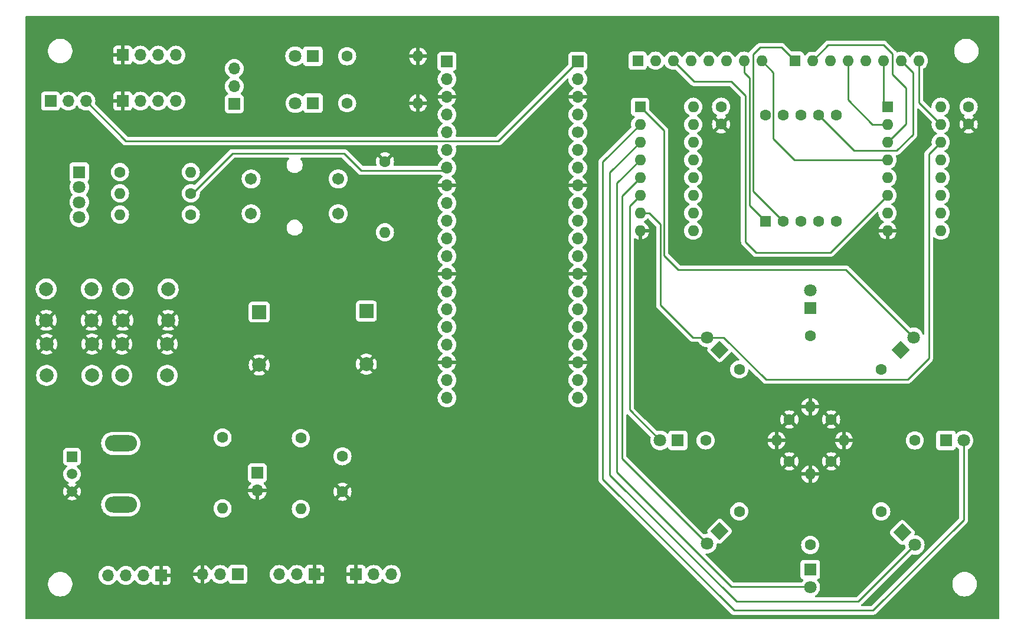
<source format=gbr>
%TF.GenerationSoftware,KiCad,Pcbnew,7.0.5*%
%TF.CreationDate,2024-09-14T15:13:57-07:00*%
%TF.ProjectId,advent_calendar,61647665-6e74-45f6-9361-6c656e646172,rev?*%
%TF.SameCoordinates,Original*%
%TF.FileFunction,Copper,L2,Bot*%
%TF.FilePolarity,Positive*%
%FSLAX46Y46*%
G04 Gerber Fmt 4.6, Leading zero omitted, Abs format (unit mm)*
G04 Created by KiCad (PCBNEW 7.0.5) date 2024-09-14 15:13:57*
%MOMM*%
%LPD*%
G01*
G04 APERTURE LIST*
G04 Aperture macros list*
%AMHorizOval*
0 Thick line with rounded ends*
0 $1 width*
0 $2 $3 position (X,Y) of the first rounded end (center of the circle)*
0 $4 $5 position (X,Y) of the second rounded end (center of the circle)*
0 Add line between two ends*
20,1,$1,$2,$3,$4,$5,0*
0 Add two circle primitives to create the rounded ends*
1,1,$1,$2,$3*
1,1,$1,$4,$5*%
%AMRotRect*
0 Rectangle, with rotation*
0 The origin of the aperture is its center*
0 $1 length*
0 $2 width*
0 $3 Rotation angle, in degrees counterclockwise*
0 Add horizontal line*
21,1,$1,$2,0,0,$3*%
G04 Aperture macros list end*
%TA.AperFunction,ComponentPad*%
%ADD10C,1.707896*%
%TD*%
%TA.AperFunction,ComponentPad*%
%ADD11R,1.800000X1.800000*%
%TD*%
%TA.AperFunction,ComponentPad*%
%ADD12C,1.800000*%
%TD*%
%TA.AperFunction,ComponentPad*%
%ADD13C,1.600000*%
%TD*%
%TA.AperFunction,ComponentPad*%
%ADD14HorizOval,1.600000X0.000000X0.000000X0.000000X0.000000X0*%
%TD*%
%TA.AperFunction,ComponentPad*%
%ADD15RotRect,1.800000X1.800000X45.000000*%
%TD*%
%TA.AperFunction,ComponentPad*%
%ADD16R,2.000000X2.000000*%
%TD*%
%TA.AperFunction,ComponentPad*%
%ADD17C,2.000000*%
%TD*%
%TA.AperFunction,ComponentPad*%
%ADD18O,1.600000X1.600000*%
%TD*%
%TA.AperFunction,ComponentPad*%
%ADD19R,1.600000X1.600000*%
%TD*%
%TA.AperFunction,ComponentPad*%
%ADD20R,1.700000X1.700000*%
%TD*%
%TA.AperFunction,ComponentPad*%
%ADD21O,1.700000X1.700000*%
%TD*%
%TA.AperFunction,ComponentPad*%
%ADD22HorizOval,1.600000X0.000000X0.000000X0.000000X0.000000X0*%
%TD*%
%TA.AperFunction,ComponentPad*%
%ADD23HorizOval,1.600000X0.000000X0.000000X0.000000X0.000000X0*%
%TD*%
%TA.AperFunction,ComponentPad*%
%ADD24RotRect,1.800000X1.800000X315.000000*%
%TD*%
%TA.AperFunction,ComponentPad*%
%ADD25HorizOval,1.600000X0.000000X0.000000X0.000000X0.000000X0*%
%TD*%
%TA.AperFunction,ComponentPad*%
%ADD26RotRect,1.800000X1.800000X225.000000*%
%TD*%
%TA.AperFunction,ComponentPad*%
%ADD27R,1.508000X1.508000*%
%TD*%
%TA.AperFunction,ComponentPad*%
%ADD28C,1.508000*%
%TD*%
%TA.AperFunction,ComponentPad*%
%ADD29O,4.600000X2.300000*%
%TD*%
%TA.AperFunction,ComponentPad*%
%ADD30HorizOval,1.700000X0.000000X0.000000X0.000000X0.000000X0*%
%TD*%
%TA.AperFunction,ComponentPad*%
%ADD31RotRect,1.800000X1.800000X135.000000*%
%TD*%
%TA.AperFunction,Conductor*%
%ADD32C,0.250000*%
%TD*%
G04 APERTURE END LIST*
D10*
%TO.P,SW1,1,1*%
%TO.N,+3.3V*%
X121900000Y-64851901D03*
%TO.P,SW1,3,3*%
%TO.N,GP7*%
X121900000Y-69851901D03*
%TO.P,SW1,4,4*%
X134400000Y-69851901D03*
%TO.P,SW1,2,2*%
%TO.N,+3.3V*%
X134400000Y-64851901D03*
%TD*%
D11*
%TO.P,D9,1,K*%
%TO.N,Net-(D9-K)*%
X130790000Y-54000000D03*
D12*
%TO.P,D9,2,A*%
%TO.N,GP2*%
X128250000Y-54000000D03*
%TD*%
D13*
%TO.P,R6,1*%
%TO.N,Net-(D6-K)*%
X191925394Y-112560205D03*
D14*
%TO.P,R6,2*%
%TO.N,GND*%
X199109599Y-105376000D03*
%TD*%
D15*
%TO.P,D2,1,K*%
%TO.N,Net-(D2-K)*%
X215109599Y-89376000D03*
D12*
%TO.P,D2,2,A*%
%TO.N,Serial1*%
X216905650Y-87579949D03*
%TD*%
D16*
%TO.P,BZ2,1,-*%
%TO.N,GP9*%
X123063000Y-83957000D03*
D17*
%TO.P,BZ2,2,+*%
%TO.N,GND*%
X123063000Y-91557000D03*
%TD*%
D18*
%TO.P,RN2,8,R4.2*%
%TO.N,Net-(RN2D-R4.2)*%
X217680000Y-47900000D03*
%TO.P,RN2,7,R4.1*%
%TO.N,Net-(RN2D-R4.1)*%
X215140000Y-47900000D03*
%TO.P,RN2,6,R3.2*%
%TO.N,Net-(RN2C-R3.2)*%
X212600000Y-47900000D03*
%TO.P,RN2,5,R3.1*%
%TO.N,Net-(RN2C-R3.1)*%
X210060000Y-47900000D03*
%TO.P,RN2,4,R2.2*%
%TO.N,Net-(RN2B-R2.2)*%
X207520000Y-47900000D03*
%TO.P,RN2,3,R2.1*%
%TO.N,Net-(RN2B-R2.1)*%
X204980000Y-47900000D03*
%TO.P,RN2,2,R1.2*%
%TO.N,Net-(RN2A-R1.2)*%
X202440000Y-47900000D03*
D19*
%TO.P,RN2,1,R1.1*%
%TO.N,Net-(RN2A-R1.1)*%
X199900000Y-47900000D03*
%TD*%
D13*
%TO.P,R11,1*%
%TO.N,Net-(D11-RK)*%
X103090000Y-63881000D03*
D18*
%TO.P,R11,2*%
%TO.N,GP4*%
X113250000Y-63881000D03*
%TD*%
D19*
%TO.P,U5,1,E*%
%TO.N,Net-(RN1D-R4.1)*%
X195693705Y-70946196D03*
D13*
%TO.P,U5,2,D*%
%TO.N,Net-(RN2A-R1.1)*%
X198233705Y-70946196D03*
%TO.P,U5,3,CC*%
%TO.N,+3.3V*%
X200773705Y-70946196D03*
%TO.P,U5,4,C*%
%TO.N,Net-(RN2B-R2.1)*%
X203313705Y-70946196D03*
%TO.P,U5,5,DP*%
%TO.N,Net-(RN1A-R1.2)*%
X205853705Y-70946196D03*
%TO.P,U5,6,B*%
%TO.N,Net-(RN2C-R3.1)*%
X205853705Y-55706196D03*
%TO.P,U5,7,A*%
%TO.N,Net-(RN2D-R4.1)*%
X203313705Y-55706196D03*
%TO.P,U5,8,CC*%
%TO.N,+3.3V*%
X200773705Y-55706196D03*
%TO.P,U5,9,F*%
%TO.N,Net-(RN1C-R3.2)*%
X198233705Y-55706196D03*
%TO.P,U5,10,G*%
%TO.N,Net-(RN1B-R2.2)*%
X195693705Y-55706196D03*
%TD*%
%TO.P,R7,1*%
%TO.N,Net-(D7-K)*%
X187109599Y-102376000D03*
D18*
%TO.P,R7,2*%
%TO.N,GND*%
X197269599Y-102376000D03*
%TD*%
D13*
%TO.P,R17,1*%
%TO.N,ADC2*%
X117800000Y-101962000D03*
D18*
%TO.P,R17,2*%
%TO.N,+3.3V*%
X117800000Y-112122000D03*
%TD*%
D20*
%TO.P,J9,1,Pin_1*%
%TO.N,GND*%
X103480000Y-47100000D03*
D21*
%TO.P,J9,2,Pin_2*%
%TO.N,Net-(J6-Pin_2)*%
X106020000Y-47100000D03*
%TO.P,J9,3,Pin_3*%
%TO.N,SDA0*%
X108560000Y-47100000D03*
%TO.P,J9,4,Pin_4*%
%TO.N,SCL0*%
X111100000Y-47100000D03*
%TD*%
D17*
%TO.P,SW2,1*%
%TO.N,GP11*%
X92500000Y-80645000D03*
X99000000Y-80645000D03*
%TO.P,SW2,2*%
%TO.N,GND*%
X92500000Y-85145000D03*
X99000000Y-85145000D03*
%TD*%
D11*
%TO.P,D1,1,K*%
%TO.N,Net-(D1-K)*%
X202109599Y-83376000D03*
D12*
%TO.P,D1,2,A*%
%TO.N,Serial0*%
X202109599Y-80836000D03*
%TD*%
D13*
%TO.P,R4,1*%
%TO.N,Net-(D4-K)*%
X212293804Y-112560205D03*
D22*
%TO.P,R4,2*%
%TO.N,GND*%
X205109599Y-105376000D03*
%TD*%
D11*
%TO.P,D10,1,K*%
%TO.N,Net-(D10-K)*%
X130750000Y-47250000D03*
D12*
%TO.P,D10,2,A*%
%TO.N,+3.3V*%
X128210000Y-47250000D03*
%TD*%
D20*
%TO.P,J3,1,Pin_1*%
%TO.N,GND*%
X109000000Y-121750000D03*
D21*
%TO.P,J3,2,Pin_2*%
%TO.N,GP15*%
X106460000Y-121750000D03*
%TO.P,J3,3,Pin_3*%
%TO.N,GP14*%
X103920000Y-121750000D03*
%TO.P,J3,4,Pin_4*%
%TO.N,+3.3V*%
X101380000Y-121750000D03*
%TD*%
D13*
%TO.P,R12,1*%
%TO.N,GP5*%
X113250000Y-66929000D03*
D18*
%TO.P,R12,2*%
%TO.N,Net-(D11-Pad3)*%
X103090000Y-66929000D03*
%TD*%
D20*
%TO.P,J1,1,Pin_1*%
%TO.N,SDA0*%
X150000000Y-48000000D03*
D21*
%TO.P,J1,2,Pin_2*%
%TO.N,SCL0*%
X150000000Y-50540000D03*
%TO.P,J1,3,Pin_3*%
%TO.N,GND*%
X150000000Y-53080000D03*
%TO.P,J1,4,Pin_4*%
%TO.N,GP2*%
X150000000Y-55620000D03*
%TO.P,J1,5,Pin_5*%
%TO.N,GP3*%
X150000000Y-58160000D03*
%TO.P,J1,6,Pin_6*%
%TO.N,GP4*%
X150000000Y-60700000D03*
%TO.P,J1,7,Pin_7*%
%TO.N,GP5*%
X150000000Y-63240000D03*
%TO.P,J1,8,Pin_8*%
%TO.N,GND*%
X150000000Y-65780000D03*
%TO.P,J1,9,Pin_9*%
%TO.N,GP6*%
X150000000Y-68320000D03*
%TO.P,J1,10,Pin_10*%
%TO.N,GP7*%
X150000000Y-70860000D03*
%TO.P,J1,11,Pin_11*%
%TO.N,GP8*%
X150000000Y-73400000D03*
%TO.P,J1,12,Pin_12*%
%TO.N,GP9*%
X150000000Y-75940000D03*
%TO.P,J1,13,Pin_13*%
%TO.N,GND*%
X150000000Y-78480000D03*
%TO.P,J1,14,Pin_14*%
%TO.N,GP10*%
X150000000Y-81020000D03*
%TO.P,J1,15,Pin_15*%
%TO.N,GP11*%
X150000000Y-83560000D03*
%TO.P,J1,16,Pin_16*%
%TO.N,GP12*%
X150000000Y-86100000D03*
%TO.P,J1,17,Pin_17*%
%TO.N,GP13*%
X150000000Y-88640000D03*
%TO.P,J1,18,Pin_18*%
%TO.N,GND*%
X150000000Y-91180000D03*
%TO.P,J1,19,Pin_19*%
%TO.N,GP14*%
X150000000Y-93720000D03*
%TO.P,J1,20,Pin_20*%
%TO.N,GP15*%
X150000000Y-96260000D03*
%TD*%
%TO.P,J8,3,Pin_3*%
%TO.N,+5V*%
X98200000Y-53700000D03*
%TO.P,J8,2,Pin_2*%
%TO.N,Net-(J6-Pin_2)*%
X95660000Y-53700000D03*
D20*
%TO.P,J8,1,Pin_1*%
%TO.N,+3.3V*%
X93120000Y-53700000D03*
%TD*%
D18*
%TO.P,RN1,8,R4.2*%
%TO.N,Net-(RN1D-R4.2)*%
X195140000Y-47900000D03*
%TO.P,RN1,7,R4.1*%
%TO.N,Net-(RN1D-R4.1)*%
X192600000Y-47900000D03*
%TO.P,RN1,6,R3.2*%
%TO.N,Net-(RN1C-R3.2)*%
X190060000Y-47900000D03*
%TO.P,RN1,5,R3.1*%
%TO.N,Net-(RN1C-R3.1)*%
X187520000Y-47900000D03*
%TO.P,RN1,4,R2.2*%
%TO.N,Net-(RN1B-R2.2)*%
X184980000Y-47900000D03*
%TO.P,RN1,3,R2.1*%
%TO.N,Net-(RN1B-R2.1)*%
X182440000Y-47900000D03*
%TO.P,RN1,2,R1.2*%
%TO.N,Net-(RN1A-R1.2)*%
X179900000Y-47900000D03*
D19*
%TO.P,RN1,1,R1.1*%
%TO.N,Net-(RN1A-R1.1)*%
X177360000Y-47900000D03*
%TD*%
D18*
%TO.P,R10,2*%
%TO.N,GND*%
X145830000Y-47250000D03*
D13*
%TO.P,R10,1*%
%TO.N,Net-(D10-K)*%
X135670000Y-47250000D03*
%TD*%
D20*
%TO.P,J5,1,Pin_1*%
%TO.N,GND*%
X136950000Y-121600000D03*
D21*
%TO.P,J5,2,Pin_2*%
%TO.N,+3.3V*%
X139490000Y-121600000D03*
%TO.P,J5,3,Pin_3*%
%TO.N,GP16*%
X142030000Y-121600000D03*
%TD*%
D13*
%TO.P,R8,1*%
%TO.N,Net-(D8-K)*%
X191925394Y-92191795D03*
D23*
%TO.P,R8,2*%
%TO.N,GND*%
X199109599Y-99376000D03*
%TD*%
D21*
%TO.P,TH1,2*%
%TO.N,GND*%
X122800000Y-109582000D03*
D20*
%TO.P,TH1,1*%
%TO.N,ADC2*%
X122800000Y-107042000D03*
%TD*%
D24*
%TO.P,D4,1,K*%
%TO.N,Net-(D4-K)*%
X215313548Y-115579949D03*
D12*
%TO.P,D4,2,A*%
%TO.N,Serial3*%
X217109599Y-117376000D03*
%TD*%
D13*
%TO.P,C1,1*%
%TO.N,+3.3V*%
X189323000Y-54510000D03*
%TO.P,C1,2*%
%TO.N,GND*%
X189323000Y-57010000D03*
%TD*%
D20*
%TO.P,J6,1,Pin_1*%
%TO.N,GND*%
X103480000Y-53700000D03*
D21*
%TO.P,J6,2,Pin_2*%
%TO.N,Net-(J6-Pin_2)*%
X106020000Y-53700000D03*
%TO.P,J6,3,Pin_3*%
%TO.N,SDA0*%
X108560000Y-53700000D03*
%TO.P,J6,4,Pin_4*%
%TO.N,SCL0*%
X111100000Y-53700000D03*
%TD*%
D20*
%TO.P,J4,1,Pin_1*%
%TO.N,GND*%
X131000000Y-121600000D03*
D21*
%TO.P,J4,2,Pin_2*%
%TO.N,GP14*%
X128460000Y-121600000D03*
%TO.P,J4,3,Pin_3*%
%TO.N,+3.3V*%
X125920000Y-121600000D03*
%TD*%
D18*
%TO.P,U1,16,VCC*%
%TO.N,+3.3V*%
X185323000Y-54510000D03*
%TO.P,U1,15,QA*%
%TO.N,Serial0*%
X185323000Y-57050000D03*
%TO.P,U1,14,SER*%
%TO.N,GP21*%
X185323000Y-59590000D03*
%TO.P,U1,13,~{OE}*%
%TO.N,GP20*%
X185323000Y-62130000D03*
%TO.P,U1,12,RCLK*%
%TO.N,GP19*%
X185323000Y-64670000D03*
%TO.P,U1,11,SRCLK*%
%TO.N,GP18*%
X185323000Y-67210000D03*
%TO.P,U1,10,~{SRCLR}*%
%TO.N,GP17*%
X185323000Y-69750000D03*
%TO.P,U1,9,QH'*%
%TO.N,unconnected-(U1-QH'-Pad9)*%
X185323000Y-72290000D03*
%TO.P,U1,8,GND*%
%TO.N,GND*%
X177703000Y-72290000D03*
%TO.P,U1,7,QH*%
%TO.N,Serial7*%
X177703000Y-69750000D03*
%TO.P,U1,6,QG*%
%TO.N,Serial6*%
X177703000Y-67210000D03*
%TO.P,U1,5,QF*%
%TO.N,Serial5*%
X177703000Y-64670000D03*
%TO.P,U1,4,QE*%
%TO.N,Serial4*%
X177703000Y-62130000D03*
%TO.P,U1,3,QD*%
%TO.N,Serial3*%
X177703000Y-59590000D03*
%TO.P,U1,2,QC*%
%TO.N,Serial2*%
X177703000Y-57050000D03*
D19*
%TO.P,U1,1,QB*%
%TO.N,Serial1*%
X177703000Y-54510000D03*
%TD*%
D13*
%TO.P,R2,1*%
%TO.N,Net-(D2-K)*%
X212293804Y-92191795D03*
D25*
%TO.P,R2,2*%
%TO.N,GND*%
X205109599Y-99376000D03*
%TD*%
D11*
%TO.P,D7,1,K*%
%TO.N,Net-(D7-K)*%
X183109599Y-102376000D03*
D12*
%TO.P,D7,2,A*%
%TO.N,Serial6*%
X180569599Y-102376000D03*
%TD*%
D13*
%TO.P,R13,1*%
%TO.N,GP6*%
X113250000Y-69977000D03*
D18*
%TO.P,R13,2*%
%TO.N,Net-(D11-Pad4)*%
X103090000Y-69977000D03*
%TD*%
D13*
%TO.P,R5,1*%
%TO.N,Net-(D5-K)*%
X202109599Y-117376000D03*
D18*
%TO.P,R5,2*%
%TO.N,GND*%
X202109599Y-107216000D03*
%TD*%
D17*
%TO.P,SW5,1*%
%TO.N,GP13*%
X109870000Y-93055000D03*
X103370000Y-93055000D03*
%TO.P,SW5,2*%
%TO.N,GND*%
X109870000Y-88555000D03*
X103370000Y-88555000D03*
%TD*%
D26*
%TO.P,D6,1,K*%
%TO.N,Net-(D6-K)*%
X189109599Y-115376000D03*
D12*
%TO.P,D6,2,A*%
%TO.N,Serial5*%
X187313548Y-117172051D03*
%TD*%
D20*
%TO.P,SW6,1,A*%
%TO.N,+3.3V*%
X119500000Y-54102000D03*
D21*
%TO.P,SW6,2,B*%
%TO.N,GP3*%
X119500000Y-51562000D03*
%TO.P,SW6,3,C*%
%TO.N,unconnected-(SW6-C-Pad3)*%
X119500000Y-49022000D03*
%TD*%
D18*
%TO.P,U2,16,VCC*%
%TO.N,+3.3V*%
X220823705Y-54510000D03*
%TO.P,U2,15,QA*%
%TO.N,Net-(RN2D-R4.2)*%
X220823705Y-57050000D03*
%TO.P,U2,14,SER*%
%TO.N,Serial7*%
X220823705Y-59590000D03*
%TO.P,U2,13,~{OE}*%
%TO.N,GP22*%
X220823705Y-62130000D03*
%TO.P,U2,12,RCLK*%
%TO.N,GP19*%
X220823705Y-64670000D03*
%TO.P,U2,11,SRCLK*%
%TO.N,GP18*%
X220823705Y-67210000D03*
%TO.P,U2,10,~{SRCLR}*%
%TO.N,GP17*%
X220823705Y-69750000D03*
%TO.P,U2,9,QH'*%
%TO.N,unconnected-(U2-QH'-Pad9)*%
X220823705Y-72290000D03*
%TO.P,U2,8,GND*%
%TO.N,GND*%
X213203705Y-72290000D03*
%TO.P,U2,7,QH*%
%TO.N,Net-(RN1A-R1.1)*%
X213203705Y-69750000D03*
%TO.P,U2,6,QG*%
%TO.N,Net-(RN1B-R2.1)*%
X213203705Y-67210000D03*
%TO.P,U2,5,QF*%
%TO.N,Net-(RN1C-R3.1)*%
X213203705Y-64670000D03*
%TO.P,U2,4,QE*%
%TO.N,Net-(RN1D-R4.2)*%
X213203705Y-62130000D03*
%TO.P,U2,3,QD*%
%TO.N,Net-(RN2A-R1.2)*%
X213203705Y-59590000D03*
%TO.P,U2,2,QC*%
%TO.N,Net-(RN2B-R2.2)*%
X213203705Y-57050000D03*
D19*
%TO.P,U2,1,QB*%
%TO.N,Net-(RN2C-R3.2)*%
X213203705Y-54510000D03*
%TD*%
D27*
%TO.P,R18,1*%
%TO.N,+3.3V*%
X96200000Y-104700000D03*
D28*
%TO.P,R18,2*%
%TO.N,ADC0*%
X96200000Y-107200000D03*
%TO.P,R18,3*%
%TO.N,GND*%
X96200000Y-109700000D03*
D29*
%TO.P,R18,S1*%
%TO.N,N/C*%
X103200000Y-102800000D03*
%TO.P,R18,S2*%
X103200000Y-111600000D03*
%TD*%
D16*
%TO.P,BZ1,1,-*%
%TO.N,GP10*%
X138430000Y-83830000D03*
D17*
%TO.P,BZ1,2,+*%
%TO.N,GND*%
X138430000Y-91430000D03*
%TD*%
D13*
%TO.P,R16,1*%
%TO.N,ADC1*%
X129031000Y-102042000D03*
D18*
%TO.P,R16,2*%
%TO.N,+3.3V*%
X129031000Y-112202000D03*
%TD*%
D13*
%TO.P,R14,1*%
%TO.N,GND*%
X141097000Y-62357000D03*
D18*
%TO.P,R14,2*%
%TO.N,GP7*%
X141097000Y-72517000D03*
%TD*%
D20*
%TO.P,J7,1,Pin_1*%
%TO.N,GP15*%
X120000000Y-121600000D03*
D21*
%TO.P,J7,2,Pin_2*%
%TO.N,+3.3V*%
X117460000Y-121600000D03*
%TO.P,J7,3,Pin_3*%
%TO.N,GND*%
X114920000Y-121600000D03*
%TD*%
D11*
%TO.P,D3,1,K*%
%TO.N,Net-(D3-K)*%
X221569599Y-102376000D03*
D12*
%TO.P,D3,2,A*%
%TO.N,Serial2*%
X224109599Y-102376000D03*
%TD*%
D13*
%TO.P,R1,1*%
%TO.N,Net-(D1-K)*%
X202110000Y-87400000D03*
D18*
%TO.P,R1,2*%
%TO.N,GND*%
X202110000Y-97560000D03*
%TD*%
D13*
%TO.P,R3,1*%
%TO.N,Net-(D3-K)*%
X217109599Y-102376000D03*
D18*
%TO.P,R3,2*%
%TO.N,GND*%
X206949599Y-102376000D03*
%TD*%
D11*
%TO.P,D5,1,K*%
%TO.N,Net-(D5-K)*%
X202110000Y-120900000D03*
D12*
%TO.P,D5,2,A*%
%TO.N,Serial4*%
X202110000Y-123440000D03*
%TD*%
D13*
%TO.P,R9,1*%
%TO.N,Net-(D9-K)*%
X135670000Y-54000000D03*
D18*
%TO.P,R9,2*%
%TO.N,GND*%
X145830000Y-54000000D03*
%TD*%
D17*
%TO.P,SW4,1*%
%TO.N,GP12*%
X99075000Y-93055000D03*
X92575000Y-93055000D03*
%TO.P,SW4,2*%
%TO.N,GND*%
X99075000Y-88555000D03*
X92575000Y-88555000D03*
%TD*%
D13*
%TO.P,R15,1*%
%TO.N,ADC1*%
X135000000Y-104648000D03*
%TO.P,R15,2*%
%TO.N,GND*%
X135000000Y-109728000D03*
%TD*%
D20*
%TO.P,J2,1,Pin_1*%
%TO.N,+5V*%
X168780000Y-48000000D03*
D21*
%TO.P,J2,2,Pin_2*%
%TO.N,V_IN*%
X168780000Y-50540000D03*
%TO.P,J2,3,Pin_3*%
%TO.N,GND*%
X168780000Y-53080000D03*
%TO.P,J2,4,Pin_4*%
%TO.N,3V3EN*%
X168780000Y-55620000D03*
D30*
%TO.P,J2,5,Pin_5*%
%TO.N,+3.3V*%
X168780000Y-58160000D03*
D21*
%TO.P,J2,6,Pin_6*%
%TO.N,ADC_VREF*%
X168780000Y-60700000D03*
%TO.P,J2,7,Pin_7*%
%TO.N,ADC2*%
X168780000Y-63240000D03*
%TO.P,J2,8,Pin_8*%
%TO.N,GND*%
X168780000Y-65780000D03*
%TO.P,J2,9,Pin_9*%
%TO.N,ADC1*%
X168780000Y-68320000D03*
%TO.P,J2,10,Pin_10*%
%TO.N,ADC0*%
X168780000Y-70860000D03*
%TO.P,J2,11,Pin_11*%
%TO.N,RUN*%
X168780000Y-73400000D03*
%TO.P,J2,12,Pin_12*%
%TO.N,GP22*%
X168780000Y-75940000D03*
%TO.P,J2,13,Pin_13*%
%TO.N,GND*%
X168780000Y-78480000D03*
%TO.P,J2,14,Pin_14*%
%TO.N,GP21*%
X168780000Y-81020000D03*
%TO.P,J2,15,Pin_15*%
%TO.N,GP20*%
X168780000Y-83560000D03*
%TO.P,J2,16,Pin_16*%
%TO.N,GP19*%
X168780000Y-86100000D03*
%TO.P,J2,17,Pin_17*%
%TO.N,GP18*%
X168780000Y-88640000D03*
%TO.P,J2,18,Pin_18*%
%TO.N,GND*%
X168780000Y-91180000D03*
%TO.P,J2,19,Pin_19*%
%TO.N,GP17*%
X168780000Y-93720000D03*
%TO.P,J2,20,Pin_20*%
%TO.N,GP16*%
X168780000Y-96260000D03*
%TD*%
D31*
%TO.P,D8,1,K*%
%TO.N,Net-(D8-K)*%
X189109599Y-89376000D03*
D12*
%TO.P,D8,2,A*%
%TO.N,Serial7*%
X187313548Y-87579949D03*
%TD*%
D17*
%TO.P,SW3,1*%
%TO.N,GP8*%
X103500000Y-80645000D03*
X110000000Y-80645000D03*
%TO.P,SW3,2*%
%TO.N,GND*%
X103500000Y-85145000D03*
X110000000Y-85145000D03*
%TD*%
D11*
%TO.P,D11,1,RK*%
%TO.N,Net-(D11-RK)*%
X97248000Y-63881000D03*
D12*
%TO.P,D11,2,2*%
%TO.N,+3.3V*%
X97248000Y-66040000D03*
%TO.P,D11,3,3*%
%TO.N,Net-(D11-Pad3)*%
X97248000Y-68199000D03*
%TO.P,D11,4,4*%
%TO.N,Net-(D11-Pad4)*%
X97248000Y-70358000D03*
%TD*%
D13*
%TO.P,C2,2*%
%TO.N,+3.3V*%
X224823705Y-54510000D03*
%TO.P,C2,1*%
%TO.N,GND*%
X224823705Y-57010000D03*
%TD*%
D32*
%TO.N,Net-(RN2C-R3.2)*%
X212600000Y-53906295D02*
X213203705Y-54510000D01*
X212600000Y-47900000D02*
X212600000Y-53906295D01*
%TO.N,Net-(RN2D-R4.2)*%
X217680000Y-53906295D02*
X217680000Y-52800000D01*
X220823705Y-57050000D02*
X217680000Y-53906295D01*
X217680000Y-47900000D02*
X217680000Y-52800000D01*
%TO.N,Serial7*%
X189690949Y-87579949D02*
X187313548Y-87579949D01*
X195737000Y-93626000D02*
X189690949Y-87579949D01*
X219100000Y-90583000D02*
X216057000Y-93626000D01*
X219100000Y-61313705D02*
X219100000Y-90583000D01*
X216057000Y-93626000D02*
X195737000Y-93626000D01*
X220823705Y-59590000D02*
X219100000Y-61313705D01*
%TO.N,Net-(RN1B-R2.1)*%
X192800000Y-73900000D02*
X194300000Y-75400000D01*
X205013705Y-75400000D02*
X213203705Y-67210000D01*
X192800000Y-52900000D02*
X192800000Y-73900000D01*
X190800000Y-50900000D02*
X192800000Y-52900000D01*
X185440000Y-50900000D02*
X190800000Y-50900000D01*
X182440000Y-47900000D02*
X185440000Y-50900000D01*
X194300000Y-75400000D02*
X205013705Y-75400000D01*
%TO.N,Net-(RN1D-R4.2)*%
X199830000Y-62130000D02*
X199050000Y-61350000D01*
X213203705Y-62130000D02*
X199830000Y-62130000D01*
X196818705Y-59118705D02*
X199050000Y-61350000D01*
X195140000Y-47900000D02*
X196818705Y-49578705D01*
X196818705Y-49578705D02*
X196818705Y-59118705D01*
%TO.N,Net-(RN2D-R4.1)*%
X216820000Y-58480000D02*
X214500000Y-60800000D01*
X216820000Y-49580000D02*
X216820000Y-58480000D01*
X208407509Y-60800000D02*
X203313705Y-55706196D01*
X215140000Y-47900000D02*
X216820000Y-49580000D01*
X214500000Y-60800000D02*
X208407509Y-60800000D01*
%TO.N,Net-(RN2A-R1.2)*%
X213203705Y-59590000D02*
X215820000Y-56973705D01*
X215820000Y-56973705D02*
X215820000Y-51830000D01*
%TO.N,Net-(RN2B-R2.2)*%
X211050000Y-57050000D02*
X213203705Y-57050000D01*
X207520000Y-53520000D02*
X211050000Y-57050000D01*
X207520000Y-47900000D02*
X207520000Y-53520000D01*
%TO.N,Serial1*%
X177703000Y-54510000D02*
X181132000Y-57939000D01*
X181132000Y-57939000D02*
X181132000Y-75846000D01*
X181132000Y-75846000D02*
X183186000Y-77900000D01*
X207225701Y-77900000D02*
X216905650Y-87579949D01*
X183186000Y-77900000D02*
X207225701Y-77900000D01*
%TO.N,Serial2*%
X224109599Y-113767401D02*
X211104000Y-126773000D01*
X172360000Y-107968000D02*
X172360000Y-62393000D01*
X224109599Y-102376000D02*
X224109599Y-113767401D01*
X172360000Y-62393000D02*
X177703000Y-57050000D01*
X211104000Y-126773000D02*
X191165000Y-126773000D01*
X191165000Y-126773000D02*
X172360000Y-107968000D01*
%TO.N,Serial3*%
X217109599Y-117376000D02*
X208982599Y-125503000D01*
X208982599Y-125503000D02*
X191546000Y-125503000D01*
X191546000Y-125503000D02*
X173360000Y-107317000D01*
X173360000Y-107317000D02*
X173360000Y-63933000D01*
X173360000Y-63933000D02*
X177703000Y-59590000D01*
%TO.N,Serial4*%
X174360000Y-106920000D02*
X174360000Y-65473000D01*
X174360000Y-65473000D02*
X177703000Y-62130000D01*
X202109599Y-123376000D02*
X190816000Y-123376000D01*
X190816000Y-123376000D02*
X174360000Y-106920000D01*
%TO.N,Serial5*%
X175110000Y-67263000D02*
X177703000Y-64670000D01*
X187313548Y-117172051D02*
X175110000Y-104968503D01*
X175110000Y-104968503D02*
X175110000Y-67263000D01*
%TO.N,Serial6*%
X176179000Y-97985401D02*
X176179000Y-68734000D01*
X176179000Y-68734000D02*
X177703000Y-67210000D01*
X180569599Y-102376000D02*
X176179000Y-97985401D01*
%TO.N,Serial7*%
X185245949Y-87579949D02*
X180624000Y-82958000D01*
X180624000Y-82958000D02*
X180624000Y-71401000D01*
X180624000Y-71401000D02*
X178973000Y-69750000D01*
X178973000Y-69750000D02*
X177703000Y-69750000D01*
X187313548Y-87579949D02*
X185245949Y-87579949D01*
%TO.N,GP5*%
X137668000Y-63627000D02*
X149613000Y-63627000D01*
X135241000Y-61200000D02*
X137668000Y-63627000D01*
X119233000Y-61200000D02*
X135241000Y-61200000D01*
X113504000Y-66929000D02*
X119233000Y-61200000D01*
X113250000Y-66929000D02*
X113504000Y-66929000D01*
X149613000Y-63627000D02*
X150000000Y-63240000D01*
%TO.N,+5V*%
X157344000Y-59436000D02*
X106000000Y-59436000D01*
X103936000Y-59436000D02*
X106000000Y-59436000D01*
X168780000Y-48000000D02*
X157344000Y-59436000D01*
X98200000Y-53700000D02*
X103936000Y-59436000D01*
%TO.N,Net-(RN1D-R4.1)*%
X192600000Y-47900000D02*
X192600000Y-49600000D01*
X192600000Y-49600000D02*
X193400000Y-50400000D01*
X193400000Y-68652491D02*
X195693705Y-70946196D01*
X193400000Y-50400000D02*
X193400000Y-68652491D01*
%TO.N,Net-(RN2A-R1.1)*%
X193900000Y-47000000D02*
X194900000Y-46000000D01*
X194900000Y-46000000D02*
X198000000Y-46000000D01*
X198233705Y-70946196D02*
X193900000Y-66612491D01*
X198000000Y-46000000D02*
X199900000Y-47900000D01*
X193900000Y-66612491D02*
X193900000Y-47000000D01*
%TO.N,Net-(RN2A-R1.2)*%
X202440000Y-47900000D02*
X204690000Y-45650000D01*
X215820000Y-51830000D02*
X213945000Y-49955000D01*
X213890000Y-46900000D02*
X213890000Y-49900000D01*
X212640000Y-45650000D02*
X213890000Y-46900000D01*
X213890000Y-49900000D02*
X213945000Y-49955000D01*
X204690000Y-45650000D02*
X212640000Y-45650000D01*
%TD*%
%TA.AperFunction,Conductor*%
%TO.N,GND*%
G36*
X229143039Y-41520185D02*
G01*
X229188794Y-41572989D01*
X229200000Y-41624500D01*
X229200000Y-127875500D01*
X229180315Y-127942539D01*
X229127511Y-127988294D01*
X229076000Y-127999500D01*
X89624500Y-127999500D01*
X89557461Y-127979815D01*
X89511706Y-127927011D01*
X89500500Y-127875500D01*
X89500500Y-123131187D01*
X92749500Y-123131187D01*
X92761183Y-123208691D01*
X92788604Y-123390615D01*
X92788605Y-123390617D01*
X92788606Y-123390623D01*
X92865938Y-123641326D01*
X92979767Y-123877696D01*
X92979768Y-123877697D01*
X92979770Y-123877700D01*
X92979772Y-123877704D01*
X93077596Y-124021185D01*
X93127567Y-124094479D01*
X93306014Y-124286801D01*
X93306018Y-124286804D01*
X93306019Y-124286805D01*
X93511143Y-124450386D01*
X93738357Y-124581568D01*
X93982584Y-124677420D01*
X94238370Y-124735802D01*
X94238376Y-124735802D01*
X94238379Y-124735803D01*
X94434484Y-124750499D01*
X94434503Y-124750499D01*
X94434506Y-124750500D01*
X94434508Y-124750500D01*
X94565492Y-124750500D01*
X94565494Y-124750500D01*
X94565496Y-124750499D01*
X94565515Y-124750499D01*
X94761620Y-124735803D01*
X94761622Y-124735802D01*
X94761630Y-124735802D01*
X95017416Y-124677420D01*
X95261643Y-124581568D01*
X95488857Y-124450386D01*
X95693981Y-124286805D01*
X95872433Y-124094479D01*
X96020228Y-123877704D01*
X96134063Y-123641323D01*
X96211396Y-123390615D01*
X96250500Y-123131182D01*
X96250500Y-122868818D01*
X96211396Y-122609385D01*
X96134063Y-122358677D01*
X96113315Y-122315593D01*
X96020232Y-122122303D01*
X96020231Y-122122302D01*
X96020230Y-122122301D01*
X96020228Y-122122296D01*
X95872433Y-121905521D01*
X95818953Y-121847883D01*
X95728132Y-121750000D01*
X100024341Y-121750000D01*
X100044936Y-121985403D01*
X100044938Y-121985413D01*
X100106094Y-122213655D01*
X100106096Y-122213659D01*
X100106097Y-122213663D01*
X100184154Y-122381057D01*
X100205965Y-122427830D01*
X100205967Y-122427834D01*
X100310307Y-122576846D01*
X100341505Y-122621401D01*
X100508599Y-122788495D01*
X100585135Y-122842086D01*
X100702165Y-122924032D01*
X100702167Y-122924033D01*
X100702170Y-122924035D01*
X100916337Y-123023903D01*
X101144592Y-123085063D01*
X101315319Y-123100000D01*
X101379999Y-123105659D01*
X101380000Y-123105659D01*
X101380001Y-123105659D01*
X101444681Y-123100000D01*
X101615408Y-123085063D01*
X101843663Y-123023903D01*
X102057830Y-122924035D01*
X102251401Y-122788495D01*
X102418495Y-122621401D01*
X102548426Y-122435841D01*
X102603002Y-122392217D01*
X102672500Y-122385023D01*
X102734855Y-122416546D01*
X102751575Y-122435842D01*
X102881500Y-122621395D01*
X102881505Y-122621401D01*
X103048599Y-122788495D01*
X103125135Y-122842086D01*
X103242165Y-122924032D01*
X103242167Y-122924033D01*
X103242170Y-122924035D01*
X103456337Y-123023903D01*
X103684592Y-123085063D01*
X103855319Y-123100000D01*
X103919999Y-123105659D01*
X103920000Y-123105659D01*
X103920001Y-123105659D01*
X103984681Y-123100000D01*
X104155408Y-123085063D01*
X104383663Y-123023903D01*
X104597830Y-122924035D01*
X104791401Y-122788495D01*
X104958495Y-122621401D01*
X105088426Y-122435840D01*
X105143001Y-122392217D01*
X105212499Y-122385023D01*
X105274854Y-122416546D01*
X105291574Y-122435841D01*
X105316470Y-122471396D01*
X105421505Y-122621401D01*
X105588599Y-122788495D01*
X105665135Y-122842086D01*
X105782165Y-122924032D01*
X105782167Y-122924033D01*
X105782170Y-122924035D01*
X105996337Y-123023903D01*
X106224592Y-123085063D01*
X106395319Y-123100000D01*
X106459999Y-123105659D01*
X106460000Y-123105659D01*
X106460001Y-123105659D01*
X106524681Y-123100000D01*
X106695408Y-123085063D01*
X106923663Y-123023903D01*
X107137830Y-122924035D01*
X107331401Y-122788495D01*
X107453717Y-122666178D01*
X107515036Y-122632696D01*
X107584728Y-122637680D01*
X107640662Y-122679551D01*
X107657577Y-122710528D01*
X107706646Y-122842088D01*
X107706649Y-122842093D01*
X107792809Y-122957187D01*
X107792812Y-122957190D01*
X107907906Y-123043350D01*
X107907913Y-123043354D01*
X108042620Y-123093596D01*
X108042627Y-123093598D01*
X108102155Y-123099999D01*
X108102172Y-123100000D01*
X108750000Y-123100000D01*
X108750000Y-122185501D01*
X108857685Y-122234680D01*
X108964237Y-122250000D01*
X109035763Y-122250000D01*
X109142315Y-122234680D01*
X109250000Y-122185501D01*
X109250000Y-123100000D01*
X109897828Y-123100000D01*
X109897844Y-123099999D01*
X109957372Y-123093598D01*
X109957379Y-123093596D01*
X110092086Y-123043354D01*
X110092093Y-123043350D01*
X110207187Y-122957190D01*
X110207190Y-122957187D01*
X110293350Y-122842093D01*
X110293354Y-122842086D01*
X110343596Y-122707379D01*
X110343598Y-122707372D01*
X110349999Y-122647844D01*
X110350000Y-122647827D01*
X110350000Y-122000000D01*
X109433686Y-122000000D01*
X109459493Y-121959844D01*
X109491746Y-121850000D01*
X113589364Y-121850000D01*
X113646567Y-122063486D01*
X113646570Y-122063492D01*
X113746399Y-122277578D01*
X113881894Y-122471082D01*
X114048917Y-122638105D01*
X114242421Y-122773600D01*
X114456507Y-122873429D01*
X114456516Y-122873433D01*
X114670000Y-122930634D01*
X114670000Y-122035501D01*
X114777685Y-122084680D01*
X114884237Y-122100000D01*
X114955763Y-122100000D01*
X115062315Y-122084680D01*
X115170000Y-122035501D01*
X115170000Y-122930633D01*
X115383483Y-122873433D01*
X115383492Y-122873429D01*
X115597578Y-122773600D01*
X115791082Y-122638105D01*
X115958105Y-122471082D01*
X116088119Y-122285405D01*
X116142696Y-122241781D01*
X116212195Y-122234588D01*
X116274549Y-122266110D01*
X116291269Y-122285405D01*
X116421505Y-122471401D01*
X116588599Y-122638495D01*
X116668328Y-122694322D01*
X116782165Y-122774032D01*
X116782167Y-122774033D01*
X116782170Y-122774035D01*
X116996337Y-122873903D01*
X117224592Y-122935063D01*
X117401034Y-122950500D01*
X117459999Y-122955659D01*
X117460000Y-122955659D01*
X117460001Y-122955659D01*
X117518966Y-122950500D01*
X117695408Y-122935063D01*
X117923663Y-122873903D01*
X118137830Y-122774035D01*
X118331401Y-122638495D01*
X118453329Y-122516566D01*
X118514648Y-122483084D01*
X118584340Y-122488068D01*
X118640274Y-122529939D01*
X118657189Y-122560917D01*
X118706202Y-122692328D01*
X118706206Y-122692335D01*
X118792452Y-122807544D01*
X118792455Y-122807547D01*
X118907664Y-122893793D01*
X118907671Y-122893797D01*
X119042517Y-122944091D01*
X119042516Y-122944091D01*
X119049444Y-122944835D01*
X119102127Y-122950500D01*
X120897872Y-122950499D01*
X120957483Y-122944091D01*
X121092331Y-122893796D01*
X121207546Y-122807546D01*
X121293796Y-122692331D01*
X121344091Y-122557483D01*
X121350500Y-122497873D01*
X121350499Y-121600000D01*
X124564341Y-121600000D01*
X124584936Y-121835403D01*
X124584938Y-121835413D01*
X124646094Y-122063655D01*
X124646096Y-122063659D01*
X124646097Y-122063663D01*
X124716044Y-122213664D01*
X124745965Y-122277830D01*
X124745967Y-122277834D01*
X124839374Y-122411232D01*
X124881505Y-122471401D01*
X125048599Y-122638495D01*
X125128328Y-122694322D01*
X125242165Y-122774032D01*
X125242167Y-122774033D01*
X125242170Y-122774035D01*
X125456337Y-122873903D01*
X125684592Y-122935063D01*
X125861034Y-122950500D01*
X125919999Y-122955659D01*
X125920000Y-122955659D01*
X125920001Y-122955659D01*
X125978966Y-122950500D01*
X126155408Y-122935063D01*
X126383663Y-122873903D01*
X126597830Y-122774035D01*
X126791401Y-122638495D01*
X126958495Y-122471401D01*
X127088426Y-122285840D01*
X127143001Y-122242217D01*
X127212499Y-122235023D01*
X127274854Y-122266546D01*
X127291574Y-122285841D01*
X127336321Y-122349746D01*
X127421505Y-122471401D01*
X127588599Y-122638495D01*
X127668328Y-122694322D01*
X127782165Y-122774032D01*
X127782167Y-122774033D01*
X127782170Y-122774035D01*
X127996337Y-122873903D01*
X128224592Y-122935063D01*
X128401034Y-122950500D01*
X128459999Y-122955659D01*
X128460000Y-122955659D01*
X128460001Y-122955659D01*
X128518966Y-122950500D01*
X128695408Y-122935063D01*
X128923663Y-122873903D01*
X129137830Y-122774035D01*
X129331401Y-122638495D01*
X129453717Y-122516178D01*
X129515036Y-122482696D01*
X129584728Y-122487680D01*
X129640662Y-122529551D01*
X129657577Y-122560528D01*
X129706646Y-122692088D01*
X129706649Y-122692093D01*
X129792809Y-122807187D01*
X129792812Y-122807190D01*
X129907906Y-122893350D01*
X129907913Y-122893354D01*
X130042620Y-122943596D01*
X130042627Y-122943598D01*
X130102155Y-122949999D01*
X130102172Y-122950000D01*
X130750000Y-122950000D01*
X130750000Y-122035501D01*
X130857685Y-122084680D01*
X130964237Y-122100000D01*
X131035763Y-122100000D01*
X131142315Y-122084680D01*
X131249999Y-122035501D01*
X131250000Y-122950000D01*
X131897828Y-122950000D01*
X131897844Y-122949999D01*
X131957372Y-122943598D01*
X131957379Y-122943596D01*
X132092086Y-122893354D01*
X132092093Y-122893350D01*
X132207187Y-122807190D01*
X132207190Y-122807187D01*
X132293350Y-122692093D01*
X132293354Y-122692086D01*
X132343596Y-122557379D01*
X132343598Y-122557372D01*
X132349999Y-122497844D01*
X135600000Y-122497844D01*
X135606401Y-122557372D01*
X135606403Y-122557379D01*
X135656645Y-122692086D01*
X135656649Y-122692093D01*
X135742809Y-122807187D01*
X135742812Y-122807190D01*
X135857906Y-122893350D01*
X135857913Y-122893354D01*
X135992620Y-122943596D01*
X135992627Y-122943598D01*
X136052155Y-122949999D01*
X136052172Y-122950000D01*
X136700000Y-122950000D01*
X136700000Y-122035501D01*
X136807685Y-122084680D01*
X136914237Y-122100000D01*
X136985763Y-122100000D01*
X137092315Y-122084680D01*
X137200000Y-122035501D01*
X137200000Y-122950000D01*
X137847828Y-122950000D01*
X137847844Y-122949999D01*
X137907372Y-122943598D01*
X137907379Y-122943596D01*
X138042086Y-122893354D01*
X138042093Y-122893350D01*
X138157187Y-122807190D01*
X138157190Y-122807187D01*
X138243350Y-122692093D01*
X138243354Y-122692086D01*
X138292422Y-122560529D01*
X138334293Y-122504595D01*
X138399757Y-122480178D01*
X138468030Y-122495030D01*
X138496285Y-122516181D01*
X138618599Y-122638495D01*
X138698328Y-122694322D01*
X138812165Y-122774032D01*
X138812167Y-122774033D01*
X138812170Y-122774035D01*
X139026337Y-122873903D01*
X139254592Y-122935063D01*
X139431034Y-122950500D01*
X139489999Y-122955659D01*
X139490000Y-122955659D01*
X139490001Y-122955659D01*
X139548966Y-122950500D01*
X139725408Y-122935063D01*
X139953663Y-122873903D01*
X140167830Y-122774035D01*
X140361401Y-122638495D01*
X140528495Y-122471401D01*
X140658426Y-122285841D01*
X140713002Y-122242217D01*
X140782500Y-122235023D01*
X140844855Y-122266546D01*
X140861575Y-122285842D01*
X140991500Y-122471395D01*
X140991505Y-122471401D01*
X141158599Y-122638495D01*
X141238328Y-122694322D01*
X141352165Y-122774032D01*
X141352167Y-122774033D01*
X141352170Y-122774035D01*
X141566337Y-122873903D01*
X141794592Y-122935063D01*
X141971034Y-122950500D01*
X142029999Y-122955659D01*
X142030000Y-122955659D01*
X142030001Y-122955659D01*
X142088966Y-122950500D01*
X142265408Y-122935063D01*
X142493663Y-122873903D01*
X142707830Y-122774035D01*
X142901401Y-122638495D01*
X143068495Y-122471401D01*
X143204035Y-122277830D01*
X143303903Y-122063663D01*
X143365063Y-121835408D01*
X143385659Y-121600000D01*
X143365063Y-121364592D01*
X143303903Y-121136337D01*
X143204035Y-120922171D01*
X143198731Y-120914595D01*
X143068494Y-120728597D01*
X142901402Y-120561506D01*
X142901395Y-120561501D01*
X142707834Y-120425967D01*
X142707830Y-120425965D01*
X142707828Y-120425964D01*
X142493663Y-120326097D01*
X142493659Y-120326096D01*
X142493655Y-120326094D01*
X142265413Y-120264938D01*
X142265403Y-120264936D01*
X142030001Y-120244341D01*
X142029999Y-120244341D01*
X141794596Y-120264936D01*
X141794586Y-120264938D01*
X141566344Y-120326094D01*
X141566335Y-120326098D01*
X141352171Y-120425964D01*
X141352169Y-120425965D01*
X141158597Y-120561505D01*
X140991505Y-120728597D01*
X140861575Y-120914158D01*
X140806998Y-120957783D01*
X140737500Y-120964977D01*
X140675145Y-120933454D01*
X140658425Y-120914158D01*
X140528494Y-120728597D01*
X140361402Y-120561506D01*
X140361395Y-120561501D01*
X140167834Y-120425967D01*
X140167830Y-120425965D01*
X140167828Y-120425964D01*
X139953663Y-120326097D01*
X139953659Y-120326096D01*
X139953655Y-120326094D01*
X139725413Y-120264938D01*
X139725403Y-120264936D01*
X139490001Y-120244341D01*
X139489999Y-120244341D01*
X139254596Y-120264936D01*
X139254586Y-120264938D01*
X139026344Y-120326094D01*
X139026335Y-120326098D01*
X138812171Y-120425964D01*
X138812169Y-120425965D01*
X138618600Y-120561503D01*
X138496284Y-120683819D01*
X138434961Y-120717303D01*
X138365269Y-120712319D01*
X138309336Y-120670447D01*
X138292421Y-120639470D01*
X138243354Y-120507913D01*
X138243350Y-120507906D01*
X138157190Y-120392812D01*
X138157187Y-120392809D01*
X138042093Y-120306649D01*
X138042086Y-120306645D01*
X137907379Y-120256403D01*
X137907372Y-120256401D01*
X137847844Y-120250000D01*
X137200000Y-120250000D01*
X137200000Y-121164498D01*
X137092315Y-121115320D01*
X136985763Y-121100000D01*
X136914237Y-121100000D01*
X136807685Y-121115320D01*
X136700000Y-121164498D01*
X136700000Y-120250000D01*
X136052155Y-120250000D01*
X135992627Y-120256401D01*
X135992620Y-120256403D01*
X135857913Y-120306645D01*
X135857906Y-120306649D01*
X135742812Y-120392809D01*
X135742809Y-120392812D01*
X135656649Y-120507906D01*
X135656645Y-120507913D01*
X135606403Y-120642620D01*
X135606401Y-120642627D01*
X135600000Y-120702155D01*
X135600000Y-121350000D01*
X136516314Y-121350000D01*
X136490507Y-121390156D01*
X136450000Y-121528111D01*
X136450000Y-121671889D01*
X136490507Y-121809844D01*
X136516314Y-121850000D01*
X135600000Y-121850000D01*
X135600000Y-122497844D01*
X132349999Y-122497844D01*
X132350000Y-122497827D01*
X132350000Y-121850000D01*
X131433686Y-121850000D01*
X131459493Y-121809844D01*
X131500000Y-121671889D01*
X131500000Y-121528111D01*
X131459493Y-121390156D01*
X131433686Y-121350000D01*
X132350000Y-121350000D01*
X132350000Y-120702172D01*
X132349999Y-120702155D01*
X132343598Y-120642627D01*
X132343596Y-120642620D01*
X132293354Y-120507913D01*
X132293350Y-120507906D01*
X132207190Y-120392812D01*
X132207187Y-120392809D01*
X132092093Y-120306649D01*
X132092086Y-120306645D01*
X131957379Y-120256403D01*
X131957372Y-120256401D01*
X131897844Y-120250000D01*
X131250000Y-120250000D01*
X131249999Y-121164498D01*
X131142315Y-121115320D01*
X131035763Y-121100000D01*
X130964237Y-121100000D01*
X130857685Y-121115320D01*
X130750000Y-121164498D01*
X130750000Y-120250000D01*
X130102155Y-120250000D01*
X130042627Y-120256401D01*
X130042620Y-120256403D01*
X129907913Y-120306645D01*
X129907906Y-120306649D01*
X129792812Y-120392809D01*
X129792809Y-120392812D01*
X129706649Y-120507906D01*
X129706645Y-120507913D01*
X129657578Y-120639470D01*
X129615707Y-120695404D01*
X129550242Y-120719821D01*
X129481969Y-120704969D01*
X129453715Y-120683819D01*
X129408979Y-120639083D01*
X129331401Y-120561505D01*
X129331397Y-120561502D01*
X129331396Y-120561501D01*
X129137834Y-120425967D01*
X129137830Y-120425965D01*
X129137828Y-120425964D01*
X128923663Y-120326097D01*
X128923659Y-120326096D01*
X128923655Y-120326094D01*
X128695413Y-120264938D01*
X128695403Y-120264936D01*
X128460001Y-120244341D01*
X128459999Y-120244341D01*
X128224596Y-120264936D01*
X128224586Y-120264938D01*
X127996344Y-120326094D01*
X127996335Y-120326098D01*
X127782171Y-120425964D01*
X127782169Y-120425965D01*
X127588597Y-120561505D01*
X127421508Y-120728594D01*
X127291574Y-120914159D01*
X127236997Y-120957784D01*
X127167498Y-120964976D01*
X127105144Y-120933454D01*
X127088424Y-120914158D01*
X126958494Y-120728597D01*
X126791402Y-120561506D01*
X126791395Y-120561501D01*
X126597834Y-120425967D01*
X126597830Y-120425965D01*
X126597828Y-120425964D01*
X126383663Y-120326097D01*
X126383659Y-120326096D01*
X126383655Y-120326094D01*
X126155413Y-120264938D01*
X126155403Y-120264936D01*
X125920001Y-120244341D01*
X125919999Y-120244341D01*
X125684596Y-120264936D01*
X125684586Y-120264938D01*
X125456344Y-120326094D01*
X125456335Y-120326098D01*
X125242171Y-120425964D01*
X125242169Y-120425965D01*
X125048597Y-120561505D01*
X124881505Y-120728597D01*
X124745965Y-120922169D01*
X124745964Y-120922171D01*
X124646098Y-121136335D01*
X124646094Y-121136344D01*
X124584938Y-121364586D01*
X124584936Y-121364596D01*
X124564341Y-121599999D01*
X124564341Y-121600000D01*
X121350499Y-121600000D01*
X121350499Y-120702128D01*
X121344091Y-120642517D01*
X121342810Y-120639083D01*
X121293797Y-120507671D01*
X121293793Y-120507664D01*
X121207547Y-120392455D01*
X121207544Y-120392452D01*
X121092335Y-120306206D01*
X121092328Y-120306202D01*
X120957482Y-120255908D01*
X120957483Y-120255908D01*
X120897883Y-120249501D01*
X120897881Y-120249500D01*
X120897873Y-120249500D01*
X120897864Y-120249500D01*
X119102129Y-120249500D01*
X119102123Y-120249501D01*
X119042516Y-120255908D01*
X118907671Y-120306202D01*
X118907664Y-120306206D01*
X118792455Y-120392452D01*
X118792452Y-120392455D01*
X118706206Y-120507664D01*
X118706203Y-120507669D01*
X118657189Y-120639083D01*
X118615317Y-120695016D01*
X118549853Y-120719433D01*
X118481580Y-120704581D01*
X118453326Y-120683430D01*
X118331402Y-120561506D01*
X118331395Y-120561501D01*
X118137834Y-120425967D01*
X118137830Y-120425965D01*
X118137828Y-120425964D01*
X117923663Y-120326097D01*
X117923659Y-120326096D01*
X117923655Y-120326094D01*
X117695413Y-120264938D01*
X117695403Y-120264936D01*
X117460001Y-120244341D01*
X117459999Y-120244341D01*
X117224596Y-120264936D01*
X117224586Y-120264938D01*
X116996344Y-120326094D01*
X116996335Y-120326098D01*
X116782171Y-120425964D01*
X116782169Y-120425965D01*
X116588597Y-120561505D01*
X116421508Y-120728594D01*
X116291269Y-120914595D01*
X116236692Y-120958219D01*
X116167193Y-120965412D01*
X116104839Y-120933890D01*
X116088119Y-120914594D01*
X115958113Y-120728926D01*
X115958108Y-120728920D01*
X115791082Y-120561894D01*
X115597578Y-120426399D01*
X115383492Y-120326570D01*
X115383486Y-120326567D01*
X115170000Y-120269364D01*
X115170000Y-121164498D01*
X115062315Y-121115320D01*
X114955763Y-121100000D01*
X114884237Y-121100000D01*
X114777685Y-121115320D01*
X114670000Y-121164498D01*
X114670000Y-120269364D01*
X114669999Y-120269364D01*
X114456513Y-120326567D01*
X114456507Y-120326570D01*
X114242422Y-120426399D01*
X114242420Y-120426400D01*
X114048926Y-120561886D01*
X114048920Y-120561891D01*
X113881891Y-120728920D01*
X113881886Y-120728926D01*
X113746400Y-120922420D01*
X113746399Y-120922422D01*
X113646570Y-121136507D01*
X113646567Y-121136513D01*
X113589364Y-121349999D01*
X113589364Y-121350000D01*
X114486314Y-121350000D01*
X114460507Y-121390156D01*
X114420000Y-121528111D01*
X114420000Y-121671889D01*
X114460507Y-121809844D01*
X114486314Y-121850000D01*
X113589364Y-121850000D01*
X109491746Y-121850000D01*
X109500000Y-121821889D01*
X109500000Y-121678111D01*
X109459493Y-121540156D01*
X109433686Y-121500000D01*
X110350000Y-121500000D01*
X110350000Y-120852172D01*
X110349999Y-120852155D01*
X110343598Y-120792627D01*
X110343596Y-120792620D01*
X110293354Y-120657913D01*
X110293350Y-120657906D01*
X110207190Y-120542812D01*
X110207187Y-120542809D01*
X110092093Y-120456649D01*
X110092086Y-120456645D01*
X109957379Y-120406403D01*
X109957372Y-120406401D01*
X109897844Y-120400000D01*
X109250000Y-120400000D01*
X109250000Y-121314498D01*
X109142315Y-121265320D01*
X109035763Y-121250000D01*
X108964237Y-121250000D01*
X108857685Y-121265320D01*
X108750000Y-121314498D01*
X108750000Y-120400000D01*
X108102155Y-120400000D01*
X108042627Y-120406401D01*
X108042620Y-120406403D01*
X107907913Y-120456645D01*
X107907906Y-120456649D01*
X107792812Y-120542809D01*
X107792809Y-120542812D01*
X107706649Y-120657906D01*
X107706645Y-120657913D01*
X107657578Y-120789470D01*
X107615707Y-120845404D01*
X107550242Y-120869821D01*
X107481969Y-120854969D01*
X107453715Y-120833819D01*
X107409366Y-120789470D01*
X107331401Y-120711505D01*
X107331397Y-120711502D01*
X107331396Y-120711501D01*
X107137834Y-120575967D01*
X107137830Y-120575965D01*
X107107648Y-120561891D01*
X106923663Y-120476097D01*
X106923659Y-120476096D01*
X106923655Y-120476094D01*
X106695413Y-120414938D01*
X106695403Y-120414936D01*
X106460001Y-120394341D01*
X106459999Y-120394341D01*
X106224596Y-120414936D01*
X106224586Y-120414938D01*
X105996344Y-120476094D01*
X105996335Y-120476098D01*
X105782171Y-120575964D01*
X105782169Y-120575965D01*
X105588597Y-120711505D01*
X105421505Y-120878597D01*
X105291575Y-121064158D01*
X105236998Y-121107783D01*
X105167500Y-121114977D01*
X105105145Y-121083454D01*
X105088425Y-121064158D01*
X104958494Y-120878597D01*
X104791402Y-120711506D01*
X104791395Y-120711501D01*
X104782066Y-120704969D01*
X104714854Y-120657906D01*
X104597834Y-120575967D01*
X104597830Y-120575965D01*
X104567648Y-120561891D01*
X104383663Y-120476097D01*
X104383659Y-120476096D01*
X104383655Y-120476094D01*
X104155413Y-120414938D01*
X104155403Y-120414936D01*
X103920001Y-120394341D01*
X103919999Y-120394341D01*
X103684596Y-120414936D01*
X103684586Y-120414938D01*
X103456344Y-120476094D01*
X103456335Y-120476098D01*
X103242171Y-120575964D01*
X103242169Y-120575965D01*
X103048597Y-120711505D01*
X102881505Y-120878597D01*
X102751575Y-121064158D01*
X102696998Y-121107783D01*
X102627500Y-121114977D01*
X102565145Y-121083454D01*
X102548425Y-121064158D01*
X102418494Y-120878597D01*
X102251402Y-120711506D01*
X102251395Y-120711501D01*
X102242066Y-120704969D01*
X102174854Y-120657906D01*
X102057834Y-120575967D01*
X102057830Y-120575965D01*
X102027648Y-120561891D01*
X101843663Y-120476097D01*
X101843659Y-120476096D01*
X101843655Y-120476094D01*
X101615413Y-120414938D01*
X101615403Y-120414936D01*
X101380001Y-120394341D01*
X101379999Y-120394341D01*
X101144596Y-120414936D01*
X101144586Y-120414938D01*
X100916344Y-120476094D01*
X100916335Y-120476098D01*
X100702171Y-120575964D01*
X100702169Y-120575965D01*
X100508597Y-120711505D01*
X100341505Y-120878597D01*
X100205965Y-121072169D01*
X100205964Y-121072171D01*
X100106098Y-121286335D01*
X100106094Y-121286344D01*
X100044938Y-121514586D01*
X100044936Y-121514596D01*
X100024341Y-121749999D01*
X100024341Y-121750000D01*
X95728132Y-121750000D01*
X95693985Y-121713198D01*
X95642185Y-121671889D01*
X95488857Y-121549614D01*
X95261643Y-121418432D01*
X95017416Y-121322580D01*
X95017411Y-121322578D01*
X95017402Y-121322576D01*
X94799818Y-121272914D01*
X94761630Y-121264198D01*
X94761629Y-121264197D01*
X94761625Y-121264197D01*
X94761620Y-121264196D01*
X94565515Y-121249500D01*
X94565494Y-121249500D01*
X94434506Y-121249500D01*
X94434484Y-121249500D01*
X94238379Y-121264196D01*
X94238374Y-121264197D01*
X93982597Y-121322576D01*
X93982578Y-121322582D01*
X93738356Y-121418432D01*
X93511143Y-121549614D01*
X93306014Y-121713198D01*
X93127567Y-121905520D01*
X92979768Y-122122302D01*
X92979767Y-122122303D01*
X92865938Y-122358673D01*
X92788606Y-122609376D01*
X92788605Y-122609381D01*
X92788604Y-122609385D01*
X92784216Y-122638498D01*
X92749500Y-122868812D01*
X92749500Y-123131187D01*
X89500500Y-123131187D01*
X89500500Y-111600000D01*
X100394396Y-111600000D01*
X100414778Y-111858990D01*
X100475427Y-112111610D01*
X100574843Y-112351623D01*
X100574845Y-112351627D01*
X100574846Y-112351628D01*
X100710588Y-112573140D01*
X100879311Y-112770689D01*
X101076860Y-112939412D01*
X101298372Y-113075154D01*
X101298374Y-113075154D01*
X101298376Y-113075156D01*
X101359693Y-113100554D01*
X101538390Y-113174573D01*
X101791006Y-113235221D01*
X101985147Y-113250500D01*
X101985155Y-113250500D01*
X104414845Y-113250500D01*
X104414853Y-113250500D01*
X104608994Y-113235221D01*
X104861610Y-113174573D01*
X105101628Y-113075154D01*
X105323140Y-112939412D01*
X105520689Y-112770689D01*
X105689412Y-112573140D01*
X105825154Y-112351628D01*
X105920269Y-112122001D01*
X116494532Y-112122001D01*
X116514364Y-112348686D01*
X116514366Y-112348697D01*
X116573258Y-112568488D01*
X116573261Y-112568497D01*
X116669431Y-112774732D01*
X116669432Y-112774734D01*
X116799954Y-112961141D01*
X116960858Y-113122045D01*
X116960861Y-113122047D01*
X117147266Y-113252568D01*
X117353504Y-113348739D01*
X117573308Y-113407635D01*
X117735230Y-113421801D01*
X117799998Y-113427468D01*
X117800000Y-113427468D01*
X117800002Y-113427468D01*
X117856672Y-113422509D01*
X118026692Y-113407635D01*
X118246496Y-113348739D01*
X118452734Y-113252568D01*
X118639139Y-113122047D01*
X118800047Y-112961139D01*
X118930568Y-112774734D01*
X119026739Y-112568496D01*
X119085635Y-112348692D01*
X119098469Y-112202001D01*
X127725532Y-112202001D01*
X127745364Y-112428686D01*
X127745366Y-112428697D01*
X127804258Y-112648488D01*
X127804261Y-112648497D01*
X127900431Y-112854732D01*
X127900432Y-112854734D01*
X128030954Y-113041141D01*
X128191858Y-113202045D01*
X128238693Y-113234839D01*
X128378266Y-113332568D01*
X128584504Y-113428739D01*
X128804308Y-113487635D01*
X128966230Y-113501801D01*
X129030998Y-113507468D01*
X129031000Y-113507468D01*
X129031002Y-113507468D01*
X129087673Y-113502509D01*
X129257692Y-113487635D01*
X129477496Y-113428739D01*
X129683734Y-113332568D01*
X129870139Y-113202047D01*
X130031047Y-113041139D01*
X130161568Y-112854734D01*
X130257739Y-112648496D01*
X130316635Y-112428692D01*
X130336468Y-112202000D01*
X130316635Y-111975308D01*
X130257739Y-111755504D01*
X130161568Y-111549266D01*
X130031047Y-111362861D01*
X130031045Y-111362858D01*
X129870141Y-111201954D01*
X129683734Y-111071432D01*
X129683732Y-111071431D01*
X129477497Y-110975261D01*
X129477488Y-110975258D01*
X129257697Y-110916366D01*
X129257693Y-110916365D01*
X129257692Y-110916365D01*
X129257691Y-110916364D01*
X129257686Y-110916364D01*
X129031002Y-110896532D01*
X129030998Y-110896532D01*
X128804313Y-110916364D01*
X128804302Y-110916366D01*
X128584511Y-110975258D01*
X128584502Y-110975261D01*
X128378267Y-111071431D01*
X128378265Y-111071432D01*
X128191858Y-111201954D01*
X128030954Y-111362858D01*
X127900432Y-111549265D01*
X127900431Y-111549267D01*
X127804261Y-111755502D01*
X127804258Y-111755511D01*
X127745366Y-111975302D01*
X127745364Y-111975313D01*
X127725532Y-112201998D01*
X127725532Y-112202001D01*
X119098469Y-112202001D01*
X119105468Y-112122000D01*
X119104742Y-112113707D01*
X119099801Y-112057230D01*
X119085635Y-111895308D01*
X119026739Y-111675504D01*
X118930568Y-111469266D01*
X118800047Y-111282861D01*
X118800045Y-111282858D01*
X118639141Y-111121954D01*
X118452734Y-110991432D01*
X118452732Y-110991431D01*
X118246497Y-110895261D01*
X118246488Y-110895258D01*
X118026697Y-110836366D01*
X118026693Y-110836365D01*
X118026692Y-110836365D01*
X118026691Y-110836364D01*
X118026686Y-110836364D01*
X117800002Y-110816532D01*
X117799998Y-110816532D01*
X117573313Y-110836364D01*
X117573302Y-110836366D01*
X117353511Y-110895258D01*
X117353502Y-110895261D01*
X117147267Y-110991431D01*
X117147265Y-110991432D01*
X116960858Y-111121954D01*
X116799954Y-111282858D01*
X116669432Y-111469265D01*
X116669431Y-111469267D01*
X116573261Y-111675502D01*
X116573258Y-111675511D01*
X116514366Y-111895302D01*
X116514364Y-111895313D01*
X116494532Y-112121998D01*
X116494532Y-112122001D01*
X105920269Y-112122001D01*
X105924573Y-112111610D01*
X105985221Y-111858994D01*
X106005604Y-111600000D01*
X105985221Y-111341006D01*
X105924573Y-111088390D01*
X105839445Y-110882874D01*
X105825156Y-110848376D01*
X105817796Y-110836366D01*
X105689412Y-110626860D01*
X105520689Y-110429311D01*
X105323140Y-110260588D01*
X105101628Y-110124846D01*
X105101627Y-110124845D01*
X105101623Y-110124843D01*
X104910051Y-110045492D01*
X104861610Y-110025427D01*
X104861611Y-110025427D01*
X104723921Y-109992370D01*
X104608994Y-109964779D01*
X104608992Y-109964778D01*
X104608991Y-109964778D01*
X104414858Y-109949500D01*
X104414853Y-109949500D01*
X101985147Y-109949500D01*
X101985141Y-109949500D01*
X101791009Y-109964778D01*
X101538389Y-110025427D01*
X101298376Y-110124843D01*
X101076859Y-110260588D01*
X100879311Y-110429311D01*
X100710588Y-110626859D01*
X100574843Y-110848376D01*
X100475427Y-111088389D01*
X100414778Y-111341009D01*
X100394396Y-111600000D01*
X89500500Y-111600000D01*
X89500500Y-107200002D01*
X94940708Y-107200002D01*
X94953056Y-107341148D01*
X94959839Y-107418674D01*
X95016653Y-107630703D01*
X95016654Y-107630706D01*
X95016655Y-107630708D01*
X95109419Y-107829642D01*
X95109423Y-107829650D01*
X95235322Y-108009452D01*
X95235327Y-108009458D01*
X95390541Y-108164672D01*
X95390547Y-108164677D01*
X95570349Y-108290576D01*
X95570351Y-108290577D01*
X95570354Y-108290579D01*
X95667323Y-108335796D01*
X95671820Y-108337893D01*
X95724260Y-108384065D01*
X95743412Y-108451258D01*
X95723197Y-108518139D01*
X95671822Y-108562657D01*
X95570600Y-108609858D01*
X95507555Y-108654001D01*
X96067467Y-109213913D01*
X96057685Y-109215320D01*
X95926900Y-109275048D01*
X95818239Y-109369202D01*
X95740507Y-109490156D01*
X95716922Y-109570476D01*
X95154001Y-109007555D01*
X95109857Y-109070602D01*
X95017124Y-109269466D01*
X95017121Y-109269475D01*
X94960335Y-109481407D01*
X94960333Y-109481417D01*
X94941210Y-109699999D01*
X94941210Y-109700000D01*
X94960333Y-109918582D01*
X94960335Y-109918592D01*
X95017121Y-110130524D01*
X95017124Y-110130533D01*
X95109855Y-110329393D01*
X95109856Y-110329395D01*
X95154002Y-110392442D01*
X95154003Y-110392443D01*
X95716922Y-109829523D01*
X95740507Y-109909844D01*
X95818239Y-110030798D01*
X95926900Y-110124952D01*
X96057685Y-110184680D01*
X96067466Y-110186086D01*
X95507555Y-110745996D01*
X95570604Y-110790143D01*
X95570606Y-110790144D01*
X95769466Y-110882875D01*
X95769475Y-110882878D01*
X95981407Y-110939664D01*
X95981417Y-110939666D01*
X96199999Y-110958790D01*
X96200001Y-110958790D01*
X96418582Y-110939666D01*
X96418592Y-110939664D01*
X96630524Y-110882878D01*
X96630533Y-110882874D01*
X96829392Y-110790145D01*
X96892443Y-110745996D01*
X96332534Y-110186086D01*
X96342315Y-110184680D01*
X96473100Y-110124952D01*
X96581761Y-110030798D01*
X96659493Y-109909844D01*
X96683077Y-109829523D01*
X97245996Y-110392443D01*
X97290145Y-110329392D01*
X97382874Y-110130533D01*
X97382878Y-110130524D01*
X97439664Y-109918592D01*
X97439666Y-109918582D01*
X97458790Y-109700000D01*
X97458790Y-109699999D01*
X97439666Y-109481417D01*
X97439664Y-109481407D01*
X97382878Y-109269475D01*
X97382875Y-109269466D01*
X97290144Y-109070606D01*
X97290143Y-109070604D01*
X97245996Y-109007556D01*
X97245995Y-109007555D01*
X96683076Y-109570474D01*
X96659493Y-109490156D01*
X96581761Y-109369202D01*
X96473100Y-109275048D01*
X96342315Y-109215320D01*
X96332533Y-109213913D01*
X96892443Y-108654003D01*
X96892442Y-108654002D01*
X96829396Y-108609857D01*
X96728177Y-108562657D01*
X96675738Y-108516484D01*
X96656587Y-108449290D01*
X96676803Y-108382409D01*
X96728175Y-108337895D01*
X96829646Y-108290579D01*
X97009457Y-108164674D01*
X97164674Y-108009457D01*
X97213399Y-107939870D01*
X121449500Y-107939870D01*
X121449501Y-107939876D01*
X121455908Y-107999483D01*
X121506202Y-108134328D01*
X121506206Y-108134335D01*
X121592452Y-108249544D01*
X121592455Y-108249547D01*
X121707664Y-108335793D01*
X121707671Y-108335797D01*
X121757613Y-108354424D01*
X121839598Y-108385002D01*
X121895531Y-108426873D01*
X121919949Y-108492337D01*
X121905098Y-108560610D01*
X121883947Y-108588865D01*
X121761886Y-108710926D01*
X121626400Y-108904420D01*
X121626399Y-108904422D01*
X121526570Y-109118507D01*
X121526567Y-109118513D01*
X121469364Y-109331999D01*
X121469364Y-109332000D01*
X122366314Y-109332000D01*
X122340507Y-109372156D01*
X122300000Y-109510111D01*
X122300000Y-109653889D01*
X122340507Y-109791844D01*
X122366314Y-109832000D01*
X121469364Y-109832000D01*
X121526567Y-110045486D01*
X121526570Y-110045492D01*
X121626399Y-110259578D01*
X121761894Y-110453082D01*
X121928917Y-110620105D01*
X122122421Y-110755600D01*
X122336507Y-110855429D01*
X122336516Y-110855433D01*
X122550000Y-110912634D01*
X122550000Y-110017501D01*
X122657685Y-110066680D01*
X122764237Y-110082000D01*
X122835763Y-110082000D01*
X122942315Y-110066680D01*
X123049999Y-110017501D01*
X123049999Y-110912633D01*
X123263483Y-110855433D01*
X123263492Y-110855429D01*
X123477578Y-110755600D01*
X123671082Y-110620105D01*
X123838105Y-110453082D01*
X123973600Y-110259578D01*
X124073429Y-110045492D01*
X124073432Y-110045486D01*
X124130636Y-109832000D01*
X123233686Y-109832000D01*
X123259493Y-109791844D01*
X123278239Y-109728002D01*
X133695034Y-109728002D01*
X133714858Y-109954599D01*
X133714860Y-109954610D01*
X133773730Y-110174317D01*
X133773734Y-110174326D01*
X133869865Y-110380481D01*
X133869866Y-110380483D01*
X133920973Y-110453471D01*
X133920974Y-110453472D01*
X134602046Y-109772399D01*
X134614835Y-109853148D01*
X134672359Y-109966045D01*
X134761955Y-110055641D01*
X134874852Y-110113165D01*
X134955599Y-110125953D01*
X134274526Y-110807025D01*
X134274526Y-110807026D01*
X134347512Y-110858131D01*
X134347516Y-110858133D01*
X134553673Y-110954265D01*
X134553682Y-110954269D01*
X134773389Y-111013139D01*
X134773400Y-111013141D01*
X134999998Y-111032966D01*
X135000002Y-111032966D01*
X135226599Y-111013141D01*
X135226610Y-111013139D01*
X135446317Y-110954269D01*
X135446331Y-110954264D01*
X135652478Y-110858136D01*
X135725472Y-110807025D01*
X135044401Y-110125953D01*
X135125148Y-110113165D01*
X135238045Y-110055641D01*
X135327641Y-109966045D01*
X135385165Y-109853148D01*
X135397953Y-109772400D01*
X136079025Y-110453472D01*
X136130136Y-110380478D01*
X136226264Y-110174331D01*
X136226269Y-110174317D01*
X136285139Y-109954610D01*
X136285141Y-109954599D01*
X136304966Y-109728002D01*
X136304966Y-109727997D01*
X136285141Y-109501400D01*
X136285139Y-109501389D01*
X136226269Y-109281682D01*
X136226265Y-109281673D01*
X136130133Y-109075516D01*
X136130131Y-109075512D01*
X136079026Y-109002526D01*
X136079025Y-109002526D01*
X135397953Y-109683598D01*
X135385165Y-109602852D01*
X135327641Y-109489955D01*
X135238045Y-109400359D01*
X135125148Y-109342835D01*
X135044400Y-109330046D01*
X135725472Y-108648974D01*
X135725471Y-108648973D01*
X135652483Y-108597866D01*
X135652481Y-108597865D01*
X135446326Y-108501734D01*
X135446317Y-108501730D01*
X135226610Y-108442860D01*
X135226599Y-108442858D01*
X135000002Y-108423034D01*
X134999998Y-108423034D01*
X134773400Y-108442858D01*
X134773389Y-108442860D01*
X134553682Y-108501730D01*
X134553673Y-108501734D01*
X134347513Y-108597868D01*
X134274527Y-108648972D01*
X134274526Y-108648973D01*
X134955600Y-109330046D01*
X134874852Y-109342835D01*
X134761955Y-109400359D01*
X134672359Y-109489955D01*
X134614835Y-109602852D01*
X134602046Y-109683599D01*
X133920973Y-109002526D01*
X133920972Y-109002527D01*
X133869868Y-109075513D01*
X133773734Y-109281673D01*
X133773730Y-109281682D01*
X133714860Y-109501389D01*
X133714858Y-109501400D01*
X133695034Y-109727997D01*
X133695034Y-109728002D01*
X123278239Y-109728002D01*
X123300000Y-109653889D01*
X123300000Y-109510111D01*
X123259493Y-109372156D01*
X123233686Y-109332000D01*
X124130636Y-109332000D01*
X124130635Y-109331999D01*
X124073432Y-109118513D01*
X124073429Y-109118507D01*
X123973600Y-108904422D01*
X123973599Y-108904420D01*
X123838113Y-108710926D01*
X123838108Y-108710920D01*
X123716053Y-108588865D01*
X123682568Y-108527542D01*
X123687552Y-108457850D01*
X123729424Y-108401917D01*
X123760400Y-108385002D01*
X123886709Y-108337893D01*
X123892326Y-108335798D01*
X123892326Y-108335797D01*
X123892331Y-108335796D01*
X124007546Y-108249546D01*
X124093796Y-108134331D01*
X124144091Y-107999483D01*
X124150500Y-107939873D01*
X124150499Y-106144128D01*
X124144091Y-106084517D01*
X124133454Y-106055999D01*
X124093797Y-105949671D01*
X124093793Y-105949664D01*
X124007547Y-105834455D01*
X124007544Y-105834452D01*
X123892335Y-105748206D01*
X123892328Y-105748202D01*
X123757482Y-105697908D01*
X123757483Y-105697908D01*
X123697883Y-105691501D01*
X123697881Y-105691500D01*
X123697873Y-105691500D01*
X123697864Y-105691500D01*
X121902129Y-105691500D01*
X121902123Y-105691501D01*
X121842516Y-105697908D01*
X121707671Y-105748202D01*
X121707664Y-105748206D01*
X121592455Y-105834452D01*
X121592452Y-105834455D01*
X121506206Y-105949664D01*
X121506202Y-105949671D01*
X121455908Y-106084517D01*
X121453231Y-106109421D01*
X121449501Y-106144123D01*
X121449500Y-106144135D01*
X121449500Y-107939870D01*
X97213399Y-107939870D01*
X97290579Y-107829646D01*
X97383347Y-107630703D01*
X97440161Y-107418674D01*
X97459292Y-107200000D01*
X97440161Y-106981326D01*
X97383347Y-106769297D01*
X97290579Y-106570354D01*
X97290577Y-106570351D01*
X97290576Y-106570349D01*
X97164677Y-106390547D01*
X97164672Y-106390541D01*
X97009458Y-106235327D01*
X97009452Y-106235322D01*
X96930549Y-106180074D01*
X96886924Y-106125497D01*
X96879730Y-106055999D01*
X96911253Y-105993644D01*
X96971482Y-105958230D01*
X96998573Y-105954881D01*
X96998571Y-105954854D01*
X96998573Y-105954853D01*
X96998564Y-105954676D01*
X97001520Y-105954517D01*
X97001672Y-105954499D01*
X97001871Y-105954499D01*
X97001872Y-105954499D01*
X97061483Y-105948091D01*
X97196331Y-105897796D01*
X97311546Y-105811546D01*
X97397796Y-105696331D01*
X97448091Y-105561483D01*
X97454500Y-105501873D01*
X97454499Y-104648001D01*
X133694532Y-104648001D01*
X133714364Y-104874686D01*
X133714366Y-104874697D01*
X133773258Y-105094488D01*
X133773261Y-105094497D01*
X133869431Y-105300732D01*
X133869432Y-105300734D01*
X133999954Y-105487141D01*
X134160858Y-105648045D01*
X134160861Y-105648047D01*
X134347266Y-105778568D01*
X134553504Y-105874739D01*
X134773308Y-105933635D01*
X134935230Y-105947801D01*
X134999998Y-105953468D01*
X135000000Y-105953468D01*
X135000002Y-105953468D01*
X135061482Y-105948089D01*
X135226692Y-105933635D01*
X135446496Y-105874739D01*
X135652734Y-105778568D01*
X135839139Y-105648047D01*
X136000047Y-105487139D01*
X136130568Y-105300734D01*
X136226739Y-105094496D01*
X136285635Y-104874692D01*
X136305468Y-104648000D01*
X136285635Y-104421308D01*
X136226739Y-104201504D01*
X136130568Y-103995266D01*
X136020812Y-103838517D01*
X136000045Y-103808858D01*
X135839141Y-103647954D01*
X135652734Y-103517432D01*
X135652732Y-103517431D01*
X135446497Y-103421261D01*
X135446488Y-103421258D01*
X135226697Y-103362366D01*
X135226693Y-103362365D01*
X135226692Y-103362365D01*
X135226691Y-103362364D01*
X135226686Y-103362364D01*
X135000002Y-103342532D01*
X134999998Y-103342532D01*
X134773313Y-103362364D01*
X134773302Y-103362366D01*
X134553511Y-103421258D01*
X134553502Y-103421261D01*
X134347267Y-103517431D01*
X134347265Y-103517432D01*
X134160858Y-103647954D01*
X133999954Y-103808858D01*
X133869432Y-103995265D01*
X133869431Y-103995267D01*
X133773261Y-104201502D01*
X133773258Y-104201511D01*
X133714366Y-104421302D01*
X133714364Y-104421313D01*
X133694532Y-104647998D01*
X133694532Y-104648001D01*
X97454499Y-104648001D01*
X97454499Y-103898128D01*
X97448091Y-103838517D01*
X97424959Y-103776498D01*
X97397797Y-103703671D01*
X97397793Y-103703664D01*
X97311547Y-103588455D01*
X97311544Y-103588452D01*
X97196335Y-103502206D01*
X97196328Y-103502202D01*
X97061482Y-103451908D01*
X97061483Y-103451908D01*
X97001883Y-103445501D01*
X97001881Y-103445500D01*
X97001873Y-103445500D01*
X97001864Y-103445500D01*
X95398129Y-103445500D01*
X95398123Y-103445501D01*
X95338516Y-103451908D01*
X95203671Y-103502202D01*
X95203664Y-103502206D01*
X95088455Y-103588452D01*
X95088452Y-103588455D01*
X95002206Y-103703664D01*
X95002202Y-103703671D01*
X94951908Y-103838517D01*
X94945501Y-103898116D01*
X94945501Y-103898123D01*
X94945500Y-103898135D01*
X94945500Y-105501870D01*
X94945501Y-105501876D01*
X94951908Y-105561483D01*
X95002202Y-105696328D01*
X95002206Y-105696335D01*
X95088452Y-105811544D01*
X95088455Y-105811547D01*
X95203664Y-105897793D01*
X95203671Y-105897797D01*
X95248618Y-105914560D01*
X95338517Y-105948091D01*
X95398127Y-105954500D01*
X95398294Y-105954499D01*
X95398329Y-105954510D01*
X95401453Y-105954678D01*
X95401413Y-105955414D01*
X95465336Y-105974165D01*
X95511106Y-106026955D01*
X95521069Y-106096111D01*
X95492062Y-106159675D01*
X95469450Y-106180073D01*
X95390550Y-106235319D01*
X95390541Y-106235327D01*
X95235327Y-106390541D01*
X95235322Y-106390547D01*
X95109423Y-106570349D01*
X95109419Y-106570357D01*
X95016655Y-106769291D01*
X95016653Y-106769295D01*
X95016653Y-106769297D01*
X95016550Y-106769682D01*
X94959839Y-106981324D01*
X94959838Y-106981331D01*
X94940708Y-107199997D01*
X94940708Y-107200002D01*
X89500500Y-107200002D01*
X89500500Y-102800000D01*
X100394396Y-102800000D01*
X100414778Y-103058990D01*
X100475427Y-103311610D01*
X100574843Y-103551623D01*
X100574845Y-103551627D01*
X100574846Y-103551628D01*
X100710588Y-103773140D01*
X100879311Y-103970689D01*
X101076860Y-104139412D01*
X101298372Y-104275154D01*
X101298374Y-104275154D01*
X101298376Y-104275156D01*
X101351050Y-104296974D01*
X101538390Y-104374573D01*
X101791006Y-104435221D01*
X101985147Y-104450500D01*
X101985155Y-104450500D01*
X104414845Y-104450500D01*
X104414853Y-104450500D01*
X104608994Y-104435221D01*
X104861610Y-104374573D01*
X105101628Y-104275154D01*
X105323140Y-104139412D01*
X105520689Y-103970689D01*
X105689412Y-103773140D01*
X105825154Y-103551628D01*
X105924573Y-103311610D01*
X105985221Y-103058994D01*
X106005604Y-102800000D01*
X105985221Y-102541006D01*
X105924573Y-102288390D01*
X105825154Y-102048372D01*
X105772226Y-101962001D01*
X116494532Y-101962001D01*
X116514364Y-102188686D01*
X116514366Y-102188697D01*
X116573258Y-102408488D01*
X116573261Y-102408497D01*
X116669431Y-102614732D01*
X116669432Y-102614734D01*
X116799954Y-102801141D01*
X116960858Y-102962045D01*
X116960861Y-102962047D01*
X117147266Y-103092568D01*
X117353504Y-103188739D01*
X117353509Y-103188740D01*
X117353511Y-103188741D01*
X117367301Y-103192436D01*
X117573308Y-103247635D01*
X117735230Y-103261801D01*
X117799998Y-103267468D01*
X117800000Y-103267468D01*
X117800002Y-103267468D01*
X117856672Y-103262509D01*
X118026692Y-103247635D01*
X118246496Y-103188739D01*
X118452734Y-103092568D01*
X118639139Y-102962047D01*
X118800047Y-102801139D01*
X118930568Y-102614734D01*
X119026739Y-102408496D01*
X119085635Y-102188692D01*
X119098469Y-102042001D01*
X127725532Y-102042001D01*
X127745364Y-102268686D01*
X127745366Y-102268697D01*
X127804258Y-102488488D01*
X127804261Y-102488497D01*
X127900431Y-102694732D01*
X127900432Y-102694734D01*
X128030954Y-102881141D01*
X128191858Y-103042045D01*
X128191861Y-103042047D01*
X128378266Y-103172568D01*
X128584504Y-103268739D01*
X128804308Y-103327635D01*
X128966230Y-103341801D01*
X129030998Y-103347468D01*
X129031000Y-103347468D01*
X129031002Y-103347468D01*
X129087673Y-103342509D01*
X129257692Y-103327635D01*
X129477496Y-103268739D01*
X129683734Y-103172568D01*
X129870139Y-103042047D01*
X130031047Y-102881139D01*
X130161568Y-102694734D01*
X130257739Y-102488496D01*
X130316635Y-102268692D01*
X130336468Y-102042000D01*
X130316635Y-101815308D01*
X130257739Y-101595504D01*
X130161568Y-101389266D01*
X130052620Y-101233671D01*
X130031045Y-101202858D01*
X129870141Y-101041954D01*
X129683734Y-100911432D01*
X129683732Y-100911431D01*
X129477497Y-100815261D01*
X129477488Y-100815258D01*
X129257697Y-100756366D01*
X129257693Y-100756365D01*
X129257692Y-100756365D01*
X129257691Y-100756364D01*
X129257686Y-100756364D01*
X129031002Y-100736532D01*
X129030998Y-100736532D01*
X128804313Y-100756364D01*
X128804302Y-100756366D01*
X128584511Y-100815258D01*
X128584502Y-100815261D01*
X128378267Y-100911431D01*
X128378265Y-100911432D01*
X128191858Y-101041954D01*
X128030954Y-101202858D01*
X127900432Y-101389265D01*
X127900431Y-101389267D01*
X127804261Y-101595502D01*
X127804258Y-101595511D01*
X127745366Y-101815302D01*
X127745364Y-101815313D01*
X127725532Y-102041998D01*
X127725532Y-102042001D01*
X119098469Y-102042001D01*
X119105468Y-101962000D01*
X119085635Y-101735308D01*
X119026739Y-101515504D01*
X118930568Y-101309266D01*
X118800047Y-101122861D01*
X118800045Y-101122858D01*
X118639141Y-100961954D01*
X118452734Y-100831432D01*
X118452732Y-100831431D01*
X118246497Y-100735261D01*
X118246488Y-100735258D01*
X118026697Y-100676366D01*
X118026693Y-100676365D01*
X118026692Y-100676365D01*
X118026691Y-100676364D01*
X118026686Y-100676364D01*
X117800002Y-100656532D01*
X117799998Y-100656532D01*
X117573313Y-100676364D01*
X117573302Y-100676366D01*
X117353511Y-100735258D01*
X117353502Y-100735261D01*
X117147267Y-100831431D01*
X117147265Y-100831432D01*
X116960858Y-100961954D01*
X116799954Y-101122858D01*
X116669432Y-101309265D01*
X116669431Y-101309267D01*
X116573261Y-101515502D01*
X116573258Y-101515511D01*
X116514366Y-101735302D01*
X116514364Y-101735313D01*
X116494532Y-101961998D01*
X116494532Y-101962001D01*
X105772226Y-101962001D01*
X105689412Y-101826860D01*
X105520689Y-101629311D01*
X105323140Y-101460588D01*
X105101628Y-101324846D01*
X105101627Y-101324845D01*
X105101623Y-101324843D01*
X104935627Y-101256086D01*
X104861610Y-101225427D01*
X104861611Y-101225427D01*
X104723921Y-101192370D01*
X104608994Y-101164779D01*
X104608992Y-101164778D01*
X104608991Y-101164778D01*
X104414858Y-101149500D01*
X104414853Y-101149500D01*
X101985147Y-101149500D01*
X101985141Y-101149500D01*
X101791009Y-101164778D01*
X101538389Y-101225427D01*
X101298376Y-101324843D01*
X101076859Y-101460588D01*
X100879311Y-101629311D01*
X100710588Y-101826859D01*
X100574843Y-102048376D01*
X100475427Y-102288389D01*
X100414778Y-102541009D01*
X100394396Y-102800000D01*
X89500500Y-102800000D01*
X89500500Y-93055005D01*
X91069357Y-93055005D01*
X91089890Y-93302812D01*
X91089892Y-93302824D01*
X91150936Y-93543881D01*
X91250826Y-93771606D01*
X91386833Y-93979782D01*
X91386836Y-93979785D01*
X91555256Y-94162738D01*
X91751491Y-94315474D01*
X91751493Y-94315475D01*
X91903671Y-94397830D01*
X91970190Y-94433828D01*
X92205386Y-94514571D01*
X92450665Y-94555500D01*
X92699335Y-94555500D01*
X92944614Y-94514571D01*
X93179810Y-94433828D01*
X93398509Y-94315474D01*
X93594744Y-94162738D01*
X93763164Y-93979785D01*
X93899173Y-93771607D01*
X93999063Y-93543881D01*
X94060108Y-93302821D01*
X94069304Y-93191840D01*
X94080643Y-93055005D01*
X97569357Y-93055005D01*
X97589890Y-93302812D01*
X97589892Y-93302824D01*
X97650936Y-93543881D01*
X97750826Y-93771606D01*
X97886833Y-93979782D01*
X97886836Y-93979785D01*
X98055256Y-94162738D01*
X98251491Y-94315474D01*
X98251493Y-94315475D01*
X98403671Y-94397830D01*
X98470190Y-94433828D01*
X98705386Y-94514571D01*
X98950665Y-94555500D01*
X99199335Y-94555500D01*
X99444614Y-94514571D01*
X99679810Y-94433828D01*
X99898509Y-94315474D01*
X100094744Y-94162738D01*
X100263164Y-93979785D01*
X100399173Y-93771607D01*
X100499063Y-93543881D01*
X100560108Y-93302821D01*
X100569304Y-93191840D01*
X100580643Y-93055005D01*
X101864357Y-93055005D01*
X101884890Y-93302812D01*
X101884892Y-93302824D01*
X101945936Y-93543881D01*
X102045826Y-93771606D01*
X102181833Y-93979782D01*
X102181836Y-93979785D01*
X102350256Y-94162738D01*
X102546491Y-94315474D01*
X102546493Y-94315475D01*
X102698671Y-94397830D01*
X102765190Y-94433828D01*
X103000386Y-94514571D01*
X103245665Y-94555500D01*
X103494335Y-94555500D01*
X103739614Y-94514571D01*
X103974810Y-94433828D01*
X104193509Y-94315474D01*
X104389744Y-94162738D01*
X104558164Y-93979785D01*
X104694173Y-93771607D01*
X104794063Y-93543881D01*
X104855108Y-93302821D01*
X104864304Y-93191840D01*
X104875643Y-93055005D01*
X108364357Y-93055005D01*
X108384890Y-93302812D01*
X108384892Y-93302824D01*
X108445936Y-93543881D01*
X108545826Y-93771606D01*
X108681833Y-93979782D01*
X108681836Y-93979785D01*
X108850256Y-94162738D01*
X109046491Y-94315474D01*
X109046493Y-94315475D01*
X109198671Y-94397830D01*
X109265190Y-94433828D01*
X109500386Y-94514571D01*
X109745665Y-94555500D01*
X109994335Y-94555500D01*
X110239614Y-94514571D01*
X110474810Y-94433828D01*
X110693509Y-94315474D01*
X110889744Y-94162738D01*
X111058164Y-93979785D01*
X111194173Y-93771607D01*
X111294063Y-93543881D01*
X111355108Y-93302821D01*
X111364304Y-93191840D01*
X111375643Y-93055005D01*
X111375643Y-93054994D01*
X111355109Y-92807187D01*
X111355107Y-92807175D01*
X111294063Y-92566118D01*
X111194173Y-92338393D01*
X111058166Y-92130217D01*
X110980378Y-92045717D01*
X110889744Y-91947262D01*
X110693509Y-91794526D01*
X110693507Y-91794525D01*
X110693506Y-91794524D01*
X110474811Y-91676172D01*
X110474802Y-91676169D01*
X110239616Y-91595429D01*
X110009347Y-91557005D01*
X121557858Y-91557005D01*
X121578385Y-91804729D01*
X121578387Y-91804738D01*
X121639412Y-92045717D01*
X121739266Y-92273364D01*
X121839564Y-92426882D01*
X122579923Y-91686523D01*
X122603507Y-91766844D01*
X122681239Y-91887798D01*
X122789900Y-91981952D01*
X122920685Y-92041680D01*
X122930466Y-92043086D01*
X122192942Y-92780609D01*
X122239768Y-92817055D01*
X122239770Y-92817056D01*
X122458385Y-92935364D01*
X122458396Y-92935369D01*
X122693506Y-93016083D01*
X122938707Y-93057000D01*
X123187293Y-93057000D01*
X123432493Y-93016083D01*
X123667603Y-92935369D01*
X123667614Y-92935364D01*
X123886228Y-92817057D01*
X123886231Y-92817055D01*
X123933056Y-92780609D01*
X123195533Y-92043086D01*
X123205315Y-92041680D01*
X123336100Y-91981952D01*
X123444761Y-91887798D01*
X123522493Y-91766844D01*
X123546076Y-91686524D01*
X124286434Y-92426882D01*
X124386731Y-92273369D01*
X124486587Y-92045717D01*
X124547612Y-91804738D01*
X124547614Y-91804729D01*
X124568141Y-91557005D01*
X124568141Y-91556994D01*
X124557618Y-91430000D01*
X136924859Y-91430000D01*
X136945385Y-91677729D01*
X136945387Y-91677738D01*
X137006412Y-91918717D01*
X137106266Y-92146364D01*
X137206564Y-92299882D01*
X137946922Y-91559523D01*
X137970507Y-91639844D01*
X138048239Y-91760798D01*
X138156900Y-91854952D01*
X138287685Y-91914680D01*
X138297466Y-91916086D01*
X137559942Y-92653609D01*
X137606768Y-92690055D01*
X137606770Y-92690056D01*
X137825385Y-92808364D01*
X137825396Y-92808369D01*
X138060506Y-92889083D01*
X138305707Y-92930000D01*
X138554293Y-92930000D01*
X138799493Y-92889083D01*
X139034603Y-92808369D01*
X139034614Y-92808364D01*
X139253228Y-92690057D01*
X139253231Y-92690055D01*
X139300056Y-92653609D01*
X138562533Y-91916086D01*
X138572315Y-91914680D01*
X138703100Y-91854952D01*
X138811761Y-91760798D01*
X138889493Y-91639844D01*
X138913076Y-91559524D01*
X139653434Y-92299882D01*
X139753731Y-92146369D01*
X139853587Y-91918717D01*
X139914612Y-91677738D01*
X139914614Y-91677729D01*
X139935141Y-91430000D01*
X139935141Y-91429994D01*
X139914614Y-91182270D01*
X139914612Y-91182261D01*
X139853587Y-90941282D01*
X139753731Y-90713630D01*
X139653434Y-90560116D01*
X138913076Y-91300475D01*
X138889493Y-91220156D01*
X138811761Y-91099202D01*
X138703100Y-91005048D01*
X138572315Y-90945320D01*
X138562534Y-90943913D01*
X139300057Y-90206390D01*
X139300056Y-90206389D01*
X139253229Y-90169943D01*
X139034614Y-90051635D01*
X139034603Y-90051630D01*
X138799493Y-89970916D01*
X138554293Y-89930000D01*
X138305707Y-89930000D01*
X138060506Y-89970916D01*
X137825396Y-90051630D01*
X137825390Y-90051632D01*
X137606761Y-90169949D01*
X137559942Y-90206388D01*
X137559942Y-90206390D01*
X138297466Y-90943913D01*
X138287685Y-90945320D01*
X138156900Y-91005048D01*
X138048239Y-91099202D01*
X137970507Y-91220156D01*
X137946923Y-91300475D01*
X137206564Y-90560116D01*
X137106267Y-90713632D01*
X137006412Y-90941282D01*
X136945387Y-91182261D01*
X136945385Y-91182270D01*
X136924859Y-91429994D01*
X136924859Y-91430000D01*
X124557618Y-91430000D01*
X124547614Y-91309270D01*
X124547612Y-91309261D01*
X124486587Y-91068282D01*
X124386731Y-90840630D01*
X124286434Y-90687116D01*
X123546076Y-91427474D01*
X123522493Y-91347156D01*
X123444761Y-91226202D01*
X123336100Y-91132048D01*
X123205315Y-91072320D01*
X123195534Y-91070913D01*
X123933057Y-90333390D01*
X123933056Y-90333389D01*
X123886229Y-90296943D01*
X123667614Y-90178635D01*
X123667603Y-90178630D01*
X123432493Y-90097916D01*
X123187293Y-90057000D01*
X122938707Y-90057000D01*
X122693506Y-90097916D01*
X122458396Y-90178630D01*
X122458390Y-90178632D01*
X122239761Y-90296949D01*
X122192942Y-90333388D01*
X122192942Y-90333390D01*
X122930466Y-91070913D01*
X122920685Y-91072320D01*
X122789900Y-91132048D01*
X122681239Y-91226202D01*
X122603507Y-91347156D01*
X122579923Y-91427475D01*
X121839564Y-90687116D01*
X121739267Y-90840632D01*
X121639412Y-91068282D01*
X121578387Y-91309261D01*
X121578385Y-91309270D01*
X121557858Y-91556994D01*
X121557858Y-91557005D01*
X110009347Y-91557005D01*
X109994335Y-91554500D01*
X109745665Y-91554500D01*
X109500383Y-91595429D01*
X109265197Y-91676169D01*
X109265188Y-91676172D01*
X109046493Y-91794524D01*
X108850257Y-91947261D01*
X108681833Y-92130217D01*
X108545826Y-92338393D01*
X108445936Y-92566118D01*
X108384892Y-92807175D01*
X108384890Y-92807187D01*
X108364357Y-93054994D01*
X108364357Y-93055005D01*
X104875643Y-93055005D01*
X104875643Y-93054994D01*
X104855109Y-92807187D01*
X104855107Y-92807175D01*
X104794063Y-92566118D01*
X104694173Y-92338393D01*
X104558166Y-92130217D01*
X104480378Y-92045717D01*
X104389744Y-91947262D01*
X104193509Y-91794526D01*
X104193507Y-91794525D01*
X104193506Y-91794524D01*
X103974811Y-91676172D01*
X103974802Y-91676169D01*
X103739616Y-91595429D01*
X103494335Y-91554500D01*
X103245665Y-91554500D01*
X103000383Y-91595429D01*
X102765197Y-91676169D01*
X102765188Y-91676172D01*
X102546493Y-91794524D01*
X102350257Y-91947261D01*
X102181833Y-92130217D01*
X102045826Y-92338393D01*
X101945936Y-92566118D01*
X101884892Y-92807175D01*
X101884890Y-92807187D01*
X101864357Y-93054994D01*
X101864357Y-93055005D01*
X100580643Y-93055005D01*
X100580643Y-93054994D01*
X100560109Y-92807187D01*
X100560107Y-92807175D01*
X100499063Y-92566118D01*
X100399173Y-92338393D01*
X100263166Y-92130217D01*
X100185378Y-92045717D01*
X100094744Y-91947262D01*
X99898509Y-91794526D01*
X99898507Y-91794525D01*
X99898506Y-91794524D01*
X99679811Y-91676172D01*
X99679802Y-91676169D01*
X99444616Y-91595429D01*
X99199335Y-91554500D01*
X98950665Y-91554500D01*
X98705383Y-91595429D01*
X98470197Y-91676169D01*
X98470188Y-91676172D01*
X98251493Y-91794524D01*
X98055257Y-91947261D01*
X97886833Y-92130217D01*
X97750826Y-92338393D01*
X97650936Y-92566118D01*
X97589892Y-92807175D01*
X97589890Y-92807187D01*
X97569357Y-93054994D01*
X97569357Y-93055005D01*
X94080643Y-93055005D01*
X94080643Y-93054994D01*
X94060109Y-92807187D01*
X94060107Y-92807175D01*
X93999063Y-92566118D01*
X93899173Y-92338393D01*
X93763166Y-92130217D01*
X93685378Y-92045717D01*
X93594744Y-91947262D01*
X93398509Y-91794526D01*
X93398507Y-91794525D01*
X93398506Y-91794524D01*
X93179811Y-91676172D01*
X93179802Y-91676169D01*
X92944616Y-91595429D01*
X92699335Y-91554500D01*
X92450665Y-91554500D01*
X92205383Y-91595429D01*
X91970197Y-91676169D01*
X91970188Y-91676172D01*
X91751493Y-91794524D01*
X91555257Y-91947261D01*
X91386833Y-92130217D01*
X91250826Y-92338393D01*
X91150936Y-92566118D01*
X91089892Y-92807175D01*
X91089890Y-92807187D01*
X91069357Y-93054994D01*
X91069357Y-93055005D01*
X89500500Y-93055005D01*
X89500500Y-88555005D01*
X91069858Y-88555005D01*
X91090385Y-88802729D01*
X91090387Y-88802738D01*
X91151412Y-89043717D01*
X91251266Y-89271364D01*
X91351564Y-89424882D01*
X92049070Y-88727376D01*
X92051884Y-88740915D01*
X92121442Y-88875156D01*
X92224638Y-88985652D01*
X92353819Y-89064209D01*
X92405002Y-89078549D01*
X91704942Y-89778609D01*
X91751768Y-89815055D01*
X91751770Y-89815056D01*
X91970385Y-89933364D01*
X91970396Y-89933369D01*
X92205506Y-90014083D01*
X92450707Y-90055000D01*
X92699293Y-90055000D01*
X92944493Y-90014083D01*
X93179603Y-89933369D01*
X93179614Y-89933364D01*
X93398228Y-89815057D01*
X93398231Y-89815055D01*
X93445056Y-89778609D01*
X92746568Y-89080121D01*
X92863458Y-89029349D01*
X92980739Y-88933934D01*
X93067928Y-88810415D01*
X93098354Y-88724802D01*
X93798434Y-89424882D01*
X93898731Y-89271369D01*
X93998587Y-89043717D01*
X94059612Y-88802738D01*
X94059614Y-88802729D01*
X94080141Y-88555005D01*
X97569858Y-88555005D01*
X97590385Y-88802729D01*
X97590387Y-88802738D01*
X97651412Y-89043717D01*
X97751266Y-89271364D01*
X97851564Y-89424882D01*
X98549070Y-88727376D01*
X98551884Y-88740915D01*
X98621442Y-88875156D01*
X98724638Y-88985652D01*
X98853819Y-89064209D01*
X98905002Y-89078549D01*
X98204942Y-89778609D01*
X98251768Y-89815055D01*
X98251770Y-89815056D01*
X98470385Y-89933364D01*
X98470396Y-89933369D01*
X98705506Y-90014083D01*
X98950707Y-90055000D01*
X99199293Y-90055000D01*
X99444493Y-90014083D01*
X99679603Y-89933369D01*
X99679614Y-89933364D01*
X99898228Y-89815057D01*
X99898231Y-89815055D01*
X99945056Y-89778609D01*
X99246568Y-89080121D01*
X99363458Y-89029349D01*
X99480739Y-88933934D01*
X99567928Y-88810415D01*
X99598354Y-88724802D01*
X100298434Y-89424882D01*
X100398731Y-89271369D01*
X100498587Y-89043717D01*
X100559612Y-88802738D01*
X100559614Y-88802729D01*
X100580141Y-88555005D01*
X101864858Y-88555005D01*
X101885385Y-88802729D01*
X101885387Y-88802738D01*
X101946412Y-89043717D01*
X102046266Y-89271364D01*
X102146564Y-89424882D01*
X102844070Y-88727375D01*
X102846884Y-88740915D01*
X102916442Y-88875156D01*
X103019638Y-88985652D01*
X103148819Y-89064209D01*
X103200002Y-89078549D01*
X102499942Y-89778609D01*
X102546768Y-89815055D01*
X102546770Y-89815056D01*
X102765385Y-89933364D01*
X102765396Y-89933369D01*
X103000506Y-90014083D01*
X103245707Y-90055000D01*
X103494293Y-90055000D01*
X103739493Y-90014083D01*
X103974603Y-89933369D01*
X103974614Y-89933364D01*
X104193228Y-89815057D01*
X104193231Y-89815055D01*
X104240056Y-89778609D01*
X103541568Y-89080121D01*
X103658458Y-89029349D01*
X103775739Y-88933934D01*
X103862928Y-88810415D01*
X103893354Y-88724802D01*
X104593434Y-89424882D01*
X104693731Y-89271369D01*
X104793587Y-89043717D01*
X104854612Y-88802738D01*
X104854614Y-88802729D01*
X104875141Y-88555005D01*
X108364858Y-88555005D01*
X108385385Y-88802729D01*
X108385387Y-88802738D01*
X108446412Y-89043717D01*
X108546266Y-89271364D01*
X108646564Y-89424882D01*
X109344070Y-88727376D01*
X109346884Y-88740915D01*
X109416442Y-88875156D01*
X109519638Y-88985652D01*
X109648819Y-89064209D01*
X109700002Y-89078549D01*
X108999942Y-89778609D01*
X109046768Y-89815055D01*
X109046770Y-89815056D01*
X109265385Y-89933364D01*
X109265396Y-89933369D01*
X109500506Y-90014083D01*
X109745707Y-90055000D01*
X109994293Y-90055000D01*
X110239493Y-90014083D01*
X110474603Y-89933369D01*
X110474614Y-89933364D01*
X110693228Y-89815057D01*
X110693231Y-89815055D01*
X110740056Y-89778609D01*
X110041568Y-89080121D01*
X110158458Y-89029349D01*
X110275739Y-88933934D01*
X110362928Y-88810415D01*
X110393354Y-88724802D01*
X111093434Y-89424882D01*
X111193731Y-89271369D01*
X111293587Y-89043717D01*
X111354612Y-88802738D01*
X111354614Y-88802729D01*
X111375141Y-88555005D01*
X111375141Y-88554994D01*
X111354614Y-88307270D01*
X111354612Y-88307261D01*
X111293587Y-88066282D01*
X111193731Y-87838630D01*
X111093434Y-87685116D01*
X110395929Y-88382622D01*
X110393116Y-88369085D01*
X110323558Y-88234844D01*
X110220362Y-88124348D01*
X110091181Y-88045791D01*
X110039997Y-88031450D01*
X110740057Y-87331390D01*
X110740056Y-87331389D01*
X110693229Y-87294943D01*
X110474614Y-87176635D01*
X110474603Y-87176630D01*
X110239493Y-87095916D01*
X109994293Y-87055000D01*
X109745707Y-87055000D01*
X109500506Y-87095916D01*
X109265396Y-87176630D01*
X109265390Y-87176632D01*
X109046761Y-87294949D01*
X108999942Y-87331388D01*
X108999942Y-87331390D01*
X109698431Y-88029878D01*
X109581542Y-88080651D01*
X109464261Y-88176066D01*
X109377072Y-88299585D01*
X109346645Y-88385197D01*
X108646564Y-87685116D01*
X108546267Y-87838632D01*
X108446412Y-88066282D01*
X108385387Y-88307261D01*
X108385385Y-88307270D01*
X108364858Y-88554994D01*
X108364858Y-88555005D01*
X104875141Y-88555005D01*
X104875141Y-88554994D01*
X104854614Y-88307270D01*
X104854612Y-88307261D01*
X104793587Y-88066282D01*
X104693731Y-87838630D01*
X104593434Y-87685116D01*
X103895929Y-88382622D01*
X103893116Y-88369085D01*
X103823558Y-88234844D01*
X103720362Y-88124348D01*
X103591181Y-88045791D01*
X103539997Y-88031450D01*
X104240057Y-87331390D01*
X104240056Y-87331389D01*
X104193229Y-87294943D01*
X103974614Y-87176635D01*
X103974603Y-87176630D01*
X103739493Y-87095916D01*
X103494293Y-87055000D01*
X103245707Y-87055000D01*
X103000506Y-87095916D01*
X102765396Y-87176630D01*
X102765390Y-87176632D01*
X102546761Y-87294949D01*
X102499942Y-87331388D01*
X102499942Y-87331390D01*
X103198431Y-88029878D01*
X103081542Y-88080651D01*
X102964261Y-88176066D01*
X102877072Y-88299585D01*
X102846645Y-88385197D01*
X102146564Y-87685116D01*
X102046267Y-87838632D01*
X101946412Y-88066282D01*
X101885387Y-88307261D01*
X101885385Y-88307270D01*
X101864858Y-88554994D01*
X101864858Y-88555005D01*
X100580141Y-88555005D01*
X100580141Y-88554994D01*
X100559614Y-88307270D01*
X100559612Y-88307261D01*
X100498587Y-88066282D01*
X100398731Y-87838630D01*
X100298434Y-87685116D01*
X99600928Y-88382621D01*
X99598116Y-88369085D01*
X99528558Y-88234844D01*
X99425362Y-88124348D01*
X99296181Y-88045791D01*
X99244997Y-88031450D01*
X99945057Y-87331390D01*
X99945056Y-87331389D01*
X99898229Y-87294943D01*
X99679614Y-87176635D01*
X99679603Y-87176630D01*
X99444493Y-87095916D01*
X99199293Y-87055000D01*
X98950707Y-87055000D01*
X98705506Y-87095916D01*
X98470396Y-87176630D01*
X98470390Y-87176632D01*
X98251761Y-87294949D01*
X98204942Y-87331388D01*
X98204942Y-87331390D01*
X98903431Y-88029878D01*
X98786542Y-88080651D01*
X98669261Y-88176066D01*
X98582072Y-88299585D01*
X98551645Y-88385197D01*
X97851564Y-87685116D01*
X97751267Y-87838632D01*
X97651412Y-88066282D01*
X97590387Y-88307261D01*
X97590385Y-88307270D01*
X97569858Y-88554994D01*
X97569858Y-88555005D01*
X94080141Y-88555005D01*
X94080141Y-88554994D01*
X94059614Y-88307270D01*
X94059612Y-88307261D01*
X93998587Y-88066282D01*
X93898731Y-87838630D01*
X93798434Y-87685116D01*
X93100929Y-88382622D01*
X93098116Y-88369085D01*
X93028558Y-88234844D01*
X92925362Y-88124348D01*
X92796181Y-88045791D01*
X92744997Y-88031450D01*
X93445057Y-87331390D01*
X93445056Y-87331389D01*
X93398229Y-87294943D01*
X93179614Y-87176635D01*
X93179603Y-87176630D01*
X92944493Y-87095916D01*
X92699293Y-87055000D01*
X92450707Y-87055000D01*
X92205506Y-87095916D01*
X91970396Y-87176630D01*
X91970390Y-87176632D01*
X91751761Y-87294949D01*
X91704942Y-87331388D01*
X91704942Y-87331390D01*
X92403431Y-88029878D01*
X92286542Y-88080651D01*
X92169261Y-88176066D01*
X92082072Y-88299585D01*
X92051645Y-88385197D01*
X91351564Y-87685116D01*
X91251267Y-87838632D01*
X91151412Y-88066282D01*
X91090387Y-88307261D01*
X91090385Y-88307270D01*
X91069858Y-88554994D01*
X91069858Y-88555005D01*
X89500500Y-88555005D01*
X89500500Y-85145005D01*
X90994858Y-85145005D01*
X91015385Y-85392729D01*
X91015387Y-85392738D01*
X91076412Y-85633717D01*
X91176266Y-85861364D01*
X91276564Y-86014882D01*
X91974070Y-85317376D01*
X91976884Y-85330915D01*
X92046442Y-85465156D01*
X92149638Y-85575652D01*
X92278819Y-85654209D01*
X92330002Y-85668549D01*
X91629942Y-86368609D01*
X91676768Y-86405055D01*
X91676770Y-86405056D01*
X91895385Y-86523364D01*
X91895396Y-86523369D01*
X92130506Y-86604083D01*
X92375707Y-86645000D01*
X92624293Y-86645000D01*
X92869493Y-86604083D01*
X93104603Y-86523369D01*
X93104614Y-86523364D01*
X93323228Y-86405057D01*
X93323231Y-86405055D01*
X93370056Y-86368609D01*
X92671568Y-85670121D01*
X92788458Y-85619349D01*
X92905739Y-85523934D01*
X92992928Y-85400415D01*
X93023354Y-85314802D01*
X93723434Y-86014882D01*
X93823731Y-85861369D01*
X93923587Y-85633717D01*
X93984612Y-85392738D01*
X93984614Y-85392729D01*
X94005141Y-85145005D01*
X97494858Y-85145005D01*
X97515385Y-85392729D01*
X97515387Y-85392738D01*
X97576412Y-85633717D01*
X97676266Y-85861364D01*
X97776564Y-86014882D01*
X98474070Y-85317376D01*
X98476884Y-85330915D01*
X98546442Y-85465156D01*
X98649638Y-85575652D01*
X98778819Y-85654209D01*
X98830002Y-85668549D01*
X98129942Y-86368609D01*
X98176768Y-86405055D01*
X98176770Y-86405056D01*
X98395385Y-86523364D01*
X98395396Y-86523369D01*
X98630506Y-86604083D01*
X98875707Y-86645000D01*
X99124293Y-86645000D01*
X99369493Y-86604083D01*
X99604603Y-86523369D01*
X99604614Y-86523364D01*
X99823228Y-86405057D01*
X99823231Y-86405055D01*
X99870056Y-86368609D01*
X99171568Y-85670121D01*
X99288458Y-85619349D01*
X99405739Y-85523934D01*
X99492928Y-85400415D01*
X99523354Y-85314802D01*
X100223434Y-86014882D01*
X100323731Y-85861369D01*
X100423587Y-85633717D01*
X100484612Y-85392738D01*
X100484614Y-85392729D01*
X100505141Y-85145005D01*
X101994858Y-85145005D01*
X102015385Y-85392729D01*
X102015387Y-85392738D01*
X102076412Y-85633717D01*
X102176266Y-85861364D01*
X102276564Y-86014882D01*
X102974070Y-85317376D01*
X102976884Y-85330915D01*
X103046442Y-85465156D01*
X103149638Y-85575652D01*
X103278819Y-85654209D01*
X103330002Y-85668549D01*
X102629942Y-86368609D01*
X102676768Y-86405055D01*
X102676770Y-86405056D01*
X102895385Y-86523364D01*
X102895396Y-86523369D01*
X103130506Y-86604083D01*
X103375707Y-86645000D01*
X103624293Y-86645000D01*
X103869493Y-86604083D01*
X104104603Y-86523369D01*
X104104614Y-86523364D01*
X104323228Y-86405057D01*
X104323231Y-86405055D01*
X104370056Y-86368609D01*
X103671568Y-85670121D01*
X103788458Y-85619349D01*
X103905739Y-85523934D01*
X103992928Y-85400415D01*
X104023354Y-85314802D01*
X104723434Y-86014882D01*
X104823731Y-85861369D01*
X104923587Y-85633717D01*
X104984612Y-85392738D01*
X104984614Y-85392729D01*
X105005141Y-85145005D01*
X108494858Y-85145005D01*
X108515385Y-85392729D01*
X108515387Y-85392738D01*
X108576412Y-85633717D01*
X108676266Y-85861364D01*
X108776564Y-86014882D01*
X109474070Y-85317374D01*
X109476884Y-85330915D01*
X109546442Y-85465156D01*
X109649638Y-85575652D01*
X109778819Y-85654209D01*
X109830002Y-85668549D01*
X109129942Y-86368609D01*
X109176768Y-86405055D01*
X109176770Y-86405056D01*
X109395385Y-86523364D01*
X109395396Y-86523369D01*
X109630506Y-86604083D01*
X109875707Y-86645000D01*
X110124293Y-86645000D01*
X110369493Y-86604083D01*
X110604603Y-86523369D01*
X110604614Y-86523364D01*
X110823228Y-86405057D01*
X110823231Y-86405055D01*
X110870056Y-86368609D01*
X110171568Y-85670121D01*
X110288458Y-85619349D01*
X110405739Y-85523934D01*
X110492928Y-85400415D01*
X110523354Y-85314802D01*
X111223434Y-86014882D01*
X111323731Y-85861369D01*
X111423587Y-85633717D01*
X111484612Y-85392738D01*
X111484614Y-85392729D01*
X111505141Y-85145005D01*
X111505141Y-85144994D01*
X111493530Y-85004870D01*
X121562500Y-85004870D01*
X121562501Y-85004876D01*
X121568908Y-85064483D01*
X121619202Y-85199328D01*
X121619206Y-85199335D01*
X121705452Y-85314544D01*
X121705455Y-85314547D01*
X121820664Y-85400793D01*
X121820671Y-85400797D01*
X121955517Y-85451091D01*
X121955516Y-85451091D01*
X121962444Y-85451835D01*
X122015127Y-85457500D01*
X124110872Y-85457499D01*
X124170483Y-85451091D01*
X124305331Y-85400796D01*
X124420546Y-85314546D01*
X124506796Y-85199331D01*
X124557091Y-85064483D01*
X124563500Y-85004873D01*
X124563500Y-84877870D01*
X136929500Y-84877870D01*
X136929501Y-84877876D01*
X136935908Y-84937483D01*
X136986202Y-85072328D01*
X136986206Y-85072335D01*
X137072452Y-85187544D01*
X137072455Y-85187547D01*
X137187664Y-85273793D01*
X137187671Y-85273797D01*
X137322517Y-85324091D01*
X137322516Y-85324091D01*
X137329444Y-85324835D01*
X137382127Y-85330500D01*
X139477872Y-85330499D01*
X139537483Y-85324091D01*
X139672331Y-85273796D01*
X139787546Y-85187546D01*
X139873796Y-85072331D01*
X139924091Y-84937483D01*
X139930500Y-84877873D01*
X139930499Y-82782128D01*
X139924091Y-82722517D01*
X139911440Y-82688599D01*
X139873797Y-82587671D01*
X139873793Y-82587664D01*
X139787547Y-82472455D01*
X139787544Y-82472452D01*
X139672335Y-82386206D01*
X139672328Y-82386202D01*
X139537482Y-82335908D01*
X139537483Y-82335908D01*
X139477883Y-82329501D01*
X139477881Y-82329500D01*
X139477873Y-82329500D01*
X139477864Y-82329500D01*
X137382129Y-82329500D01*
X137382123Y-82329501D01*
X137322516Y-82335908D01*
X137187671Y-82386202D01*
X137187664Y-82386206D01*
X137072455Y-82472452D01*
X137072452Y-82472455D01*
X136986206Y-82587664D01*
X136986202Y-82587671D01*
X136935908Y-82722517D01*
X136934542Y-82735228D01*
X136929501Y-82782123D01*
X136929500Y-82782135D01*
X136929500Y-84877870D01*
X124563500Y-84877870D01*
X124563499Y-82909128D01*
X124557091Y-82849517D01*
X124506796Y-82714669D01*
X124506795Y-82714668D01*
X124506793Y-82714664D01*
X124420547Y-82599455D01*
X124420544Y-82599452D01*
X124305335Y-82513206D01*
X124305328Y-82513202D01*
X124170482Y-82462908D01*
X124170483Y-82462908D01*
X124110883Y-82456501D01*
X124110881Y-82456500D01*
X124110873Y-82456500D01*
X124110864Y-82456500D01*
X122015129Y-82456500D01*
X122015123Y-82456501D01*
X121955516Y-82462908D01*
X121820671Y-82513202D01*
X121820664Y-82513206D01*
X121705455Y-82599452D01*
X121705452Y-82599455D01*
X121619206Y-82714664D01*
X121619202Y-82714671D01*
X121568908Y-82849517D01*
X121562501Y-82909116D01*
X121562501Y-82909123D01*
X121562500Y-82909135D01*
X121562500Y-85004870D01*
X111493530Y-85004870D01*
X111484614Y-84897270D01*
X111484612Y-84897261D01*
X111423587Y-84656282D01*
X111323731Y-84428630D01*
X111223434Y-84275116D01*
X110525929Y-84972622D01*
X110523116Y-84959085D01*
X110453558Y-84824844D01*
X110350362Y-84714348D01*
X110221181Y-84635791D01*
X110169997Y-84621450D01*
X110870057Y-83921390D01*
X110870056Y-83921389D01*
X110823229Y-83884943D01*
X110604614Y-83766635D01*
X110604603Y-83766630D01*
X110369493Y-83685916D01*
X110124293Y-83645000D01*
X109875707Y-83645000D01*
X109630506Y-83685916D01*
X109395396Y-83766630D01*
X109395390Y-83766632D01*
X109176761Y-83884949D01*
X109129942Y-83921388D01*
X109129942Y-83921390D01*
X109828431Y-84619878D01*
X109711542Y-84670651D01*
X109594261Y-84766066D01*
X109507072Y-84889585D01*
X109476645Y-84975197D01*
X108776564Y-84275116D01*
X108676267Y-84428632D01*
X108576412Y-84656282D01*
X108515387Y-84897261D01*
X108515385Y-84897270D01*
X108494858Y-85144994D01*
X108494858Y-85145005D01*
X105005141Y-85145005D01*
X105005141Y-85144994D01*
X104984614Y-84897270D01*
X104984612Y-84897261D01*
X104923587Y-84656282D01*
X104823731Y-84428630D01*
X104723434Y-84275116D01*
X104025928Y-84972621D01*
X104023116Y-84959085D01*
X103953558Y-84824844D01*
X103850362Y-84714348D01*
X103721181Y-84635791D01*
X103669997Y-84621450D01*
X104370057Y-83921390D01*
X104370056Y-83921389D01*
X104323229Y-83884943D01*
X104104614Y-83766635D01*
X104104603Y-83766630D01*
X103869493Y-83685916D01*
X103624293Y-83645000D01*
X103375707Y-83645000D01*
X103130506Y-83685916D01*
X102895396Y-83766630D01*
X102895390Y-83766632D01*
X102676761Y-83884949D01*
X102629942Y-83921388D01*
X102629942Y-83921390D01*
X103328431Y-84619878D01*
X103211542Y-84670651D01*
X103094261Y-84766066D01*
X103007072Y-84889585D01*
X102976645Y-84975197D01*
X102276564Y-84275116D01*
X102176267Y-84428632D01*
X102076412Y-84656282D01*
X102015387Y-84897261D01*
X102015385Y-84897270D01*
X101994858Y-85144994D01*
X101994858Y-85145005D01*
X100505141Y-85145005D01*
X100505141Y-85144994D01*
X100484614Y-84897270D01*
X100484612Y-84897261D01*
X100423587Y-84656282D01*
X100323731Y-84428630D01*
X100223434Y-84275116D01*
X99525929Y-84972622D01*
X99523116Y-84959085D01*
X99453558Y-84824844D01*
X99350362Y-84714348D01*
X99221181Y-84635791D01*
X99169997Y-84621450D01*
X99870057Y-83921390D01*
X99870056Y-83921389D01*
X99823229Y-83884943D01*
X99604614Y-83766635D01*
X99604603Y-83766630D01*
X99369493Y-83685916D01*
X99124293Y-83645000D01*
X98875707Y-83645000D01*
X98630506Y-83685916D01*
X98395396Y-83766630D01*
X98395390Y-83766632D01*
X98176761Y-83884949D01*
X98129942Y-83921388D01*
X98129942Y-83921390D01*
X98828431Y-84619878D01*
X98711542Y-84670651D01*
X98594261Y-84766066D01*
X98507072Y-84889585D01*
X98476645Y-84975196D01*
X97776564Y-84275116D01*
X97676267Y-84428632D01*
X97576412Y-84656282D01*
X97515387Y-84897261D01*
X97515385Y-84897270D01*
X97494858Y-85144994D01*
X97494858Y-85145005D01*
X94005141Y-85145005D01*
X94005141Y-85144994D01*
X93984614Y-84897270D01*
X93984612Y-84897261D01*
X93923587Y-84656282D01*
X93823731Y-84428630D01*
X93723434Y-84275116D01*
X93025929Y-84972622D01*
X93023116Y-84959085D01*
X92953558Y-84824844D01*
X92850362Y-84714348D01*
X92721181Y-84635791D01*
X92669997Y-84621450D01*
X93370057Y-83921390D01*
X93370056Y-83921389D01*
X93323229Y-83884943D01*
X93104614Y-83766635D01*
X93104603Y-83766630D01*
X92869493Y-83685916D01*
X92624293Y-83645000D01*
X92375707Y-83645000D01*
X92130506Y-83685916D01*
X91895396Y-83766630D01*
X91895390Y-83766632D01*
X91676761Y-83884949D01*
X91629942Y-83921388D01*
X91629942Y-83921390D01*
X92328431Y-84619878D01*
X92211542Y-84670651D01*
X92094261Y-84766066D01*
X92007072Y-84889585D01*
X91976645Y-84975197D01*
X91276564Y-84275116D01*
X91176267Y-84428632D01*
X91076412Y-84656282D01*
X91015387Y-84897261D01*
X91015385Y-84897270D01*
X90994858Y-85144994D01*
X90994858Y-85145005D01*
X89500500Y-85145005D01*
X89500500Y-80645005D01*
X90994357Y-80645005D01*
X91014890Y-80892812D01*
X91014892Y-80892824D01*
X91075936Y-81133881D01*
X91175826Y-81361606D01*
X91311833Y-81569782D01*
X91311836Y-81569785D01*
X91480256Y-81752738D01*
X91676491Y-81905474D01*
X91895190Y-82023828D01*
X92130386Y-82104571D01*
X92375665Y-82145500D01*
X92624335Y-82145500D01*
X92869614Y-82104571D01*
X93104810Y-82023828D01*
X93323509Y-81905474D01*
X93519744Y-81752738D01*
X93688164Y-81569785D01*
X93824173Y-81361607D01*
X93924063Y-81133881D01*
X93985108Y-80892821D01*
X93989816Y-80836006D01*
X94005643Y-80645005D01*
X97494357Y-80645005D01*
X97514890Y-80892812D01*
X97514892Y-80892824D01*
X97575936Y-81133881D01*
X97675826Y-81361606D01*
X97811833Y-81569782D01*
X97811836Y-81569785D01*
X97980256Y-81752738D01*
X98176491Y-81905474D01*
X98395190Y-82023828D01*
X98630386Y-82104571D01*
X98875665Y-82145500D01*
X99124335Y-82145500D01*
X99369614Y-82104571D01*
X99604810Y-82023828D01*
X99823509Y-81905474D01*
X100019744Y-81752738D01*
X100188164Y-81569785D01*
X100324173Y-81361607D01*
X100424063Y-81133881D01*
X100485108Y-80892821D01*
X100489816Y-80836006D01*
X100505643Y-80645005D01*
X101994357Y-80645005D01*
X102014890Y-80892812D01*
X102014892Y-80892824D01*
X102075936Y-81133881D01*
X102175826Y-81361606D01*
X102311833Y-81569782D01*
X102311836Y-81569785D01*
X102480256Y-81752738D01*
X102676491Y-81905474D01*
X102895190Y-82023828D01*
X103130386Y-82104571D01*
X103375665Y-82145500D01*
X103624335Y-82145500D01*
X103869614Y-82104571D01*
X104104810Y-82023828D01*
X104323509Y-81905474D01*
X104519744Y-81752738D01*
X104688164Y-81569785D01*
X104824173Y-81361607D01*
X104924063Y-81133881D01*
X104985108Y-80892821D01*
X104989816Y-80836006D01*
X105005643Y-80645005D01*
X108494357Y-80645005D01*
X108514890Y-80892812D01*
X108514892Y-80892824D01*
X108575936Y-81133881D01*
X108675826Y-81361606D01*
X108811833Y-81569782D01*
X108811836Y-81569785D01*
X108980256Y-81752738D01*
X109176491Y-81905474D01*
X109395190Y-82023828D01*
X109630386Y-82104571D01*
X109875665Y-82145500D01*
X110124335Y-82145500D01*
X110369614Y-82104571D01*
X110604810Y-82023828D01*
X110823509Y-81905474D01*
X111019744Y-81752738D01*
X111188164Y-81569785D01*
X111324173Y-81361607D01*
X111424063Y-81133881D01*
X111485108Y-80892821D01*
X111489816Y-80836006D01*
X111505643Y-80645005D01*
X111505643Y-80644994D01*
X111485109Y-80397187D01*
X111485107Y-80397175D01*
X111424063Y-80156118D01*
X111324173Y-79928393D01*
X111188166Y-79720217D01*
X111132300Y-79659531D01*
X111019744Y-79537262D01*
X110823509Y-79384526D01*
X110823507Y-79384525D01*
X110823506Y-79384524D01*
X110604811Y-79266172D01*
X110604802Y-79266169D01*
X110369616Y-79185429D01*
X110124335Y-79144500D01*
X109875665Y-79144500D01*
X109630383Y-79185429D01*
X109395197Y-79266169D01*
X109395188Y-79266172D01*
X109176493Y-79384524D01*
X108980257Y-79537261D01*
X108811833Y-79720217D01*
X108675826Y-79928393D01*
X108575936Y-80156118D01*
X108514892Y-80397175D01*
X108514890Y-80397187D01*
X108494357Y-80644994D01*
X108494357Y-80645005D01*
X105005643Y-80645005D01*
X105005643Y-80644994D01*
X104985109Y-80397187D01*
X104985107Y-80397175D01*
X104924063Y-80156118D01*
X104824173Y-79928393D01*
X104688166Y-79720217D01*
X104632300Y-79659531D01*
X104519744Y-79537262D01*
X104323509Y-79384526D01*
X104323507Y-79384525D01*
X104323506Y-79384524D01*
X104104811Y-79266172D01*
X104104802Y-79266169D01*
X103869616Y-79185429D01*
X103624335Y-79144500D01*
X103375665Y-79144500D01*
X103130383Y-79185429D01*
X102895197Y-79266169D01*
X102895188Y-79266172D01*
X102676493Y-79384524D01*
X102480257Y-79537261D01*
X102311833Y-79720217D01*
X102175826Y-79928393D01*
X102075936Y-80156118D01*
X102014892Y-80397175D01*
X102014890Y-80397187D01*
X101994357Y-80644994D01*
X101994357Y-80645005D01*
X100505643Y-80645005D01*
X100505643Y-80644994D01*
X100485109Y-80397187D01*
X100485107Y-80397175D01*
X100424063Y-80156118D01*
X100324173Y-79928393D01*
X100188166Y-79720217D01*
X100132300Y-79659531D01*
X100019744Y-79537262D01*
X99823509Y-79384526D01*
X99823507Y-79384525D01*
X99823506Y-79384524D01*
X99604811Y-79266172D01*
X99604802Y-79266169D01*
X99369616Y-79185429D01*
X99124335Y-79144500D01*
X98875665Y-79144500D01*
X98630383Y-79185429D01*
X98395197Y-79266169D01*
X98395188Y-79266172D01*
X98176493Y-79384524D01*
X97980257Y-79537261D01*
X97811833Y-79720217D01*
X97675826Y-79928393D01*
X97575936Y-80156118D01*
X97514892Y-80397175D01*
X97514890Y-80397187D01*
X97494357Y-80644994D01*
X97494357Y-80645005D01*
X94005643Y-80645005D01*
X94005643Y-80644994D01*
X93985109Y-80397187D01*
X93985107Y-80397175D01*
X93924063Y-80156118D01*
X93824173Y-79928393D01*
X93688166Y-79720217D01*
X93632300Y-79659531D01*
X93519744Y-79537262D01*
X93323509Y-79384526D01*
X93323507Y-79384525D01*
X93323506Y-79384524D01*
X93104811Y-79266172D01*
X93104802Y-79266169D01*
X92869616Y-79185429D01*
X92624335Y-79144500D01*
X92375665Y-79144500D01*
X92130383Y-79185429D01*
X91895197Y-79266169D01*
X91895188Y-79266172D01*
X91676493Y-79384524D01*
X91480257Y-79537261D01*
X91311833Y-79720217D01*
X91175826Y-79928393D01*
X91075936Y-80156118D01*
X91014892Y-80397175D01*
X91014890Y-80397187D01*
X90994357Y-80644994D01*
X90994357Y-80645005D01*
X89500500Y-80645005D01*
X89500500Y-71958508D01*
X126999501Y-71958508D01*
X127012571Y-72028424D01*
X127038681Y-72168099D01*
X127047161Y-72189989D01*
X127115702Y-72366916D01*
X127115705Y-72366922D01*
X127227947Y-72548199D01*
X127227949Y-72548201D01*
X127371591Y-72705770D01*
X127412279Y-72736496D01*
X127541746Y-72834265D01*
X127732610Y-72929304D01*
X127732616Y-72929307D01*
X127907908Y-72979181D01*
X127937691Y-72987655D01*
X128096807Y-73002399D01*
X128096811Y-73002399D01*
X128203189Y-73002399D01*
X128203193Y-73002399D01*
X128362309Y-72987655D01*
X128449957Y-72962716D01*
X128567383Y-72929307D01*
X128567385Y-72929305D01*
X128567388Y-72929305D01*
X128758254Y-72834265D01*
X128928406Y-72705772D01*
X129072051Y-72548201D01*
X129091369Y-72517001D01*
X139791532Y-72517001D01*
X139811364Y-72743686D01*
X139811366Y-72743697D01*
X139870258Y-72963488D01*
X139870261Y-72963497D01*
X139966431Y-73169732D01*
X139966432Y-73169734D01*
X140096954Y-73356141D01*
X140257858Y-73517045D01*
X140257861Y-73517047D01*
X140444266Y-73647568D01*
X140650504Y-73743739D01*
X140870308Y-73802635D01*
X141032230Y-73816801D01*
X141096998Y-73822468D01*
X141097000Y-73822468D01*
X141097002Y-73822468D01*
X141156585Y-73817255D01*
X141323692Y-73802635D01*
X141543496Y-73743739D01*
X141749734Y-73647568D01*
X141936139Y-73517047D01*
X142097047Y-73356139D01*
X142227568Y-73169734D01*
X142323739Y-72963496D01*
X142382635Y-72743692D01*
X142402468Y-72517000D01*
X142402441Y-72516697D01*
X142389338Y-72366922D01*
X142382635Y-72290308D01*
X142323739Y-72070504D01*
X142227568Y-71864266D01*
X142097047Y-71677861D01*
X142097045Y-71677858D01*
X141936141Y-71516954D01*
X141749734Y-71386432D01*
X141749732Y-71386431D01*
X141543497Y-71290261D01*
X141543488Y-71290258D01*
X141323697Y-71231366D01*
X141323693Y-71231365D01*
X141323692Y-71231365D01*
X141323691Y-71231364D01*
X141323686Y-71231364D01*
X141097002Y-71211532D01*
X141096998Y-71211532D01*
X140870313Y-71231364D01*
X140870302Y-71231366D01*
X140650511Y-71290258D01*
X140650502Y-71290261D01*
X140444267Y-71386431D01*
X140444265Y-71386432D01*
X140257858Y-71516954D01*
X140096954Y-71677858D01*
X139966432Y-71864265D01*
X139966431Y-71864267D01*
X139870261Y-72070502D01*
X139870258Y-72070511D01*
X139811366Y-72290302D01*
X139811364Y-72290313D01*
X139791532Y-72516998D01*
X139791532Y-72517001D01*
X129091369Y-72517001D01*
X129184296Y-72366919D01*
X129261319Y-72168099D01*
X129300498Y-71958510D01*
X129300498Y-71745292D01*
X129261319Y-71535703D01*
X129184296Y-71336883D01*
X129176111Y-71323664D01*
X129072052Y-71155602D01*
X129072050Y-71155600D01*
X128928408Y-70998031D01*
X128758254Y-70869537D01*
X128567389Y-70774497D01*
X128567383Y-70774494D01*
X128362311Y-70716147D01*
X128362308Y-70716146D01*
X128249337Y-70705678D01*
X128203193Y-70701403D01*
X128096807Y-70701403D01*
X128053782Y-70705389D01*
X127937691Y-70716146D01*
X127937688Y-70716147D01*
X127732616Y-70774494D01*
X127732610Y-70774497D01*
X127541745Y-70869537D01*
X127371591Y-70998031D01*
X127227949Y-71155600D01*
X127227947Y-71155602D01*
X127115705Y-71336879D01*
X127115702Y-71336885D01*
X127038682Y-71535700D01*
X127038681Y-71535703D01*
X127038283Y-71537834D01*
X126999501Y-71745293D01*
X126999501Y-71958508D01*
X89500500Y-71958508D01*
X89500500Y-70358006D01*
X95842700Y-70358006D01*
X95861864Y-70589297D01*
X95861866Y-70589308D01*
X95918842Y-70814300D01*
X96012075Y-71026848D01*
X96139016Y-71221147D01*
X96139019Y-71221151D01*
X96139021Y-71221153D01*
X96296216Y-71391913D01*
X96296219Y-71391915D01*
X96296222Y-71391918D01*
X96479365Y-71534464D01*
X96479371Y-71534468D01*
X96479374Y-71534470D01*
X96683497Y-71644936D01*
X96779396Y-71677858D01*
X96903015Y-71720297D01*
X96903017Y-71720297D01*
X96903019Y-71720298D01*
X97131951Y-71758500D01*
X97131952Y-71758500D01*
X97364048Y-71758500D01*
X97364049Y-71758500D01*
X97592981Y-71720298D01*
X97812503Y-71644936D01*
X98016626Y-71534470D01*
X98199784Y-71391913D01*
X98356979Y-71221153D01*
X98483924Y-71026849D01*
X98577157Y-70814300D01*
X98634134Y-70589305D01*
X98634148Y-70589139D01*
X98653300Y-70358006D01*
X98653300Y-70357993D01*
X98634135Y-70126702D01*
X98634133Y-70126691D01*
X98596226Y-69977001D01*
X101784532Y-69977001D01*
X101804364Y-70203686D01*
X101804366Y-70203697D01*
X101863258Y-70423488D01*
X101863261Y-70423497D01*
X101959431Y-70629732D01*
X101959432Y-70629734D01*
X102089954Y-70816141D01*
X102250858Y-70977045D01*
X102297693Y-71009839D01*
X102437266Y-71107568D01*
X102643504Y-71203739D01*
X102643509Y-71203740D01*
X102643511Y-71203741D01*
X102672588Y-71211532D01*
X102863308Y-71262635D01*
X103025230Y-71276801D01*
X103089998Y-71282468D01*
X103090000Y-71282468D01*
X103090002Y-71282468D01*
X103146673Y-71277509D01*
X103316692Y-71262635D01*
X103536496Y-71203739D01*
X103742734Y-71107568D01*
X103929139Y-70977047D01*
X104090047Y-70816139D01*
X104220568Y-70629734D01*
X104316739Y-70423496D01*
X104375635Y-70203692D01*
X104395468Y-69977001D01*
X111944532Y-69977001D01*
X111964364Y-70203686D01*
X111964366Y-70203697D01*
X112023258Y-70423488D01*
X112023261Y-70423497D01*
X112119431Y-70629732D01*
X112119432Y-70629734D01*
X112249954Y-70816141D01*
X112410858Y-70977045D01*
X112457693Y-71009839D01*
X112597266Y-71107568D01*
X112803504Y-71203739D01*
X112803509Y-71203740D01*
X112803511Y-71203741D01*
X112832588Y-71211532D01*
X113023308Y-71262635D01*
X113185230Y-71276801D01*
X113249998Y-71282468D01*
X113250000Y-71282468D01*
X113250002Y-71282468D01*
X113306673Y-71277509D01*
X113476692Y-71262635D01*
X113696496Y-71203739D01*
X113902734Y-71107568D01*
X114089139Y-70977047D01*
X114250047Y-70816139D01*
X114380568Y-70629734D01*
X114476739Y-70423496D01*
X114535635Y-70203692D01*
X114555468Y-69977000D01*
X114555441Y-69976697D01*
X114544524Y-69851906D01*
X120540910Y-69851906D01*
X120559445Y-70075596D01*
X120559445Y-70075599D01*
X120559446Y-70075600D01*
X120596592Y-70222285D01*
X120614549Y-70293197D01*
X120662596Y-70402734D01*
X120704716Y-70498756D01*
X120827487Y-70686671D01*
X120979513Y-70851816D01*
X121051561Y-70907893D01*
X121140013Y-70976739D01*
X121156648Y-70989686D01*
X121354060Y-71096519D01*
X121566363Y-71169403D01*
X121787767Y-71206349D01*
X121787768Y-71206349D01*
X122012232Y-71206349D01*
X122012233Y-71206349D01*
X122233637Y-71169403D01*
X122445940Y-71096519D01*
X122643352Y-70989686D01*
X122820487Y-70851816D01*
X122972513Y-70686671D01*
X123095284Y-70498756D01*
X123185451Y-70293197D01*
X123240554Y-70075600D01*
X123248792Y-69976178D01*
X123259090Y-69851906D01*
X133040910Y-69851906D01*
X133059445Y-70075596D01*
X133059445Y-70075599D01*
X133059446Y-70075600D01*
X133096592Y-70222285D01*
X133114549Y-70293197D01*
X133162596Y-70402734D01*
X133204716Y-70498756D01*
X133327487Y-70686671D01*
X133479513Y-70851816D01*
X133551561Y-70907893D01*
X133640013Y-70976739D01*
X133656648Y-70989686D01*
X133854060Y-71096519D01*
X134066363Y-71169403D01*
X134287767Y-71206349D01*
X134287768Y-71206349D01*
X134512232Y-71206349D01*
X134512233Y-71206349D01*
X134733637Y-71169403D01*
X134945940Y-71096519D01*
X135143352Y-70989686D01*
X135320487Y-70851816D01*
X135472513Y-70686671D01*
X135595284Y-70498756D01*
X135685451Y-70293197D01*
X135740554Y-70075600D01*
X135748792Y-69976178D01*
X135759090Y-69851906D01*
X135759090Y-69851895D01*
X135743235Y-69660560D01*
X135740554Y-69628202D01*
X135685451Y-69410605D01*
X135595284Y-69205046D01*
X135472513Y-69017131D01*
X135320487Y-68851986D01*
X135189791Y-68750261D01*
X135143354Y-68714117D01*
X135143349Y-68714114D01*
X134945946Y-68607286D01*
X134945943Y-68607285D01*
X134945940Y-68607283D01*
X134945934Y-68607281D01*
X134945932Y-68607280D01*
X134733639Y-68534399D01*
X134586034Y-68509768D01*
X134512233Y-68497453D01*
X134287767Y-68497453D01*
X134232415Y-68506689D01*
X134066360Y-68534399D01*
X133854067Y-68607280D01*
X133854053Y-68607286D01*
X133656650Y-68714114D01*
X133656645Y-68714117D01*
X133479515Y-68851984D01*
X133327484Y-69017134D01*
X133204714Y-69205049D01*
X133114549Y-69410604D01*
X133059445Y-69628205D01*
X133040910Y-69851895D01*
X133040910Y-69851906D01*
X123259090Y-69851906D01*
X123259090Y-69851895D01*
X123243235Y-69660560D01*
X123240554Y-69628202D01*
X123185451Y-69410605D01*
X123095284Y-69205046D01*
X122972513Y-69017131D01*
X122820487Y-68851986D01*
X122689791Y-68750261D01*
X122643354Y-68714117D01*
X122643349Y-68714114D01*
X122445946Y-68607286D01*
X122445943Y-68607285D01*
X122445940Y-68607283D01*
X122445934Y-68607281D01*
X122445932Y-68607280D01*
X122233639Y-68534399D01*
X122086034Y-68509768D01*
X122012233Y-68497453D01*
X121787767Y-68497453D01*
X121732416Y-68506689D01*
X121566360Y-68534399D01*
X121354067Y-68607280D01*
X121354053Y-68607286D01*
X121156650Y-68714114D01*
X121156645Y-68714117D01*
X120979515Y-68851984D01*
X120827484Y-69017134D01*
X120704714Y-69205049D01*
X120614549Y-69410604D01*
X120559445Y-69628205D01*
X120540910Y-69851895D01*
X120540910Y-69851906D01*
X114544524Y-69851906D01*
X114541864Y-69821505D01*
X114535635Y-69750308D01*
X114476739Y-69530504D01*
X114380568Y-69324266D01*
X114250047Y-69137861D01*
X114250045Y-69137858D01*
X114089141Y-68976954D01*
X113902734Y-68846432D01*
X113902732Y-68846431D01*
X113696497Y-68750261D01*
X113696488Y-68750258D01*
X113476697Y-68691366D01*
X113476693Y-68691365D01*
X113476692Y-68691365D01*
X113476691Y-68691364D01*
X113476686Y-68691364D01*
X113250002Y-68671532D01*
X113249998Y-68671532D01*
X113023313Y-68691364D01*
X113023302Y-68691366D01*
X112803511Y-68750258D01*
X112803502Y-68750261D01*
X112597267Y-68846431D01*
X112597265Y-68846432D01*
X112410858Y-68976954D01*
X112249954Y-69137858D01*
X112119432Y-69324265D01*
X112119431Y-69324267D01*
X112023261Y-69530502D01*
X112023258Y-69530511D01*
X111964366Y-69750302D01*
X111964364Y-69750313D01*
X111944532Y-69976998D01*
X111944532Y-69977001D01*
X104395468Y-69977001D01*
X104395468Y-69977000D01*
X104395441Y-69976697D01*
X104381864Y-69821505D01*
X104375635Y-69750308D01*
X104316739Y-69530504D01*
X104220568Y-69324266D01*
X104090047Y-69137861D01*
X104090045Y-69137858D01*
X103929141Y-68976954D01*
X103742734Y-68846432D01*
X103742732Y-68846431D01*
X103536497Y-68750261D01*
X103536488Y-68750258D01*
X103316697Y-68691366D01*
X103316693Y-68691365D01*
X103316692Y-68691365D01*
X103316691Y-68691364D01*
X103316686Y-68691364D01*
X103090002Y-68671532D01*
X103089998Y-68671532D01*
X102863313Y-68691364D01*
X102863302Y-68691366D01*
X102643511Y-68750258D01*
X102643502Y-68750261D01*
X102437267Y-68846431D01*
X102437265Y-68846432D01*
X102250858Y-68976954D01*
X102089954Y-69137858D01*
X101959432Y-69324265D01*
X101959431Y-69324267D01*
X101863261Y-69530502D01*
X101863258Y-69530511D01*
X101804366Y-69750302D01*
X101804364Y-69750313D01*
X101784532Y-69976998D01*
X101784532Y-69977001D01*
X98596226Y-69977001D01*
X98577157Y-69901699D01*
X98483924Y-69689151D01*
X98356983Y-69494852D01*
X98356980Y-69494849D01*
X98356979Y-69494847D01*
X98235128Y-69362480D01*
X98204207Y-69299828D01*
X98212067Y-69230402D01*
X98235127Y-69194520D01*
X98356979Y-69062153D01*
X98483924Y-68867849D01*
X98577157Y-68655300D01*
X98634134Y-68430305D01*
X98634183Y-68429719D01*
X98653300Y-68199006D01*
X98653300Y-68198993D01*
X98634135Y-67967702D01*
X98634133Y-67967691D01*
X98577157Y-67742699D01*
X98483924Y-67530151D01*
X98356983Y-67335852D01*
X98356980Y-67335849D01*
X98356979Y-67335847D01*
X98235128Y-67203480D01*
X98204207Y-67140828D01*
X98212067Y-67071402D01*
X98235127Y-67035520D01*
X98333184Y-66929001D01*
X101784532Y-66929001D01*
X101804364Y-67155686D01*
X101804366Y-67155697D01*
X101863258Y-67375488D01*
X101863261Y-67375497D01*
X101959431Y-67581732D01*
X101959432Y-67581734D01*
X102089954Y-67768141D01*
X102250858Y-67929045D01*
X102250861Y-67929047D01*
X102437266Y-68059568D01*
X102643504Y-68155739D01*
X102863308Y-68214635D01*
X103025230Y-68228801D01*
X103089998Y-68234468D01*
X103090000Y-68234468D01*
X103090002Y-68234468D01*
X103146673Y-68229509D01*
X103316692Y-68214635D01*
X103536496Y-68155739D01*
X103742734Y-68059568D01*
X103929139Y-67929047D01*
X104090047Y-67768139D01*
X104220568Y-67581734D01*
X104316739Y-67375496D01*
X104375635Y-67155692D01*
X104395468Y-66929000D01*
X104393206Y-66903150D01*
X104383119Y-66787853D01*
X104375635Y-66702308D01*
X104324387Y-66511046D01*
X104316741Y-66482511D01*
X104316738Y-66482502D01*
X104273472Y-66389718D01*
X104220568Y-66276266D01*
X104090047Y-66089861D01*
X104090045Y-66089858D01*
X103929141Y-65928954D01*
X103742734Y-65798432D01*
X103742732Y-65798431D01*
X103536497Y-65702261D01*
X103536488Y-65702258D01*
X103316697Y-65643366D01*
X103316693Y-65643365D01*
X103316692Y-65643365D01*
X103316691Y-65643364D01*
X103316686Y-65643364D01*
X103090002Y-65623532D01*
X103089998Y-65623532D01*
X102863313Y-65643364D01*
X102863302Y-65643366D01*
X102643511Y-65702258D01*
X102643502Y-65702261D01*
X102437267Y-65798431D01*
X102437265Y-65798432D01*
X102250858Y-65928954D01*
X102089954Y-66089858D01*
X101959432Y-66276265D01*
X101959431Y-66276267D01*
X101863261Y-66482502D01*
X101863258Y-66482511D01*
X101804366Y-66702302D01*
X101804364Y-66702313D01*
X101784532Y-66928998D01*
X101784532Y-66929001D01*
X98333184Y-66929001D01*
X98356979Y-66903153D01*
X98483924Y-66708849D01*
X98577157Y-66496300D01*
X98634134Y-66271305D01*
X98634683Y-66264680D01*
X98653300Y-66040006D01*
X98653300Y-66039993D01*
X98634135Y-65808702D01*
X98634133Y-65808691D01*
X98577157Y-65583699D01*
X98483925Y-65371154D01*
X98483924Y-65371151D01*
X98452590Y-65323191D01*
X98432404Y-65256303D01*
X98451584Y-65189118D01*
X98482086Y-65156107D01*
X98505546Y-65138546D01*
X98591796Y-65023331D01*
X98642091Y-64888483D01*
X98648500Y-64828873D01*
X98648500Y-63881001D01*
X101784532Y-63881001D01*
X101804364Y-64107686D01*
X101804366Y-64107697D01*
X101863258Y-64327488D01*
X101863261Y-64327497D01*
X101959431Y-64533732D01*
X101959432Y-64533734D01*
X102089954Y-64720141D01*
X102250858Y-64881045D01*
X102250861Y-64881047D01*
X102437266Y-65011568D01*
X102643504Y-65107739D01*
X102863308Y-65166635D01*
X103025230Y-65180801D01*
X103089998Y-65186468D01*
X103090000Y-65186468D01*
X103090002Y-65186468D01*
X103146673Y-65181509D01*
X103316692Y-65166635D01*
X103536496Y-65107739D01*
X103742734Y-65011568D01*
X103929139Y-64881047D01*
X104090047Y-64720139D01*
X104220568Y-64533734D01*
X104316739Y-64327496D01*
X104375635Y-64107692D01*
X104395468Y-63881001D01*
X111944532Y-63881001D01*
X111964364Y-64107686D01*
X111964366Y-64107697D01*
X112023258Y-64327488D01*
X112023261Y-64327497D01*
X112119431Y-64533732D01*
X112119432Y-64533734D01*
X112249954Y-64720141D01*
X112410858Y-64881045D01*
X112410861Y-64881047D01*
X112597266Y-65011568D01*
X112803504Y-65107739D01*
X113023308Y-65166635D01*
X113185230Y-65180801D01*
X113249998Y-65186468D01*
X113250000Y-65186468D01*
X113250002Y-65186468D01*
X113306673Y-65181509D01*
X113476692Y-65166635D01*
X113696496Y-65107739D01*
X113902734Y-65011568D01*
X114089139Y-64881047D01*
X114250047Y-64720139D01*
X114380568Y-64533734D01*
X114476739Y-64327496D01*
X114535635Y-64107692D01*
X114555468Y-63881000D01*
X114552929Y-63851984D01*
X114541149Y-63717337D01*
X114535635Y-63654308D01*
X114490916Y-63487415D01*
X114476741Y-63434511D01*
X114476738Y-63434502D01*
X114408244Y-63287618D01*
X114380568Y-63228266D01*
X114274393Y-63076631D01*
X114250045Y-63041858D01*
X114089141Y-62880954D01*
X113902734Y-62750432D01*
X113902732Y-62750431D01*
X113696497Y-62654261D01*
X113696488Y-62654258D01*
X113476697Y-62595366D01*
X113476693Y-62595365D01*
X113476692Y-62595365D01*
X113476691Y-62595364D01*
X113476686Y-62595364D01*
X113250002Y-62575532D01*
X113249998Y-62575532D01*
X113023313Y-62595364D01*
X113023302Y-62595366D01*
X112803511Y-62654258D01*
X112803502Y-62654261D01*
X112597267Y-62750431D01*
X112597265Y-62750432D01*
X112410858Y-62880954D01*
X112249954Y-63041858D01*
X112119432Y-63228265D01*
X112119431Y-63228267D01*
X112023261Y-63434502D01*
X112023258Y-63434511D01*
X111964366Y-63654302D01*
X111964364Y-63654313D01*
X111944532Y-63880998D01*
X111944532Y-63881001D01*
X104395468Y-63881001D01*
X104395468Y-63881000D01*
X104392929Y-63851984D01*
X104381149Y-63717337D01*
X104375635Y-63654308D01*
X104330916Y-63487415D01*
X104316741Y-63434511D01*
X104316738Y-63434502D01*
X104248244Y-63287618D01*
X104220568Y-63228266D01*
X104114393Y-63076631D01*
X104090045Y-63041858D01*
X103929141Y-62880954D01*
X103742734Y-62750432D01*
X103742732Y-62750431D01*
X103536497Y-62654261D01*
X103536488Y-62654258D01*
X103316697Y-62595366D01*
X103316693Y-62595365D01*
X103316692Y-62595365D01*
X103316691Y-62595364D01*
X103316686Y-62595364D01*
X103090002Y-62575532D01*
X103089998Y-62575532D01*
X102863313Y-62595364D01*
X102863302Y-62595366D01*
X102643511Y-62654258D01*
X102643502Y-62654261D01*
X102437267Y-62750431D01*
X102437265Y-62750432D01*
X102250858Y-62880954D01*
X102089954Y-63041858D01*
X101959432Y-63228265D01*
X101959431Y-63228267D01*
X101863261Y-63434502D01*
X101863258Y-63434511D01*
X101804366Y-63654302D01*
X101804364Y-63654313D01*
X101784532Y-63880998D01*
X101784532Y-63881001D01*
X98648500Y-63881001D01*
X98648499Y-62933128D01*
X98642091Y-62873517D01*
X98624030Y-62825094D01*
X98591797Y-62738671D01*
X98591793Y-62738664D01*
X98505547Y-62623455D01*
X98505544Y-62623452D01*
X98390335Y-62537206D01*
X98390328Y-62537202D01*
X98255482Y-62486908D01*
X98255483Y-62486908D01*
X98195883Y-62480501D01*
X98195881Y-62480500D01*
X98195873Y-62480500D01*
X98195864Y-62480500D01*
X96300129Y-62480500D01*
X96300123Y-62480501D01*
X96240516Y-62486908D01*
X96105671Y-62537202D01*
X96105664Y-62537206D01*
X95990455Y-62623452D01*
X95990452Y-62623455D01*
X95904206Y-62738664D01*
X95904202Y-62738671D01*
X95853908Y-62873517D01*
X95847501Y-62933116D01*
X95847501Y-62933123D01*
X95847500Y-62933135D01*
X95847500Y-64828870D01*
X95847501Y-64828876D01*
X95853908Y-64888483D01*
X95904202Y-65023328D01*
X95904206Y-65023335D01*
X95990452Y-65138544D01*
X95990453Y-65138545D01*
X95990454Y-65138546D01*
X96013909Y-65156104D01*
X96055781Y-65212037D01*
X96060765Y-65281729D01*
X96043408Y-65323191D01*
X96012077Y-65371147D01*
X95918842Y-65583699D01*
X95861866Y-65808691D01*
X95861864Y-65808702D01*
X95842700Y-66039993D01*
X95842700Y-66040006D01*
X95861864Y-66271297D01*
X95861866Y-66271308D01*
X95918842Y-66496300D01*
X96012075Y-66708848D01*
X96055652Y-66775547D01*
X96139021Y-66903153D01*
X96162813Y-66928998D01*
X96260870Y-67035518D01*
X96291792Y-67098173D01*
X96283931Y-67167599D01*
X96260870Y-67203482D01*
X96139019Y-67335849D01*
X96012075Y-67530151D01*
X95918842Y-67742699D01*
X95861866Y-67967691D01*
X95861864Y-67967702D01*
X95842700Y-68198993D01*
X95842700Y-68199006D01*
X95861864Y-68430297D01*
X95861866Y-68430308D01*
X95918842Y-68655300D01*
X96012075Y-68867848D01*
X96012076Y-68867849D01*
X96139021Y-69062153D01*
X96147739Y-69071623D01*
X96260870Y-69194518D01*
X96291792Y-69257173D01*
X96283931Y-69326599D01*
X96260870Y-69362482D01*
X96139019Y-69494849D01*
X96012075Y-69689151D01*
X95918842Y-69901699D01*
X95861866Y-70126691D01*
X95861864Y-70126702D01*
X95842700Y-70357993D01*
X95842700Y-70358006D01*
X89500500Y-70358006D01*
X89500500Y-54597870D01*
X91769500Y-54597870D01*
X91769501Y-54597876D01*
X91775908Y-54657483D01*
X91826202Y-54792328D01*
X91826206Y-54792335D01*
X91912452Y-54907544D01*
X91912455Y-54907547D01*
X92027664Y-54993793D01*
X92027671Y-54993797D01*
X92162517Y-55044091D01*
X92162516Y-55044091D01*
X92169444Y-55044835D01*
X92222127Y-55050500D01*
X94017872Y-55050499D01*
X94077483Y-55044091D01*
X94212331Y-54993796D01*
X94327546Y-54907546D01*
X94413796Y-54792331D01*
X94462810Y-54660916D01*
X94504681Y-54604984D01*
X94570145Y-54580566D01*
X94638418Y-54595417D01*
X94666673Y-54616569D01*
X94788599Y-54738495D01*
X94885384Y-54806264D01*
X94982165Y-54874032D01*
X94982167Y-54874033D01*
X94982170Y-54874035D01*
X95196337Y-54973903D01*
X95424592Y-55035063D01*
X95601034Y-55050500D01*
X95659999Y-55055659D01*
X95660000Y-55055659D01*
X95660001Y-55055659D01*
X95718966Y-55050500D01*
X95895408Y-55035063D01*
X96123663Y-54973903D01*
X96337830Y-54874035D01*
X96531401Y-54738495D01*
X96698495Y-54571401D01*
X96828426Y-54385841D01*
X96883002Y-54342217D01*
X96952500Y-54335023D01*
X97014855Y-54366546D01*
X97031575Y-54385842D01*
X97161500Y-54571395D01*
X97161505Y-54571401D01*
X97328599Y-54738495D01*
X97425384Y-54806264D01*
X97522165Y-54874032D01*
X97522167Y-54874033D01*
X97522170Y-54874035D01*
X97736337Y-54973903D01*
X97964592Y-55035063D01*
X98141034Y-55050500D01*
X98199999Y-55055659D01*
X98200000Y-55055659D01*
X98200001Y-55055659D01*
X98258966Y-55050500D01*
X98435408Y-55035063D01*
X98535873Y-55008143D01*
X98605722Y-55009806D01*
X98655646Y-55040236D01*
X101049197Y-57433788D01*
X103435197Y-59819788D01*
X103445022Y-59832051D01*
X103445243Y-59831869D01*
X103450211Y-59837874D01*
X103499932Y-59884566D01*
X103501332Y-59885923D01*
X103521523Y-59906115D01*
X103521527Y-59906118D01*
X103521529Y-59906120D01*
X103527011Y-59910373D01*
X103531443Y-59914157D01*
X103565418Y-59946062D01*
X103582976Y-59955714D01*
X103599233Y-59966393D01*
X103615064Y-59978673D01*
X103634737Y-59987186D01*
X103657833Y-59997182D01*
X103663077Y-59999750D01*
X103703908Y-60022197D01*
X103716523Y-60025435D01*
X103723305Y-60027177D01*
X103741719Y-60033481D01*
X103760104Y-60041438D01*
X103806157Y-60048732D01*
X103811826Y-60049906D01*
X103856981Y-60061500D01*
X103877016Y-60061500D01*
X103896413Y-60063026D01*
X103916196Y-60066160D01*
X103962583Y-60061775D01*
X103968422Y-60061500D01*
X105920981Y-60061500D01*
X148612984Y-60061500D01*
X148680023Y-60081185D01*
X148725778Y-60133989D01*
X148735722Y-60203147D01*
X148727405Y-60231058D01*
X148727947Y-60231256D01*
X148726094Y-60236344D01*
X148664938Y-60464586D01*
X148664936Y-60464596D01*
X148644341Y-60699999D01*
X148644341Y-60700000D01*
X148664936Y-60935403D01*
X148664938Y-60935413D01*
X148726094Y-61163655D01*
X148726096Y-61163659D01*
X148726097Y-61163663D01*
X148809815Y-61343197D01*
X148825965Y-61377830D01*
X148825967Y-61377834D01*
X148961501Y-61571395D01*
X148961506Y-61571402D01*
X149128597Y-61738493D01*
X149128603Y-61738498D01*
X149314158Y-61868425D01*
X149357783Y-61923002D01*
X149364977Y-61992500D01*
X149333454Y-62054855D01*
X149314158Y-62071575D01*
X149128597Y-62201505D01*
X148961505Y-62368597D01*
X148825965Y-62562169D01*
X148825964Y-62562171D01*
X148726098Y-62776335D01*
X148726094Y-62776344D01*
X148690391Y-62909593D01*
X148654026Y-62969254D01*
X148591179Y-62999783D01*
X148570616Y-63001500D01*
X142425497Y-63001500D01*
X142358458Y-62981815D01*
X142312703Y-62929011D01*
X142302759Y-62859853D01*
X142313115Y-62825094D01*
X142323267Y-62803321D01*
X142323269Y-62803317D01*
X142382139Y-62583610D01*
X142382141Y-62583599D01*
X142401966Y-62357002D01*
X142401966Y-62356997D01*
X142382141Y-62130400D01*
X142382139Y-62130389D01*
X142323269Y-61910682D01*
X142323265Y-61910673D01*
X142227133Y-61704516D01*
X142227131Y-61704512D01*
X142176026Y-61631526D01*
X142176025Y-61631526D01*
X141494953Y-62312597D01*
X141482165Y-62231852D01*
X141424641Y-62118955D01*
X141335045Y-62029359D01*
X141222148Y-61971835D01*
X141141399Y-61959045D01*
X141822472Y-61277973D01*
X141749483Y-61226866D01*
X141749481Y-61226865D01*
X141543326Y-61130734D01*
X141543317Y-61130730D01*
X141323610Y-61071860D01*
X141323599Y-61071858D01*
X141097002Y-61052034D01*
X141096998Y-61052034D01*
X140870400Y-61071858D01*
X140870389Y-61071860D01*
X140650682Y-61130730D01*
X140650673Y-61130734D01*
X140444513Y-61226868D01*
X140371526Y-61277973D01*
X141052598Y-61959046D01*
X140971852Y-61971835D01*
X140858955Y-62029359D01*
X140769359Y-62118955D01*
X140711835Y-62231852D01*
X140699046Y-62312599D01*
X140017973Y-61631526D01*
X139966868Y-61704513D01*
X139870734Y-61910673D01*
X139870730Y-61910682D01*
X139811860Y-62130389D01*
X139811858Y-62130400D01*
X139792034Y-62356997D01*
X139792034Y-62357002D01*
X139811858Y-62583599D01*
X139811860Y-62583610D01*
X139870730Y-62803317D01*
X139870732Y-62803321D01*
X139880885Y-62825094D01*
X139891377Y-62894172D01*
X139862858Y-62957956D01*
X139804382Y-62996196D01*
X139768503Y-63001500D01*
X137978453Y-63001500D01*
X137911414Y-62981815D01*
X137890772Y-62965181D01*
X135741803Y-60816212D01*
X135731980Y-60803950D01*
X135731759Y-60804134D01*
X135726786Y-60798122D01*
X135677066Y-60751432D01*
X135675666Y-60750075D01*
X135655476Y-60729884D01*
X135649986Y-60725625D01*
X135645561Y-60721847D01*
X135611582Y-60689938D01*
X135611580Y-60689936D01*
X135611577Y-60689935D01*
X135594029Y-60680288D01*
X135577763Y-60669604D01*
X135561933Y-60657325D01*
X135519168Y-60638818D01*
X135513922Y-60636248D01*
X135473093Y-60613803D01*
X135473092Y-60613802D01*
X135453693Y-60608822D01*
X135435281Y-60602518D01*
X135416898Y-60594562D01*
X135416892Y-60594560D01*
X135370874Y-60587272D01*
X135365152Y-60586087D01*
X135320021Y-60574500D01*
X135320019Y-60574500D01*
X135299984Y-60574500D01*
X135280586Y-60572973D01*
X135273162Y-60571797D01*
X135260805Y-60569840D01*
X135260804Y-60569840D01*
X135214416Y-60574225D01*
X135208578Y-60574500D01*
X119315737Y-60574500D01*
X119300120Y-60572776D01*
X119300093Y-60573062D01*
X119292331Y-60572327D01*
X119224171Y-60574469D01*
X119222224Y-60574500D01*
X119193650Y-60574500D01*
X119192929Y-60574590D01*
X119186757Y-60575369D01*
X119180945Y-60575826D01*
X119134372Y-60577290D01*
X119134369Y-60577291D01*
X119115126Y-60582881D01*
X119096083Y-60586825D01*
X119076204Y-60589336D01*
X119076203Y-60589337D01*
X119032878Y-60606490D01*
X119027352Y-60608382D01*
X118982608Y-60621383D01*
X118982604Y-60621385D01*
X118965365Y-60631580D01*
X118947898Y-60640137D01*
X118929269Y-60647512D01*
X118929267Y-60647513D01*
X118891564Y-60674906D01*
X118886682Y-60678112D01*
X118846580Y-60701828D01*
X118832408Y-60716000D01*
X118817623Y-60728628D01*
X118801412Y-60740407D01*
X118771709Y-60776310D01*
X118767777Y-60780631D01*
X113859950Y-65688457D01*
X113798627Y-65721942D01*
X113728935Y-65716958D01*
X113719872Y-65713161D01*
X113709002Y-65708093D01*
X113696497Y-65702261D01*
X113696488Y-65702258D01*
X113476697Y-65643366D01*
X113476693Y-65643365D01*
X113476692Y-65643365D01*
X113476691Y-65643364D01*
X113476686Y-65643364D01*
X113250002Y-65623532D01*
X113249998Y-65623532D01*
X113023313Y-65643364D01*
X113023302Y-65643366D01*
X112803511Y-65702258D01*
X112803502Y-65702261D01*
X112597267Y-65798431D01*
X112597265Y-65798432D01*
X112410858Y-65928954D01*
X112249954Y-66089858D01*
X112119432Y-66276265D01*
X112119431Y-66276267D01*
X112023261Y-66482502D01*
X112023258Y-66482511D01*
X111964366Y-66702302D01*
X111964364Y-66702313D01*
X111944532Y-66928998D01*
X111944532Y-66929001D01*
X111964364Y-67155686D01*
X111964366Y-67155697D01*
X112023258Y-67375488D01*
X112023261Y-67375497D01*
X112119431Y-67581732D01*
X112119432Y-67581734D01*
X112249954Y-67768141D01*
X112410858Y-67929045D01*
X112410861Y-67929047D01*
X112597266Y-68059568D01*
X112803504Y-68155739D01*
X113023308Y-68214635D01*
X113185230Y-68228801D01*
X113249998Y-68234468D01*
X113250000Y-68234468D01*
X113250002Y-68234468D01*
X113306673Y-68229509D01*
X113476692Y-68214635D01*
X113696496Y-68155739D01*
X113902734Y-68059568D01*
X114089139Y-67929047D01*
X114250047Y-67768139D01*
X114380568Y-67581734D01*
X114476739Y-67375496D01*
X114535635Y-67155692D01*
X114555468Y-66929000D01*
X114547081Y-66833147D01*
X114560847Y-66764650D01*
X114582925Y-66734663D01*
X116465683Y-64851906D01*
X120540910Y-64851906D01*
X120559445Y-65075596D01*
X120614549Y-65293197D01*
X120641679Y-65355048D01*
X120704716Y-65498756D01*
X120725129Y-65530000D01*
X120816624Y-65670045D01*
X120827487Y-65686671D01*
X120979513Y-65851816D01*
X121156648Y-65989686D01*
X121354060Y-66096519D01*
X121566363Y-66169403D01*
X121787767Y-66206349D01*
X121787768Y-66206349D01*
X122012232Y-66206349D01*
X122012233Y-66206349D01*
X122233637Y-66169403D01*
X122445940Y-66096519D01*
X122643352Y-65989686D01*
X122820487Y-65851816D01*
X122972513Y-65686671D01*
X123095284Y-65498756D01*
X123185451Y-65293197D01*
X123240554Y-65075600D01*
X123248792Y-64976178D01*
X123259090Y-64851906D01*
X133040910Y-64851906D01*
X133059445Y-65075596D01*
X133114549Y-65293197D01*
X133141679Y-65355048D01*
X133204716Y-65498756D01*
X133225129Y-65530000D01*
X133316624Y-65670045D01*
X133327487Y-65686671D01*
X133479513Y-65851816D01*
X133656648Y-65989686D01*
X133854060Y-66096519D01*
X134066363Y-66169403D01*
X134287767Y-66206349D01*
X134287768Y-66206349D01*
X134512232Y-66206349D01*
X134512233Y-66206349D01*
X134733637Y-66169403D01*
X134945940Y-66096519D01*
X135143352Y-65989686D01*
X135320487Y-65851816D01*
X135472513Y-65686671D01*
X135595284Y-65498756D01*
X135685451Y-65293197D01*
X135740554Y-65075600D01*
X135748792Y-64976178D01*
X135759090Y-64851906D01*
X135759090Y-64851895D01*
X135744216Y-64672392D01*
X135740554Y-64628202D01*
X135685451Y-64410605D01*
X135595284Y-64205046D01*
X135472513Y-64017131D01*
X135320487Y-63851986D01*
X135190512Y-63750822D01*
X135143354Y-63714117D01*
X135143349Y-63714114D01*
X134945946Y-63607286D01*
X134945943Y-63607285D01*
X134945940Y-63607283D01*
X134945934Y-63607281D01*
X134945932Y-63607280D01*
X134733639Y-63534399D01*
X134586034Y-63509768D01*
X134512233Y-63497453D01*
X134287767Y-63497453D01*
X134232415Y-63506689D01*
X134066360Y-63534399D01*
X133854067Y-63607280D01*
X133854053Y-63607286D01*
X133656650Y-63714114D01*
X133656645Y-63714117D01*
X133479515Y-63851984D01*
X133327484Y-64017134D01*
X133204714Y-64205049D01*
X133114549Y-64410604D01*
X133059445Y-64628205D01*
X133040910Y-64851895D01*
X133040910Y-64851906D01*
X123259090Y-64851906D01*
X123259090Y-64851895D01*
X123244216Y-64672392D01*
X123240554Y-64628202D01*
X123185451Y-64410605D01*
X123095284Y-64205046D01*
X122972513Y-64017131D01*
X122820487Y-63851986D01*
X122690512Y-63750822D01*
X122643354Y-63714117D01*
X122643349Y-63714114D01*
X122445946Y-63607286D01*
X122445943Y-63607285D01*
X122445940Y-63607283D01*
X122445934Y-63607281D01*
X122445932Y-63607280D01*
X122233639Y-63534399D01*
X122086034Y-63509768D01*
X122012233Y-63497453D01*
X121787767Y-63497453D01*
X121732416Y-63506689D01*
X121566360Y-63534399D01*
X121354067Y-63607280D01*
X121354053Y-63607286D01*
X121156650Y-63714114D01*
X121156645Y-63714117D01*
X120979515Y-63851984D01*
X120827484Y-64017134D01*
X120704714Y-64205049D01*
X120614549Y-64410604D01*
X120559445Y-64628205D01*
X120540910Y-64851895D01*
X120540910Y-64851906D01*
X116465683Y-64851906D01*
X119455771Y-61861819D01*
X119517095Y-61828334D01*
X119543453Y-61825500D01*
X127248042Y-61825500D01*
X127315081Y-61845185D01*
X127360836Y-61897989D01*
X127370780Y-61967147D01*
X127341755Y-62030703D01*
X127339679Y-62033038D01*
X127227949Y-62155600D01*
X127227947Y-62155602D01*
X127115705Y-62336879D01*
X127115702Y-62336885D01*
X127042492Y-62525866D01*
X127038681Y-62535703D01*
X127025137Y-62608159D01*
X126999501Y-62745293D01*
X126999501Y-62958508D01*
X127007217Y-62999783D01*
X127038681Y-63168099D01*
X127054998Y-63210220D01*
X127115702Y-63366916D01*
X127115705Y-63366922D01*
X127227947Y-63548199D01*
X127227949Y-63548201D01*
X127371591Y-63705770D01*
X127424650Y-63745838D01*
X127541746Y-63834265D01*
X127635603Y-63881000D01*
X127732610Y-63929304D01*
X127732616Y-63929307D01*
X127879316Y-63971046D01*
X127937691Y-63987655D01*
X128096807Y-64002399D01*
X128096811Y-64002399D01*
X128203189Y-64002399D01*
X128203193Y-64002399D01*
X128362309Y-63987655D01*
X128449957Y-63962716D01*
X128567383Y-63929307D01*
X128567385Y-63929305D01*
X128567388Y-63929305D01*
X128758254Y-63834265D01*
X128928406Y-63705772D01*
X128930053Y-63703966D01*
X128975317Y-63654313D01*
X129072051Y-63548201D01*
X129184296Y-63366919D01*
X129261319Y-63168099D01*
X129300498Y-62958510D01*
X129300498Y-62745292D01*
X129261319Y-62535703D01*
X129184296Y-62336883D01*
X129182523Y-62334020D01*
X129072052Y-62155602D01*
X129072050Y-62155600D01*
X128960321Y-62033038D01*
X128929704Y-61970234D01*
X128937902Y-61900847D01*
X128982312Y-61846907D01*
X129048834Y-61825539D01*
X129051958Y-61825500D01*
X134930548Y-61825500D01*
X134997587Y-61845185D01*
X135018228Y-61861818D01*
X136114365Y-62957956D01*
X137167197Y-64010788D01*
X137177022Y-64023051D01*
X137177243Y-64022869D01*
X137182211Y-64028874D01*
X137231932Y-64075566D01*
X137233332Y-64076923D01*
X137253523Y-64097115D01*
X137253527Y-64097118D01*
X137253529Y-64097120D01*
X137259011Y-64101373D01*
X137263443Y-64105157D01*
X137297418Y-64137062D01*
X137314976Y-64146714D01*
X137331235Y-64157395D01*
X137347064Y-64169673D01*
X137389838Y-64188182D01*
X137395056Y-64190738D01*
X137435908Y-64213197D01*
X137455316Y-64218180D01*
X137473717Y-64224480D01*
X137492104Y-64232437D01*
X137535488Y-64239308D01*
X137538119Y-64239725D01*
X137543839Y-64240909D01*
X137588981Y-64252500D01*
X137609016Y-64252500D01*
X137628414Y-64254026D01*
X137648194Y-64257159D01*
X137648195Y-64257160D01*
X137648195Y-64257159D01*
X137648196Y-64257160D01*
X137694583Y-64252775D01*
X137700422Y-64252500D01*
X149052487Y-64252500D01*
X149119526Y-64272185D01*
X149124067Y-64275528D01*
X149124164Y-64275390D01*
X149314594Y-64408730D01*
X149358219Y-64463307D01*
X149365413Y-64532805D01*
X149333890Y-64595160D01*
X149314595Y-64611880D01*
X149128922Y-64741890D01*
X149128920Y-64741891D01*
X148961891Y-64908920D01*
X148961886Y-64908926D01*
X148826400Y-65102420D01*
X148826399Y-65102422D01*
X148726570Y-65316507D01*
X148726567Y-65316513D01*
X148669364Y-65529999D01*
X148669364Y-65530000D01*
X149566314Y-65530000D01*
X149540507Y-65570156D01*
X149500000Y-65708111D01*
X149500000Y-65851889D01*
X149540507Y-65989844D01*
X149566314Y-66030000D01*
X148669364Y-66030000D01*
X148726567Y-66243486D01*
X148726570Y-66243492D01*
X148826399Y-66457578D01*
X148961894Y-66651082D01*
X149128917Y-66818105D01*
X149314595Y-66948119D01*
X149358219Y-67002696D01*
X149365412Y-67072195D01*
X149333890Y-67134549D01*
X149314595Y-67151269D01*
X149128594Y-67281508D01*
X148961505Y-67448597D01*
X148825965Y-67642169D01*
X148825964Y-67642171D01*
X148726098Y-67856335D01*
X148726094Y-67856344D01*
X148664938Y-68084586D01*
X148664936Y-68084596D01*
X148644341Y-68319999D01*
X148644341Y-68320000D01*
X148664936Y-68555403D01*
X148664938Y-68555413D01*
X148726094Y-68783655D01*
X148726096Y-68783659D01*
X148726097Y-68783663D01*
X148765354Y-68867849D01*
X148825965Y-68997830D01*
X148825967Y-68997834D01*
X148900877Y-69104815D01*
X148959696Y-69188818D01*
X148961501Y-69191395D01*
X148961506Y-69191402D01*
X149128597Y-69358493D01*
X149128603Y-69358498D01*
X149314158Y-69488425D01*
X149357783Y-69543002D01*
X149364977Y-69612500D01*
X149333454Y-69674855D01*
X149314158Y-69691575D01*
X149128597Y-69821505D01*
X148961505Y-69988597D01*
X148825965Y-70182169D01*
X148825964Y-70182171D01*
X148726098Y-70396335D01*
X148726094Y-70396344D01*
X148664938Y-70624586D01*
X148664936Y-70624596D01*
X148644341Y-70859999D01*
X148644341Y-70860000D01*
X148664936Y-71095403D01*
X148664938Y-71095413D01*
X148726094Y-71323655D01*
X148726096Y-71323659D01*
X148726097Y-71323663D01*
X148802953Y-71488481D01*
X148825965Y-71537830D01*
X148825967Y-71537834D01*
X148961501Y-71731395D01*
X148961506Y-71731402D01*
X149128597Y-71898493D01*
X149128603Y-71898498D01*
X149314158Y-72028425D01*
X149357783Y-72083002D01*
X149364977Y-72152500D01*
X149333454Y-72214855D01*
X149314158Y-72231575D01*
X149128597Y-72361505D01*
X148961505Y-72528597D01*
X148825965Y-72722169D01*
X148825964Y-72722171D01*
X148726098Y-72936335D01*
X148726094Y-72936344D01*
X148664938Y-73164586D01*
X148664936Y-73164596D01*
X148644341Y-73399999D01*
X148644341Y-73400000D01*
X148664936Y-73635403D01*
X148664938Y-73635413D01*
X148726094Y-73863655D01*
X148726096Y-73863659D01*
X148726097Y-73863663D01*
X148765951Y-73949130D01*
X148825965Y-74077830D01*
X148825967Y-74077834D01*
X148961501Y-74271395D01*
X148961506Y-74271402D01*
X149128597Y-74438493D01*
X149128603Y-74438498D01*
X149314158Y-74568425D01*
X149357783Y-74623002D01*
X149364977Y-74692500D01*
X149333454Y-74754855D01*
X149314158Y-74771575D01*
X149128597Y-74901505D01*
X148961505Y-75068597D01*
X148825965Y-75262169D01*
X148825964Y-75262171D01*
X148726098Y-75476335D01*
X148726094Y-75476344D01*
X148664938Y-75704586D01*
X148664936Y-75704596D01*
X148644341Y-75939999D01*
X148644341Y-75940000D01*
X148664936Y-76175403D01*
X148664938Y-76175413D01*
X148726094Y-76403655D01*
X148726096Y-76403659D01*
X148726097Y-76403663D01*
X148825965Y-76617829D01*
X148825965Y-76617830D01*
X148825967Y-76617834D01*
X148934281Y-76772521D01*
X148961505Y-76811401D01*
X149128599Y-76978495D01*
X149274151Y-77080412D01*
X149314594Y-77108730D01*
X149358219Y-77163307D01*
X149365413Y-77232805D01*
X149333890Y-77295160D01*
X149314595Y-77311880D01*
X149128922Y-77441890D01*
X149128920Y-77441891D01*
X148961891Y-77608920D01*
X148961886Y-77608926D01*
X148826400Y-77802420D01*
X148826399Y-77802422D01*
X148726570Y-78016507D01*
X148726567Y-78016513D01*
X148669364Y-78229999D01*
X148669364Y-78230000D01*
X149566314Y-78230000D01*
X149540507Y-78270156D01*
X149500000Y-78408111D01*
X149500000Y-78551889D01*
X149540507Y-78689844D01*
X149566314Y-78730000D01*
X148669364Y-78730000D01*
X148726567Y-78943486D01*
X148726570Y-78943492D01*
X148826399Y-79157578D01*
X148961894Y-79351082D01*
X149128917Y-79518105D01*
X149314595Y-79648119D01*
X149358219Y-79702696D01*
X149365412Y-79772195D01*
X149333890Y-79834549D01*
X149314595Y-79851269D01*
X149128594Y-79981508D01*
X148961505Y-80148597D01*
X148825965Y-80342169D01*
X148825964Y-80342171D01*
X148726098Y-80556335D01*
X148726094Y-80556344D01*
X148664938Y-80784586D01*
X148664936Y-80784596D01*
X148644341Y-81019999D01*
X148644341Y-81020000D01*
X148664936Y-81255403D01*
X148664938Y-81255413D01*
X148726094Y-81483655D01*
X148726096Y-81483659D01*
X148726097Y-81483663D01*
X148825965Y-81697829D01*
X148825965Y-81697830D01*
X148825967Y-81697834D01*
X148961501Y-81891395D01*
X148961506Y-81891402D01*
X149128597Y-82058493D01*
X149128603Y-82058498D01*
X149314158Y-82188425D01*
X149357783Y-82243002D01*
X149364977Y-82312500D01*
X149333454Y-82374855D01*
X149314158Y-82391575D01*
X149128597Y-82521505D01*
X148961505Y-82688597D01*
X148825965Y-82882169D01*
X148825964Y-82882171D01*
X148726098Y-83096335D01*
X148726094Y-83096344D01*
X148664938Y-83324586D01*
X148664936Y-83324596D01*
X148644341Y-83559999D01*
X148644341Y-83560000D01*
X148664936Y-83795403D01*
X148664938Y-83795413D01*
X148726094Y-84023655D01*
X148726096Y-84023659D01*
X148726097Y-84023663D01*
X148825964Y-84237829D01*
X148825965Y-84237830D01*
X148825967Y-84237834D01*
X148961501Y-84431395D01*
X148961506Y-84431402D01*
X149128597Y-84598493D01*
X149128603Y-84598498D01*
X149314158Y-84728425D01*
X149357783Y-84783002D01*
X149364977Y-84852500D01*
X149333454Y-84914855D01*
X149314158Y-84931575D01*
X149128597Y-85061505D01*
X148961505Y-85228597D01*
X148825965Y-85422169D01*
X148825964Y-85422171D01*
X148726098Y-85636335D01*
X148726094Y-85636344D01*
X148664938Y-85864586D01*
X148664936Y-85864596D01*
X148644341Y-86099999D01*
X148644341Y-86100000D01*
X148664936Y-86335403D01*
X148664938Y-86335413D01*
X148726094Y-86563655D01*
X148726096Y-86563659D01*
X148726097Y-86563663D01*
X148797504Y-86716796D01*
X148825965Y-86777830D01*
X148825967Y-86777834D01*
X148910298Y-86898270D01*
X148958257Y-86966763D01*
X148961501Y-86971395D01*
X148961506Y-86971402D01*
X149128597Y-87138493D01*
X149128603Y-87138498D01*
X149314158Y-87268425D01*
X149357783Y-87323002D01*
X149364977Y-87392500D01*
X149333454Y-87454855D01*
X149314158Y-87471575D01*
X149128597Y-87601505D01*
X148961505Y-87768597D01*
X148825965Y-87962169D01*
X148825964Y-87962171D01*
X148726098Y-88176335D01*
X148726094Y-88176344D01*
X148664938Y-88404586D01*
X148664936Y-88404596D01*
X148644341Y-88639999D01*
X148644341Y-88640000D01*
X148664936Y-88875403D01*
X148664938Y-88875413D01*
X148726094Y-89103655D01*
X148726096Y-89103659D01*
X148726097Y-89103663D01*
X148804300Y-89271369D01*
X148825965Y-89317830D01*
X148825967Y-89317834D01*
X148961501Y-89511395D01*
X148961506Y-89511402D01*
X149128597Y-89678493D01*
X149128603Y-89678498D01*
X149170134Y-89707578D01*
X149271576Y-89778609D01*
X149314594Y-89808730D01*
X149358219Y-89863307D01*
X149365413Y-89932805D01*
X149333890Y-89995160D01*
X149314595Y-90011880D01*
X149128922Y-90141890D01*
X149128920Y-90141891D01*
X148961891Y-90308920D01*
X148961886Y-90308926D01*
X148826400Y-90502420D01*
X148826399Y-90502422D01*
X148726570Y-90716507D01*
X148726567Y-90716513D01*
X148669364Y-90929999D01*
X148669364Y-90930000D01*
X149566314Y-90930000D01*
X149540507Y-90970156D01*
X149500000Y-91108111D01*
X149500000Y-91251889D01*
X149540507Y-91389844D01*
X149566314Y-91430000D01*
X148669364Y-91430000D01*
X148726567Y-91643486D01*
X148726570Y-91643492D01*
X148826399Y-91857578D01*
X148961894Y-92051082D01*
X149128917Y-92218105D01*
X149314595Y-92348119D01*
X149358219Y-92402696D01*
X149365412Y-92472195D01*
X149333890Y-92534549D01*
X149314595Y-92551269D01*
X149128594Y-92681508D01*
X148961505Y-92848597D01*
X148825965Y-93042169D01*
X148825964Y-93042171D01*
X148726098Y-93256335D01*
X148726094Y-93256344D01*
X148664938Y-93484586D01*
X148664936Y-93484596D01*
X148644341Y-93719999D01*
X148644341Y-93720000D01*
X148664936Y-93955403D01*
X148664938Y-93955413D01*
X148726094Y-94183655D01*
X148726096Y-94183659D01*
X148726097Y-94183663D01*
X148759903Y-94256159D01*
X148825965Y-94397830D01*
X148825967Y-94397834D01*
X148961501Y-94591395D01*
X148961506Y-94591402D01*
X149128597Y-94758493D01*
X149128603Y-94758498D01*
X149314158Y-94888425D01*
X149357783Y-94943002D01*
X149364977Y-95012500D01*
X149333454Y-95074855D01*
X149314158Y-95091575D01*
X149128597Y-95221505D01*
X148961505Y-95388597D01*
X148825965Y-95582169D01*
X148825964Y-95582171D01*
X148726098Y-95796335D01*
X148726094Y-95796344D01*
X148664938Y-96024586D01*
X148664936Y-96024596D01*
X148644341Y-96259999D01*
X148644341Y-96260000D01*
X148664936Y-96495403D01*
X148664938Y-96495413D01*
X148726094Y-96723655D01*
X148726096Y-96723659D01*
X148726097Y-96723663D01*
X148811830Y-96907517D01*
X148825965Y-96937830D01*
X148825967Y-96937834D01*
X148934281Y-97092521D01*
X148961505Y-97131401D01*
X149128599Y-97298495D01*
X149225384Y-97366264D01*
X149322165Y-97434032D01*
X149322167Y-97434033D01*
X149322170Y-97434035D01*
X149536337Y-97533903D01*
X149764592Y-97595063D01*
X149952918Y-97611539D01*
X149999999Y-97615659D01*
X150000000Y-97615659D01*
X150000001Y-97615659D01*
X150039234Y-97612226D01*
X150235408Y-97595063D01*
X150463663Y-97533903D01*
X150677830Y-97434035D01*
X150871401Y-97298495D01*
X151038495Y-97131401D01*
X151174035Y-96937830D01*
X151273903Y-96723663D01*
X151335063Y-96495408D01*
X151355659Y-96260000D01*
X151335063Y-96024592D01*
X151273903Y-95796337D01*
X151174035Y-95582171D01*
X151038495Y-95388599D01*
X151038494Y-95388597D01*
X150871402Y-95221506D01*
X150871401Y-95221505D01*
X150685842Y-95091575D01*
X150685841Y-95091574D01*
X150642216Y-95036997D01*
X150635024Y-94967498D01*
X150666546Y-94905144D01*
X150685836Y-94888428D01*
X150871401Y-94758495D01*
X151038495Y-94591401D01*
X151174035Y-94397830D01*
X151273903Y-94183663D01*
X151335063Y-93955408D01*
X151355659Y-93720000D01*
X151335063Y-93484592D01*
X151273903Y-93256337D01*
X151174035Y-93042171D01*
X151166169Y-93030936D01*
X151038494Y-92848597D01*
X150871402Y-92681506D01*
X150871401Y-92681505D01*
X150685405Y-92551269D01*
X150641781Y-92496692D01*
X150634588Y-92427193D01*
X150666110Y-92364839D01*
X150685405Y-92348119D01*
X150871082Y-92218105D01*
X151038105Y-92051082D01*
X151173600Y-91857578D01*
X151273429Y-91643492D01*
X151273432Y-91643486D01*
X151330636Y-91430000D01*
X150433686Y-91430000D01*
X150459493Y-91389844D01*
X150500000Y-91251889D01*
X150500000Y-91108111D01*
X150459493Y-90970156D01*
X150433686Y-90930000D01*
X151330636Y-90930000D01*
X151330635Y-90929999D01*
X151273432Y-90716513D01*
X151273429Y-90716507D01*
X151173600Y-90502422D01*
X151173599Y-90502420D01*
X151038113Y-90308926D01*
X151038108Y-90308920D01*
X150871078Y-90141890D01*
X150685405Y-90011879D01*
X150641780Y-89957302D01*
X150634588Y-89887804D01*
X150666110Y-89825449D01*
X150685406Y-89808730D01*
X150871401Y-89678495D01*
X151038495Y-89511401D01*
X151174035Y-89317830D01*
X151273903Y-89103663D01*
X151335063Y-88875408D01*
X151355659Y-88640000D01*
X151335063Y-88404592D01*
X151281777Y-88205724D01*
X151273905Y-88176344D01*
X151273904Y-88176343D01*
X151273903Y-88176337D01*
X151174035Y-87962171D01*
X151093034Y-87846488D01*
X151038494Y-87768597D01*
X150871402Y-87601506D01*
X150871396Y-87601501D01*
X150685842Y-87471575D01*
X150642217Y-87416998D01*
X150635023Y-87347500D01*
X150666546Y-87285145D01*
X150685842Y-87268425D01*
X150781425Y-87201497D01*
X150871401Y-87138495D01*
X151038495Y-86971401D01*
X151174035Y-86777830D01*
X151273903Y-86563663D01*
X151335063Y-86335408D01*
X151355659Y-86100000D01*
X151335063Y-85864592D01*
X151273903Y-85636337D01*
X151174035Y-85422171D01*
X151159069Y-85400796D01*
X151038494Y-85228597D01*
X150871402Y-85061506D01*
X150871401Y-85061505D01*
X150725130Y-84959085D01*
X150685841Y-84931574D01*
X150642216Y-84876997D01*
X150635024Y-84807498D01*
X150666546Y-84745144D01*
X150685836Y-84728428D01*
X150871401Y-84598495D01*
X151038495Y-84431401D01*
X151174035Y-84237830D01*
X151273903Y-84023663D01*
X151335063Y-83795408D01*
X151355659Y-83560000D01*
X151335063Y-83324592D01*
X151273903Y-83096337D01*
X151174035Y-82882171D01*
X151169193Y-82875255D01*
X151038494Y-82688597D01*
X150871402Y-82521506D01*
X150871396Y-82521501D01*
X150685842Y-82391575D01*
X150642217Y-82336998D01*
X150635023Y-82267500D01*
X150666546Y-82205145D01*
X150685842Y-82188425D01*
X150785769Y-82118455D01*
X150871401Y-82058495D01*
X151038495Y-81891401D01*
X151174035Y-81697830D01*
X151273903Y-81483663D01*
X151335063Y-81255408D01*
X151355659Y-81020000D01*
X151335063Y-80784592D01*
X151273903Y-80556337D01*
X151174035Y-80342171D01*
X151051486Y-80167151D01*
X151038494Y-80148597D01*
X150871402Y-79981506D01*
X150871401Y-79981505D01*
X150685405Y-79851269D01*
X150641781Y-79796692D01*
X150634588Y-79727193D01*
X150666110Y-79664839D01*
X150685405Y-79648119D01*
X150871082Y-79518105D01*
X151038105Y-79351082D01*
X151173600Y-79157578D01*
X151273429Y-78943492D01*
X151273432Y-78943486D01*
X151330636Y-78730000D01*
X150433686Y-78730000D01*
X150459493Y-78689844D01*
X150500000Y-78551889D01*
X150500000Y-78408111D01*
X150459493Y-78270156D01*
X150433686Y-78230000D01*
X151330636Y-78230000D01*
X151330635Y-78229999D01*
X151273432Y-78016513D01*
X151273429Y-78016507D01*
X151173600Y-77802422D01*
X151173599Y-77802420D01*
X151038113Y-77608926D01*
X151038108Y-77608920D01*
X150871078Y-77441890D01*
X150685405Y-77311879D01*
X150641780Y-77257302D01*
X150634588Y-77187804D01*
X150666110Y-77125449D01*
X150685406Y-77108730D01*
X150871401Y-76978495D01*
X151038495Y-76811401D01*
X151174035Y-76617830D01*
X151273903Y-76403663D01*
X151335063Y-76175408D01*
X151355659Y-75940000D01*
X151335063Y-75704592D01*
X151273903Y-75476337D01*
X151174035Y-75262171D01*
X151038495Y-75068599D01*
X151038494Y-75068597D01*
X150871402Y-74901506D01*
X150871401Y-74901505D01*
X150749746Y-74816321D01*
X150685841Y-74771574D01*
X150642216Y-74716997D01*
X150635024Y-74647498D01*
X150666546Y-74585144D01*
X150685836Y-74568428D01*
X150871401Y-74438495D01*
X151038495Y-74271401D01*
X151174035Y-74077830D01*
X151273903Y-73863663D01*
X151335063Y-73635408D01*
X151355659Y-73400000D01*
X151335063Y-73164592D01*
X151273903Y-72936337D01*
X151174035Y-72722171D01*
X151162553Y-72705772D01*
X151038494Y-72528597D01*
X150871402Y-72361506D01*
X150871396Y-72361501D01*
X150685842Y-72231575D01*
X150642217Y-72176998D01*
X150635023Y-72107500D01*
X150666546Y-72045145D01*
X150685842Y-72028425D01*
X150780194Y-71962359D01*
X150871401Y-71898495D01*
X151038495Y-71731401D01*
X151174035Y-71537830D01*
X151273903Y-71323663D01*
X151335063Y-71095408D01*
X151355659Y-70860000D01*
X151335063Y-70624592D01*
X151281064Y-70423062D01*
X151273905Y-70396344D01*
X151273904Y-70396343D01*
X151273903Y-70396337D01*
X151174035Y-70182171D01*
X151163123Y-70166586D01*
X151038494Y-69988597D01*
X150871402Y-69821506D01*
X150871401Y-69821505D01*
X150749746Y-69736321D01*
X150685841Y-69691574D01*
X150642216Y-69636997D01*
X150635024Y-69567498D01*
X150666546Y-69505144D01*
X150685836Y-69488428D01*
X150871401Y-69358495D01*
X151038495Y-69191401D01*
X151174035Y-68997830D01*
X151273903Y-68783663D01*
X151335063Y-68555408D01*
X151355659Y-68320000D01*
X151335063Y-68084592D01*
X151273903Y-67856337D01*
X151174035Y-67642171D01*
X151161887Y-67624821D01*
X151038494Y-67448597D01*
X150871402Y-67281506D01*
X150871401Y-67281505D01*
X150685405Y-67151269D01*
X150641781Y-67096692D01*
X150634588Y-67027193D01*
X150666110Y-66964839D01*
X150685405Y-66948119D01*
X150871082Y-66818105D01*
X151038105Y-66651082D01*
X151173600Y-66457578D01*
X151273429Y-66243492D01*
X151273432Y-66243486D01*
X151330636Y-66030000D01*
X150433686Y-66030000D01*
X150459493Y-65989844D01*
X150500000Y-65851889D01*
X150500000Y-65708111D01*
X150459493Y-65570156D01*
X150433686Y-65530000D01*
X151330636Y-65530000D01*
X151330635Y-65529999D01*
X151273432Y-65316513D01*
X151273429Y-65316507D01*
X151173600Y-65102422D01*
X151173599Y-65102420D01*
X151038113Y-64908926D01*
X151038108Y-64908920D01*
X150871078Y-64741890D01*
X150685405Y-64611879D01*
X150641780Y-64557302D01*
X150634588Y-64487804D01*
X150666110Y-64425449D01*
X150685406Y-64408730D01*
X150871401Y-64278495D01*
X151038495Y-64111401D01*
X151174035Y-63917830D01*
X151273903Y-63703663D01*
X151335063Y-63475408D01*
X151355659Y-63240000D01*
X151354632Y-63228267D01*
X151349565Y-63170344D01*
X151335063Y-63004592D01*
X151273903Y-62776337D01*
X151174035Y-62562171D01*
X151161887Y-62544821D01*
X151038494Y-62368597D01*
X150871402Y-62201506D01*
X150871396Y-62201501D01*
X150685842Y-62071575D01*
X150642217Y-62016998D01*
X150635023Y-61947500D01*
X150666546Y-61885145D01*
X150685842Y-61868425D01*
X150747145Y-61825500D01*
X150871401Y-61738495D01*
X151038495Y-61571401D01*
X151174035Y-61377830D01*
X151273903Y-61163663D01*
X151335063Y-60935408D01*
X151355659Y-60700000D01*
X151354778Y-60689936D01*
X151348781Y-60621383D01*
X151335063Y-60464592D01*
X151273903Y-60236337D01*
X151273900Y-60236331D01*
X151272053Y-60231256D01*
X151273541Y-60230714D01*
X151264142Y-60168827D01*
X151292662Y-60105043D01*
X151351138Y-60066804D01*
X151387016Y-60061500D01*
X157261257Y-60061500D01*
X157276877Y-60063224D01*
X157276904Y-60062939D01*
X157284666Y-60063673D01*
X157284666Y-60063672D01*
X157284667Y-60063673D01*
X157287999Y-60063568D01*
X157352847Y-60061531D01*
X157354794Y-60061500D01*
X157383347Y-60061500D01*
X157383350Y-60061500D01*
X157390228Y-60060630D01*
X157396041Y-60060172D01*
X157442627Y-60058709D01*
X157461869Y-60053117D01*
X157480912Y-60049174D01*
X157500792Y-60046664D01*
X157544122Y-60029507D01*
X157549646Y-60027617D01*
X157553396Y-60026527D01*
X157594390Y-60014618D01*
X157611629Y-60004422D01*
X157629103Y-59995862D01*
X157647727Y-59988488D01*
X157647727Y-59988487D01*
X157647732Y-59988486D01*
X157685449Y-59961082D01*
X157690305Y-59957892D01*
X157730420Y-59934170D01*
X157744589Y-59919999D01*
X157759379Y-59907368D01*
X157775587Y-59895594D01*
X157805299Y-59859676D01*
X157809212Y-59855376D01*
X167212662Y-50451927D01*
X167273983Y-50418444D01*
X167343675Y-50423428D01*
X167399608Y-50465300D01*
X167424025Y-50530764D01*
X167424341Y-50539610D01*
X167424341Y-50540000D01*
X167444936Y-50775403D01*
X167444938Y-50775413D01*
X167506094Y-51003655D01*
X167506096Y-51003659D01*
X167506097Y-51003663D01*
X167566567Y-51133341D01*
X167605965Y-51217830D01*
X167605967Y-51217834D01*
X167697980Y-51349241D01*
X167740567Y-51410062D01*
X167741501Y-51411395D01*
X167741506Y-51411402D01*
X167908597Y-51578493D01*
X167908603Y-51578498D01*
X168094594Y-51708730D01*
X168138219Y-51763307D01*
X168145413Y-51832805D01*
X168113890Y-51895160D01*
X168094595Y-51911880D01*
X167908922Y-52041890D01*
X167908920Y-52041891D01*
X167741891Y-52208920D01*
X167741886Y-52208926D01*
X167606400Y-52402420D01*
X167606399Y-52402422D01*
X167506570Y-52616507D01*
X167506567Y-52616513D01*
X167449364Y-52829999D01*
X167449364Y-52830000D01*
X168346314Y-52830000D01*
X168320507Y-52870156D01*
X168280000Y-53008111D01*
X168280000Y-53151889D01*
X168320507Y-53289844D01*
X168346314Y-53330000D01*
X167449364Y-53330000D01*
X167506567Y-53543486D01*
X167506570Y-53543492D01*
X167606399Y-53757578D01*
X167741894Y-53951082D01*
X167908917Y-54118105D01*
X168094595Y-54248119D01*
X168138219Y-54302696D01*
X168145412Y-54372195D01*
X168113890Y-54434549D01*
X168094595Y-54451269D01*
X167908594Y-54581508D01*
X167741505Y-54748597D01*
X167605965Y-54942169D01*
X167605964Y-54942171D01*
X167506098Y-55156335D01*
X167506094Y-55156344D01*
X167444938Y-55384586D01*
X167444936Y-55384596D01*
X167424341Y-55619999D01*
X167424341Y-55620000D01*
X167444936Y-55855403D01*
X167444938Y-55855413D01*
X167506094Y-56083655D01*
X167506096Y-56083659D01*
X167506097Y-56083663D01*
X167582953Y-56248481D01*
X167605965Y-56297830D01*
X167605967Y-56297834D01*
X167741501Y-56491395D01*
X167741506Y-56491402D01*
X167908597Y-56658493D01*
X167908603Y-56658498D01*
X168094158Y-56788425D01*
X168137783Y-56843002D01*
X168144977Y-56912500D01*
X168113454Y-56974855D01*
X168094158Y-56991575D01*
X167908597Y-57121505D01*
X167741505Y-57288597D01*
X167605965Y-57482169D01*
X167605964Y-57482171D01*
X167515685Y-57675775D01*
X167506499Y-57695476D01*
X167506098Y-57696335D01*
X167506094Y-57696344D01*
X167444938Y-57924586D01*
X167444936Y-57924596D01*
X167424341Y-58159999D01*
X167424341Y-58160000D01*
X167444936Y-58395403D01*
X167444938Y-58395413D01*
X167506094Y-58623655D01*
X167506096Y-58623659D01*
X167506097Y-58623663D01*
X167591899Y-58807666D01*
X167605965Y-58837830D01*
X167605967Y-58837834D01*
X167741501Y-59031395D01*
X167741506Y-59031402D01*
X167908597Y-59198493D01*
X167908603Y-59198498D01*
X168094158Y-59328425D01*
X168137783Y-59383002D01*
X168144977Y-59452500D01*
X168113454Y-59514855D01*
X168094158Y-59531575D01*
X167908597Y-59661505D01*
X167741505Y-59828597D01*
X167605965Y-60022169D01*
X167605964Y-60022171D01*
X167506098Y-60236335D01*
X167506094Y-60236344D01*
X167444938Y-60464586D01*
X167444936Y-60464596D01*
X167424341Y-60699999D01*
X167424341Y-60700000D01*
X167444936Y-60935403D01*
X167444938Y-60935413D01*
X167506094Y-61163655D01*
X167506096Y-61163659D01*
X167506097Y-61163663D01*
X167589815Y-61343197D01*
X167605965Y-61377830D01*
X167605967Y-61377834D01*
X167741501Y-61571395D01*
X167741506Y-61571402D01*
X167908597Y-61738493D01*
X167908603Y-61738498D01*
X168094158Y-61868425D01*
X168137783Y-61923002D01*
X168144977Y-61992500D01*
X168113454Y-62054855D01*
X168094158Y-62071575D01*
X167908597Y-62201505D01*
X167741505Y-62368597D01*
X167605965Y-62562169D01*
X167605964Y-62562171D01*
X167506098Y-62776335D01*
X167506094Y-62776344D01*
X167444938Y-63004586D01*
X167444936Y-63004596D01*
X167424341Y-63239999D01*
X167424341Y-63240000D01*
X167444936Y-63475403D01*
X167444938Y-63475413D01*
X167506094Y-63703655D01*
X167506096Y-63703659D01*
X167506097Y-63703663D01*
X167588790Y-63880998D01*
X167605965Y-63917830D01*
X167605967Y-63917834D01*
X167683719Y-64028874D01*
X167738911Y-64107697D01*
X167741501Y-64111395D01*
X167741506Y-64111402D01*
X167908597Y-64278493D01*
X167908603Y-64278498D01*
X168094594Y-64408730D01*
X168138219Y-64463307D01*
X168145413Y-64532805D01*
X168113890Y-64595160D01*
X168094595Y-64611880D01*
X167908922Y-64741890D01*
X167908920Y-64741891D01*
X167741891Y-64908920D01*
X167741886Y-64908926D01*
X167606400Y-65102420D01*
X167606399Y-65102422D01*
X167506570Y-65316507D01*
X167506567Y-65316513D01*
X167449364Y-65529999D01*
X167449364Y-65530000D01*
X168346314Y-65530000D01*
X168320507Y-65570156D01*
X168280000Y-65708111D01*
X168280000Y-65851889D01*
X168320507Y-65989844D01*
X168346314Y-66030000D01*
X167449364Y-66030000D01*
X167506567Y-66243486D01*
X167506570Y-66243492D01*
X167606399Y-66457578D01*
X167741894Y-66651082D01*
X167908917Y-66818105D01*
X168094595Y-66948119D01*
X168138219Y-67002696D01*
X168145412Y-67072195D01*
X168113890Y-67134549D01*
X168094595Y-67151269D01*
X167908594Y-67281508D01*
X167741505Y-67448597D01*
X167605965Y-67642169D01*
X167605964Y-67642171D01*
X167506098Y-67856335D01*
X167506094Y-67856344D01*
X167444938Y-68084586D01*
X167444936Y-68084596D01*
X167424341Y-68319999D01*
X167424341Y-68320000D01*
X167444936Y-68555403D01*
X167444938Y-68555413D01*
X167506094Y-68783655D01*
X167506096Y-68783659D01*
X167506097Y-68783663D01*
X167545354Y-68867849D01*
X167605965Y-68997830D01*
X167605967Y-68997834D01*
X167680877Y-69104815D01*
X167739696Y-69188818D01*
X167741501Y-69191395D01*
X167741506Y-69191402D01*
X167908597Y-69358493D01*
X167908603Y-69358498D01*
X168094158Y-69488425D01*
X168137783Y-69543002D01*
X168144977Y-69612500D01*
X168113454Y-69674855D01*
X168094158Y-69691575D01*
X167908597Y-69821505D01*
X167741505Y-69988597D01*
X167605965Y-70182169D01*
X167605964Y-70182171D01*
X167506098Y-70396335D01*
X167506094Y-70396344D01*
X167444938Y-70624586D01*
X167444936Y-70624596D01*
X167424341Y-70859999D01*
X167424341Y-70860000D01*
X167444936Y-71095403D01*
X167444938Y-71095413D01*
X167506094Y-71323655D01*
X167506096Y-71323659D01*
X167506097Y-71323663D01*
X167582953Y-71488481D01*
X167605965Y-71537830D01*
X167605967Y-71537834D01*
X167741501Y-71731395D01*
X167741506Y-71731402D01*
X167908597Y-71898493D01*
X167908603Y-71898498D01*
X168094158Y-72028425D01*
X168137783Y-72083002D01*
X168144977Y-72152500D01*
X168113454Y-72214855D01*
X168094158Y-72231575D01*
X167908597Y-72361505D01*
X167741505Y-72528597D01*
X167605965Y-72722169D01*
X167605964Y-72722171D01*
X167506098Y-72936335D01*
X167506094Y-72936344D01*
X167444938Y-73164586D01*
X167444936Y-73164596D01*
X167424341Y-73399999D01*
X167424341Y-73400000D01*
X167444936Y-73635403D01*
X167444938Y-73635413D01*
X167506094Y-73863655D01*
X167506096Y-73863659D01*
X167506097Y-73863663D01*
X167545951Y-73949130D01*
X167605965Y-74077830D01*
X167605967Y-74077834D01*
X167741501Y-74271395D01*
X167741506Y-74271402D01*
X167908597Y-74438493D01*
X167908603Y-74438498D01*
X168094158Y-74568425D01*
X168137783Y-74623002D01*
X168144977Y-74692500D01*
X168113454Y-74754855D01*
X168094158Y-74771575D01*
X167908597Y-74901505D01*
X167741505Y-75068597D01*
X167605965Y-75262169D01*
X167605964Y-75262171D01*
X167506098Y-75476335D01*
X167506094Y-75476344D01*
X167444938Y-75704586D01*
X167444936Y-75704596D01*
X167424341Y-75939999D01*
X167424341Y-75940000D01*
X167444936Y-76175403D01*
X167444938Y-76175413D01*
X167506094Y-76403655D01*
X167506096Y-76403659D01*
X167506097Y-76403663D01*
X167605964Y-76617829D01*
X167605965Y-76617830D01*
X167605967Y-76617834D01*
X167714281Y-76772521D01*
X167741505Y-76811401D01*
X167908599Y-76978495D01*
X168054151Y-77080412D01*
X168094594Y-77108730D01*
X168138219Y-77163307D01*
X168145413Y-77232805D01*
X168113890Y-77295160D01*
X168094595Y-77311880D01*
X167908922Y-77441890D01*
X167908920Y-77441891D01*
X167741891Y-77608920D01*
X167741886Y-77608926D01*
X167606400Y-77802420D01*
X167606399Y-77802422D01*
X167506570Y-78016507D01*
X167506567Y-78016513D01*
X167449364Y-78229999D01*
X167449364Y-78230000D01*
X168346314Y-78230000D01*
X168320507Y-78270156D01*
X168280000Y-78408111D01*
X168280000Y-78551889D01*
X168320507Y-78689844D01*
X168346314Y-78730000D01*
X167449364Y-78730000D01*
X167506567Y-78943486D01*
X167506570Y-78943492D01*
X167606399Y-79157578D01*
X167741894Y-79351082D01*
X167908917Y-79518105D01*
X168094595Y-79648119D01*
X168138219Y-79702696D01*
X168145412Y-79772195D01*
X168113890Y-79834549D01*
X168094595Y-79851269D01*
X167908594Y-79981508D01*
X167741505Y-80148597D01*
X167605965Y-80342169D01*
X167605964Y-80342171D01*
X167506098Y-80556335D01*
X167506094Y-80556344D01*
X167444938Y-80784586D01*
X167444936Y-80784596D01*
X167424341Y-81019999D01*
X167424341Y-81020000D01*
X167444936Y-81255403D01*
X167444938Y-81255413D01*
X167506094Y-81483655D01*
X167506096Y-81483659D01*
X167506097Y-81483663D01*
X167605965Y-81697829D01*
X167605965Y-81697830D01*
X167605967Y-81697834D01*
X167741501Y-81891395D01*
X167741506Y-81891402D01*
X167908597Y-82058493D01*
X167908603Y-82058498D01*
X168094158Y-82188425D01*
X168137783Y-82243002D01*
X168144977Y-82312500D01*
X168113454Y-82374855D01*
X168094158Y-82391575D01*
X167908597Y-82521505D01*
X167741505Y-82688597D01*
X167605965Y-82882169D01*
X167605964Y-82882171D01*
X167506098Y-83096335D01*
X167506094Y-83096344D01*
X167444938Y-83324586D01*
X167444936Y-83324596D01*
X167424341Y-83559999D01*
X167424341Y-83560000D01*
X167444936Y-83795403D01*
X167444938Y-83795413D01*
X167506094Y-84023655D01*
X167506096Y-84023659D01*
X167506097Y-84023663D01*
X167605964Y-84237829D01*
X167605965Y-84237830D01*
X167605967Y-84237834D01*
X167741501Y-84431395D01*
X167741506Y-84431402D01*
X167908597Y-84598493D01*
X167908603Y-84598498D01*
X168094158Y-84728425D01*
X168137783Y-84783002D01*
X168144977Y-84852500D01*
X168113454Y-84914855D01*
X168094158Y-84931575D01*
X167908597Y-85061505D01*
X167741505Y-85228597D01*
X167605965Y-85422169D01*
X167605964Y-85422171D01*
X167506098Y-85636335D01*
X167506094Y-85636344D01*
X167444938Y-85864586D01*
X167444936Y-85864596D01*
X167424341Y-86099999D01*
X167424341Y-86100000D01*
X167444936Y-86335403D01*
X167444938Y-86335413D01*
X167506094Y-86563655D01*
X167506096Y-86563659D01*
X167506097Y-86563663D01*
X167577504Y-86716796D01*
X167605965Y-86777830D01*
X167605967Y-86777834D01*
X167690298Y-86898270D01*
X167738257Y-86966763D01*
X167741501Y-86971395D01*
X167741506Y-86971402D01*
X167908597Y-87138493D01*
X167908603Y-87138498D01*
X168094158Y-87268425D01*
X168137783Y-87323002D01*
X168144977Y-87392500D01*
X168113454Y-87454855D01*
X168094158Y-87471575D01*
X167908597Y-87601505D01*
X167741505Y-87768597D01*
X167605965Y-87962169D01*
X167605964Y-87962171D01*
X167506098Y-88176335D01*
X167506094Y-88176344D01*
X167444938Y-88404586D01*
X167444936Y-88404596D01*
X167424341Y-88639999D01*
X167424341Y-88640000D01*
X167444936Y-88875403D01*
X167444938Y-88875413D01*
X167506094Y-89103655D01*
X167506096Y-89103659D01*
X167506097Y-89103663D01*
X167584300Y-89271369D01*
X167605965Y-89317830D01*
X167605967Y-89317834D01*
X167741501Y-89511395D01*
X167741506Y-89511402D01*
X167908597Y-89678493D01*
X167908603Y-89678498D01*
X167950134Y-89707578D01*
X168051576Y-89778609D01*
X168094594Y-89808730D01*
X168138219Y-89863307D01*
X168145413Y-89932805D01*
X168113890Y-89995160D01*
X168094595Y-90011880D01*
X167908922Y-90141890D01*
X167908920Y-90141891D01*
X167741891Y-90308920D01*
X167741886Y-90308926D01*
X167606400Y-90502420D01*
X167606399Y-90502422D01*
X167506570Y-90716507D01*
X167506567Y-90716513D01*
X167449364Y-90929999D01*
X167449364Y-90930000D01*
X168346314Y-90930000D01*
X168320507Y-90970156D01*
X168280000Y-91108111D01*
X168280000Y-91251889D01*
X168320507Y-91389844D01*
X168346314Y-91430000D01*
X167449364Y-91430000D01*
X167506567Y-91643486D01*
X167506570Y-91643492D01*
X167606399Y-91857578D01*
X167741894Y-92051082D01*
X167908917Y-92218105D01*
X168094595Y-92348119D01*
X168138219Y-92402696D01*
X168145412Y-92472195D01*
X168113890Y-92534549D01*
X168094595Y-92551269D01*
X167908594Y-92681508D01*
X167741505Y-92848597D01*
X167605965Y-93042169D01*
X167605964Y-93042171D01*
X167506098Y-93256335D01*
X167506094Y-93256344D01*
X167444938Y-93484586D01*
X167444936Y-93484596D01*
X167424341Y-93719999D01*
X167424341Y-93720000D01*
X167444936Y-93955403D01*
X167444938Y-93955413D01*
X167506094Y-94183655D01*
X167506096Y-94183659D01*
X167506097Y-94183663D01*
X167539903Y-94256159D01*
X167605965Y-94397830D01*
X167605967Y-94397834D01*
X167741501Y-94591395D01*
X167741506Y-94591402D01*
X167908597Y-94758493D01*
X167908603Y-94758498D01*
X168094158Y-94888425D01*
X168137783Y-94943002D01*
X168144977Y-95012500D01*
X168113454Y-95074855D01*
X168094158Y-95091575D01*
X167908597Y-95221505D01*
X167741505Y-95388597D01*
X167605965Y-95582169D01*
X167605964Y-95582171D01*
X167506098Y-95796335D01*
X167506094Y-95796344D01*
X167444938Y-96024586D01*
X167444936Y-96024596D01*
X167424341Y-96259999D01*
X167424341Y-96260000D01*
X167444936Y-96495403D01*
X167444938Y-96495413D01*
X167506094Y-96723655D01*
X167506096Y-96723659D01*
X167506097Y-96723663D01*
X167591830Y-96907517D01*
X167605965Y-96937830D01*
X167605967Y-96937834D01*
X167714281Y-97092521D01*
X167741505Y-97131401D01*
X167908599Y-97298495D01*
X168005384Y-97366264D01*
X168102165Y-97434032D01*
X168102167Y-97434033D01*
X168102170Y-97434035D01*
X168316337Y-97533903D01*
X168544592Y-97595063D01*
X168732918Y-97611539D01*
X168779999Y-97615659D01*
X168780000Y-97615659D01*
X168780001Y-97615659D01*
X168819234Y-97612226D01*
X169015408Y-97595063D01*
X169243663Y-97533903D01*
X169457830Y-97434035D01*
X169651401Y-97298495D01*
X169818495Y-97131401D01*
X169954035Y-96937830D01*
X170053903Y-96723663D01*
X170115063Y-96495408D01*
X170135659Y-96260000D01*
X170115063Y-96024592D01*
X170053903Y-95796337D01*
X169954035Y-95582171D01*
X169818495Y-95388599D01*
X169818494Y-95388597D01*
X169651402Y-95221506D01*
X169651396Y-95221501D01*
X169465842Y-95091575D01*
X169422217Y-95036998D01*
X169415023Y-94967500D01*
X169446546Y-94905145D01*
X169465842Y-94888425D01*
X169488026Y-94872891D01*
X169651401Y-94758495D01*
X169818495Y-94591401D01*
X169954035Y-94397830D01*
X170053903Y-94183663D01*
X170115063Y-93955408D01*
X170135659Y-93720000D01*
X170115063Y-93484592D01*
X170053903Y-93256337D01*
X169954035Y-93042171D01*
X169946169Y-93030936D01*
X169818494Y-92848597D01*
X169651402Y-92681506D01*
X169651401Y-92681505D01*
X169465405Y-92551269D01*
X169421781Y-92496692D01*
X169414588Y-92427193D01*
X169446110Y-92364839D01*
X169465405Y-92348119D01*
X169651082Y-92218105D01*
X169818105Y-92051082D01*
X169953600Y-91857578D01*
X170053429Y-91643492D01*
X170053432Y-91643486D01*
X170110636Y-91430000D01*
X169213686Y-91430000D01*
X169239493Y-91389844D01*
X169280000Y-91251889D01*
X169280000Y-91108111D01*
X169239493Y-90970156D01*
X169213686Y-90930000D01*
X170110636Y-90930000D01*
X170110635Y-90929999D01*
X170053432Y-90716513D01*
X170053429Y-90716507D01*
X169953600Y-90502422D01*
X169953599Y-90502420D01*
X169818113Y-90308926D01*
X169818108Y-90308920D01*
X169651078Y-90141890D01*
X169465405Y-90011879D01*
X169421780Y-89957302D01*
X169414588Y-89887804D01*
X169446110Y-89825449D01*
X169465406Y-89808730D01*
X169651401Y-89678495D01*
X169818495Y-89511401D01*
X169954035Y-89317830D01*
X170053903Y-89103663D01*
X170115063Y-88875408D01*
X170135659Y-88640000D01*
X170115063Y-88404592D01*
X170061777Y-88205724D01*
X170053905Y-88176344D01*
X170053904Y-88176343D01*
X170053903Y-88176337D01*
X169954035Y-87962171D01*
X169873034Y-87846488D01*
X169818494Y-87768597D01*
X169651402Y-87601506D01*
X169651401Y-87601505D01*
X169465842Y-87471575D01*
X169465841Y-87471574D01*
X169422216Y-87416997D01*
X169415024Y-87347498D01*
X169446546Y-87285144D01*
X169465836Y-87268428D01*
X169651401Y-87138495D01*
X169818495Y-86971401D01*
X169954035Y-86777830D01*
X170053903Y-86563663D01*
X170115063Y-86335408D01*
X170135659Y-86100000D01*
X170115063Y-85864592D01*
X170053903Y-85636337D01*
X169954035Y-85422171D01*
X169939069Y-85400796D01*
X169818494Y-85228597D01*
X169651402Y-85061506D01*
X169651396Y-85061501D01*
X169465842Y-84931575D01*
X169422217Y-84876998D01*
X169415023Y-84807500D01*
X169446546Y-84745145D01*
X169465842Y-84728425D01*
X169488026Y-84712891D01*
X169651401Y-84598495D01*
X169818495Y-84431401D01*
X169954035Y-84237830D01*
X170053903Y-84023663D01*
X170115063Y-83795408D01*
X170135659Y-83560000D01*
X170115063Y-83324592D01*
X170053903Y-83096337D01*
X169954035Y-82882171D01*
X169949193Y-82875255D01*
X169818494Y-82688597D01*
X169651402Y-82521506D01*
X169651401Y-82521505D01*
X169465842Y-82391575D01*
X169465841Y-82391574D01*
X169422216Y-82336997D01*
X169415024Y-82267498D01*
X169446546Y-82205144D01*
X169465836Y-82188428D01*
X169651401Y-82058495D01*
X169818495Y-81891401D01*
X169954035Y-81697830D01*
X170053903Y-81483663D01*
X170115063Y-81255408D01*
X170135659Y-81020000D01*
X170115063Y-80784592D01*
X170053903Y-80556337D01*
X169954035Y-80342171D01*
X169831486Y-80167151D01*
X169818494Y-80148597D01*
X169651402Y-79981506D01*
X169651401Y-79981505D01*
X169465405Y-79851269D01*
X169421781Y-79796692D01*
X169414588Y-79727193D01*
X169446110Y-79664839D01*
X169465405Y-79648119D01*
X169651082Y-79518105D01*
X169818105Y-79351082D01*
X169953600Y-79157578D01*
X170053429Y-78943492D01*
X170053432Y-78943486D01*
X170110636Y-78730000D01*
X169213686Y-78730000D01*
X169239493Y-78689844D01*
X169280000Y-78551889D01*
X169280000Y-78408111D01*
X169239493Y-78270156D01*
X169213686Y-78230000D01*
X170110636Y-78230000D01*
X170110635Y-78229999D01*
X170053432Y-78016513D01*
X170053429Y-78016507D01*
X169953600Y-77802422D01*
X169953599Y-77802420D01*
X169818113Y-77608926D01*
X169818108Y-77608920D01*
X169651078Y-77441890D01*
X169465405Y-77311879D01*
X169421780Y-77257302D01*
X169414588Y-77187804D01*
X169446110Y-77125449D01*
X169465406Y-77108730D01*
X169651401Y-76978495D01*
X169818495Y-76811401D01*
X169954035Y-76617830D01*
X170053903Y-76403663D01*
X170115063Y-76175408D01*
X170135659Y-75940000D01*
X170115063Y-75704592D01*
X170053903Y-75476337D01*
X169954035Y-75262171D01*
X169818495Y-75068599D01*
X169818494Y-75068597D01*
X169651402Y-74901506D01*
X169651396Y-74901501D01*
X169465842Y-74771575D01*
X169422217Y-74716998D01*
X169415023Y-74647500D01*
X169446546Y-74585145D01*
X169465842Y-74568425D01*
X169488026Y-74552891D01*
X169651401Y-74438495D01*
X169818495Y-74271401D01*
X169954035Y-74077830D01*
X170053903Y-73863663D01*
X170115063Y-73635408D01*
X170135659Y-73400000D01*
X170115063Y-73164592D01*
X170053903Y-72936337D01*
X169954035Y-72722171D01*
X169942553Y-72705772D01*
X169818494Y-72528597D01*
X169651402Y-72361506D01*
X169651401Y-72361505D01*
X169487437Y-72246696D01*
X169465841Y-72231574D01*
X169422216Y-72176997D01*
X169415024Y-72107498D01*
X169446546Y-72045144D01*
X169465836Y-72028428D01*
X169651401Y-71898495D01*
X169818495Y-71731401D01*
X169954035Y-71537830D01*
X170053903Y-71323663D01*
X170115063Y-71095408D01*
X170135659Y-70860000D01*
X170115063Y-70624592D01*
X170061064Y-70423062D01*
X170053905Y-70396344D01*
X170053904Y-70396343D01*
X170053903Y-70396337D01*
X169954035Y-70182171D01*
X169943123Y-70166586D01*
X169818494Y-69988597D01*
X169651402Y-69821506D01*
X169651396Y-69821501D01*
X169465842Y-69691575D01*
X169422217Y-69636998D01*
X169415023Y-69567500D01*
X169446546Y-69505145D01*
X169465842Y-69488425D01*
X169576980Y-69410605D01*
X169651401Y-69358495D01*
X169818495Y-69191401D01*
X169954035Y-68997830D01*
X170053903Y-68783663D01*
X170115063Y-68555408D01*
X170135659Y-68320000D01*
X170115063Y-68084592D01*
X170053903Y-67856337D01*
X169954035Y-67642171D01*
X169941887Y-67624821D01*
X169818494Y-67448597D01*
X169651402Y-67281506D01*
X169651401Y-67281505D01*
X169465405Y-67151269D01*
X169421781Y-67096692D01*
X169414588Y-67027193D01*
X169446110Y-66964839D01*
X169465405Y-66948119D01*
X169651082Y-66818105D01*
X169818105Y-66651082D01*
X169953600Y-66457578D01*
X170053429Y-66243492D01*
X170053432Y-66243486D01*
X170110636Y-66030000D01*
X169213686Y-66030000D01*
X169239493Y-65989844D01*
X169280000Y-65851889D01*
X169280000Y-65708111D01*
X169239493Y-65570156D01*
X169213686Y-65530000D01*
X170110636Y-65530000D01*
X170110635Y-65529999D01*
X170053432Y-65316513D01*
X170053429Y-65316507D01*
X169953600Y-65102422D01*
X169953599Y-65102420D01*
X169818113Y-64908926D01*
X169818108Y-64908920D01*
X169651078Y-64741890D01*
X169465405Y-64611879D01*
X169421780Y-64557302D01*
X169414588Y-64487804D01*
X169446110Y-64425449D01*
X169465406Y-64408730D01*
X169651401Y-64278495D01*
X169818495Y-64111401D01*
X169954035Y-63917830D01*
X170053903Y-63703663D01*
X170115063Y-63475408D01*
X170135659Y-63240000D01*
X170134632Y-63228267D01*
X170129565Y-63170344D01*
X170115063Y-63004592D01*
X170053903Y-62776337D01*
X169954035Y-62562171D01*
X169941887Y-62544821D01*
X169821714Y-62373195D01*
X171729840Y-62373195D01*
X171734225Y-62419583D01*
X171734500Y-62425421D01*
X171734500Y-107885255D01*
X171732775Y-107900872D01*
X171733061Y-107900899D01*
X171732326Y-107908666D01*
X171734469Y-107976846D01*
X171734500Y-107978793D01*
X171734500Y-108007343D01*
X171734501Y-108007360D01*
X171735368Y-108014231D01*
X171735826Y-108020050D01*
X171737290Y-108066624D01*
X171737291Y-108066627D01*
X171742880Y-108085867D01*
X171746824Y-108104911D01*
X171749336Y-108124792D01*
X171765125Y-108164672D01*
X171766490Y-108168119D01*
X171768382Y-108173647D01*
X171781381Y-108218388D01*
X171791580Y-108235634D01*
X171800138Y-108253103D01*
X171807514Y-108271732D01*
X171834898Y-108309423D01*
X171838106Y-108314307D01*
X171861827Y-108354416D01*
X171861833Y-108354424D01*
X171875990Y-108368580D01*
X171888628Y-108383376D01*
X171900405Y-108399586D01*
X171900406Y-108399587D01*
X171936309Y-108429288D01*
X171940620Y-108433210D01*
X185987587Y-122480178D01*
X190664197Y-127156788D01*
X190674022Y-127169051D01*
X190674243Y-127168869D01*
X190679211Y-127174874D01*
X190728932Y-127221566D01*
X190730332Y-127222923D01*
X190750523Y-127243115D01*
X190750527Y-127243118D01*
X190750529Y-127243120D01*
X190756011Y-127247373D01*
X190760443Y-127251157D01*
X190794418Y-127283062D01*
X190811976Y-127292714D01*
X190828233Y-127303393D01*
X190844064Y-127315673D01*
X190863737Y-127324186D01*
X190886833Y-127334182D01*
X190892077Y-127336750D01*
X190932908Y-127359197D01*
X190945523Y-127362435D01*
X190952305Y-127364177D01*
X190970719Y-127370481D01*
X190989104Y-127378438D01*
X191035157Y-127385732D01*
X191040826Y-127386906D01*
X191085981Y-127398500D01*
X191106016Y-127398500D01*
X191125413Y-127400026D01*
X191145196Y-127403160D01*
X191191583Y-127398775D01*
X191197422Y-127398500D01*
X211021257Y-127398500D01*
X211036877Y-127400224D01*
X211036904Y-127399939D01*
X211044666Y-127400673D01*
X211044666Y-127400672D01*
X211044667Y-127400673D01*
X211047999Y-127400568D01*
X211112847Y-127398531D01*
X211114794Y-127398500D01*
X211143347Y-127398500D01*
X211143350Y-127398500D01*
X211150228Y-127397630D01*
X211156041Y-127397172D01*
X211202627Y-127395709D01*
X211221869Y-127390117D01*
X211240912Y-127386174D01*
X211260792Y-127383664D01*
X211304122Y-127366507D01*
X211309646Y-127364617D01*
X211313396Y-127363527D01*
X211354390Y-127351618D01*
X211371629Y-127341422D01*
X211389103Y-127332862D01*
X211407727Y-127325488D01*
X211407727Y-127325487D01*
X211407732Y-127325486D01*
X211445449Y-127298082D01*
X211450305Y-127294892D01*
X211490420Y-127271170D01*
X211504589Y-127256999D01*
X211519379Y-127244368D01*
X211535587Y-127232594D01*
X211565299Y-127196676D01*
X211569212Y-127192376D01*
X215630401Y-123131187D01*
X222499500Y-123131187D01*
X222511183Y-123208691D01*
X222538604Y-123390615D01*
X222538605Y-123390617D01*
X222538606Y-123390623D01*
X222615938Y-123641326D01*
X222729767Y-123877696D01*
X222729768Y-123877697D01*
X222729770Y-123877700D01*
X222729772Y-123877704D01*
X222827596Y-124021185D01*
X222877567Y-124094479D01*
X223056014Y-124286801D01*
X223056018Y-124286804D01*
X223056019Y-124286805D01*
X223261143Y-124450386D01*
X223488357Y-124581568D01*
X223732584Y-124677420D01*
X223988370Y-124735802D01*
X223988376Y-124735802D01*
X223988379Y-124735803D01*
X224184484Y-124750499D01*
X224184503Y-124750499D01*
X224184506Y-124750500D01*
X224184508Y-124750500D01*
X224315492Y-124750500D01*
X224315494Y-124750500D01*
X224315496Y-124750499D01*
X224315515Y-124750499D01*
X224511620Y-124735803D01*
X224511622Y-124735802D01*
X224511630Y-124735802D01*
X224767416Y-124677420D01*
X225011643Y-124581568D01*
X225238857Y-124450386D01*
X225443981Y-124286805D01*
X225622433Y-124094479D01*
X225770228Y-123877704D01*
X225884063Y-123641323D01*
X225961396Y-123390615D01*
X226000500Y-123131182D01*
X226000500Y-122868818D01*
X225961396Y-122609385D01*
X225884063Y-122358677D01*
X225863315Y-122315593D01*
X225770232Y-122122303D01*
X225770231Y-122122302D01*
X225770230Y-122122301D01*
X225770228Y-122122296D01*
X225622433Y-121905521D01*
X225568953Y-121847883D01*
X225443985Y-121713198D01*
X225392185Y-121671889D01*
X225238857Y-121549614D01*
X225011643Y-121418432D01*
X224767416Y-121322580D01*
X224767411Y-121322578D01*
X224767402Y-121322576D01*
X224549818Y-121272914D01*
X224511630Y-121264198D01*
X224511629Y-121264197D01*
X224511625Y-121264197D01*
X224511620Y-121264196D01*
X224315515Y-121249500D01*
X224315494Y-121249500D01*
X224184506Y-121249500D01*
X224184484Y-121249500D01*
X223988379Y-121264196D01*
X223988374Y-121264197D01*
X223732597Y-121322576D01*
X223732578Y-121322582D01*
X223488356Y-121418432D01*
X223261143Y-121549614D01*
X223056014Y-121713198D01*
X222877567Y-121905520D01*
X222729768Y-122122302D01*
X222729767Y-122122303D01*
X222615938Y-122358673D01*
X222538606Y-122609376D01*
X222538605Y-122609381D01*
X222538604Y-122609385D01*
X222534216Y-122638498D01*
X222499500Y-122868812D01*
X222499500Y-123131187D01*
X215630401Y-123131187D01*
X224493387Y-114268202D01*
X224505641Y-114258387D01*
X224505458Y-114258165D01*
X224511467Y-114253192D01*
X224511476Y-114253187D01*
X224558206Y-114203423D01*
X224559445Y-114202144D01*
X224579719Y-114181872D01*
X224583978Y-114176379D01*
X224587751Y-114171962D01*
X224619661Y-114137983D01*
X224629312Y-114120425D01*
X224639995Y-114104162D01*
X224652272Y-114088337D01*
X224670784Y-114045554D01*
X224673337Y-114040342D01*
X224695796Y-113999493D01*
X224700779Y-113980081D01*
X224707080Y-113961681D01*
X224715036Y-113943297D01*
X224722328Y-113897253D01*
X224723505Y-113891572D01*
X224735099Y-113846420D01*
X224735099Y-113826375D01*
X224736625Y-113806991D01*
X224739759Y-113787205D01*
X224735374Y-113740819D01*
X224735099Y-113734981D01*
X224735099Y-103703814D01*
X224754784Y-103636775D01*
X224800082Y-103594759D01*
X224811736Y-103588452D01*
X224878225Y-103552470D01*
X224879314Y-103551623D01*
X225007426Y-103451909D01*
X225061383Y-103409913D01*
X225218578Y-103239153D01*
X225345523Y-103044849D01*
X225438756Y-102832300D01*
X225495733Y-102607305D01*
X225496115Y-102602697D01*
X225514899Y-102376006D01*
X225514899Y-102375993D01*
X225495734Y-102144702D01*
X225495732Y-102144691D01*
X225438756Y-101919699D01*
X225345523Y-101707151D01*
X225218582Y-101512852D01*
X225218579Y-101512849D01*
X225218578Y-101512847D01*
X225061383Y-101342087D01*
X225061378Y-101342083D01*
X225061376Y-101342081D01*
X224878233Y-101199535D01*
X224878227Y-101199531D01*
X224674103Y-101089064D01*
X224674094Y-101089061D01*
X224454583Y-101013702D01*
X224264049Y-100981908D01*
X224225648Y-100975500D01*
X223993550Y-100975500D01*
X223955149Y-100981908D01*
X223764614Y-101013702D01*
X223545103Y-101089061D01*
X223545094Y-101089064D01*
X223340970Y-101199531D01*
X223340964Y-101199535D01*
X223157821Y-101342081D01*
X223157817Y-101342085D01*
X223157815Y-101342086D01*
X223157815Y-101342087D01*
X223149469Y-101351154D01*
X223149465Y-101351158D01*
X223089578Y-101387148D01*
X223019740Y-101385047D01*
X222962124Y-101345522D01*
X222942054Y-101310507D01*
X222913396Y-101233671D01*
X222913392Y-101233664D01*
X222827146Y-101118455D01*
X222827143Y-101118452D01*
X222711934Y-101032206D01*
X222711927Y-101032202D01*
X222577081Y-100981908D01*
X222577082Y-100981908D01*
X222517482Y-100975501D01*
X222517480Y-100975500D01*
X222517472Y-100975500D01*
X222517463Y-100975500D01*
X220621728Y-100975500D01*
X220621722Y-100975501D01*
X220562115Y-100981908D01*
X220427270Y-101032202D01*
X220427263Y-101032206D01*
X220312054Y-101118452D01*
X220312051Y-101118455D01*
X220225805Y-101233664D01*
X220225801Y-101233671D01*
X220175507Y-101368517D01*
X220169100Y-101428116D01*
X220169100Y-101428123D01*
X220169099Y-101428135D01*
X220169099Y-103323870D01*
X220169100Y-103323876D01*
X220175507Y-103383483D01*
X220225801Y-103518328D01*
X220225805Y-103518335D01*
X220312051Y-103633544D01*
X220312054Y-103633547D01*
X220427263Y-103719793D01*
X220427270Y-103719797D01*
X220562116Y-103770091D01*
X220562115Y-103770091D01*
X220569043Y-103770835D01*
X220621726Y-103776500D01*
X222517471Y-103776499D01*
X222577082Y-103770091D01*
X222711930Y-103719796D01*
X222827145Y-103633546D01*
X222913395Y-103518331D01*
X222942053Y-103441493D01*
X222983925Y-103385559D01*
X223049389Y-103361141D01*
X223117662Y-103375992D01*
X223149465Y-103400843D01*
X223154645Y-103406469D01*
X223157814Y-103409912D01*
X223157821Y-103409918D01*
X223340964Y-103552464D01*
X223340975Y-103552471D01*
X223419116Y-103594759D01*
X223468707Y-103643978D01*
X223484099Y-103703814D01*
X223484099Y-113456947D01*
X223464414Y-113523986D01*
X223447780Y-113544628D01*
X210881228Y-126111181D01*
X210819905Y-126144666D01*
X210793547Y-126147500D01*
X209524732Y-126147500D01*
X209457693Y-126127815D01*
X209411938Y-126075011D01*
X209401994Y-126005853D01*
X209429182Y-125944467D01*
X209433332Y-125939449D01*
X209443901Y-125926673D01*
X209447810Y-125922377D01*
X216611079Y-118759108D01*
X216672400Y-118725625D01*
X216739019Y-118729509D01*
X216764618Y-118738298D01*
X216993550Y-118776500D01*
X216993551Y-118776500D01*
X217225647Y-118776500D01*
X217225648Y-118776500D01*
X217454580Y-118738298D01*
X217674102Y-118662936D01*
X217878225Y-118552470D01*
X218061383Y-118409913D01*
X218218578Y-118239153D01*
X218345523Y-118044849D01*
X218438756Y-117832300D01*
X218495733Y-117607305D01*
X218496115Y-117602697D01*
X218514899Y-117376006D01*
X218514899Y-117375993D01*
X218495734Y-117144702D01*
X218495732Y-117144691D01*
X218438756Y-116919699D01*
X218345523Y-116707151D01*
X218218582Y-116512852D01*
X218218579Y-116512849D01*
X218218578Y-116512847D01*
X218061383Y-116342087D01*
X218061378Y-116342083D01*
X218061376Y-116342081D01*
X217878233Y-116199535D01*
X217878227Y-116199531D01*
X217674103Y-116089064D01*
X217674094Y-116089061D01*
X217454583Y-116013702D01*
X217282881Y-115985050D01*
X217225648Y-115975500D01*
X217148868Y-115975500D01*
X217081829Y-115955815D01*
X217036074Y-115903011D01*
X217026130Y-115833853D01*
X217036074Y-115799988D01*
X217071505Y-115722405D01*
X217091987Y-115579949D01*
X217071505Y-115437492D01*
X217011717Y-115306576D01*
X216974098Y-115259893D01*
X216974093Y-115259888D01*
X216974089Y-115259883D01*
X215633611Y-113919407D01*
X215633604Y-113919400D01*
X215586921Y-113881780D01*
X215509494Y-113846420D01*
X215456003Y-113821991D01*
X215456005Y-113821991D01*
X215313548Y-113801510D01*
X215171091Y-113821991D01*
X215040177Y-113881778D01*
X214993482Y-113919407D01*
X213653006Y-115259885D01*
X213653000Y-115259892D01*
X213615378Y-115306577D01*
X213615377Y-115306579D01*
X213555590Y-115437492D01*
X213535109Y-115579948D01*
X213555590Y-115722405D01*
X213615377Y-115853319D01*
X213615378Y-115853320D01*
X213615379Y-115853322D01*
X213652998Y-115900005D01*
X213653001Y-115900008D01*
X213653006Y-115900014D01*
X214672693Y-116919699D01*
X214993492Y-117240498D01*
X215040175Y-117278118D01*
X215171091Y-117337906D01*
X215171090Y-117337906D01*
X215191571Y-117340850D01*
X215313548Y-117358388D01*
X215456005Y-117337906D01*
X215531690Y-117303341D01*
X215600845Y-117293398D01*
X215664401Y-117322422D01*
X215702176Y-117381200D01*
X215706775Y-117405896D01*
X215723463Y-117607296D01*
X215723465Y-117607309D01*
X215760774Y-117754637D01*
X215758149Y-117824457D01*
X215728249Y-117872758D01*
X208759827Y-124841181D01*
X208698504Y-124874666D01*
X208672146Y-124877500D01*
X202885950Y-124877500D01*
X202818911Y-124857815D01*
X202773156Y-124805011D01*
X202763212Y-124735853D01*
X202792237Y-124672297D01*
X202826933Y-124644445D01*
X202834547Y-124640324D01*
X202878626Y-124616470D01*
X203061784Y-124473913D01*
X203218979Y-124303153D01*
X203345924Y-124108849D01*
X203439157Y-123896300D01*
X203496134Y-123671305D01*
X203498618Y-123641326D01*
X203515300Y-123440006D01*
X203515300Y-123439993D01*
X203496135Y-123208702D01*
X203496133Y-123208691D01*
X203439157Y-122983699D01*
X203345924Y-122771151D01*
X203218983Y-122576852D01*
X203218980Y-122576849D01*
X203218979Y-122576847D01*
X203124195Y-122473884D01*
X203093275Y-122411232D01*
X203101135Y-122341806D01*
X203145283Y-122287651D01*
X203172095Y-122273722D01*
X203252326Y-122243798D01*
X203252326Y-122243797D01*
X203252331Y-122243796D01*
X203367546Y-122157546D01*
X203453796Y-122042331D01*
X203504091Y-121907483D01*
X203510500Y-121847873D01*
X203510499Y-119952128D01*
X203504091Y-119892517D01*
X203453796Y-119757669D01*
X203453795Y-119757668D01*
X203453793Y-119757664D01*
X203367547Y-119642455D01*
X203367544Y-119642452D01*
X203252335Y-119556206D01*
X203252328Y-119556202D01*
X203117482Y-119505908D01*
X203117483Y-119505908D01*
X203057883Y-119499501D01*
X203057881Y-119499500D01*
X203057873Y-119499500D01*
X203057864Y-119499500D01*
X201162129Y-119499500D01*
X201162123Y-119499501D01*
X201102516Y-119505908D01*
X200967671Y-119556202D01*
X200967664Y-119556206D01*
X200852455Y-119642452D01*
X200852452Y-119642455D01*
X200766206Y-119757664D01*
X200766202Y-119757671D01*
X200715908Y-119892517D01*
X200709501Y-119952116D01*
X200709501Y-119952123D01*
X200709500Y-119952135D01*
X200709500Y-121847870D01*
X200709501Y-121847876D01*
X200715908Y-121907483D01*
X200766202Y-122042328D01*
X200766206Y-122042335D01*
X200852452Y-122157544D01*
X200852455Y-122157547D01*
X200967664Y-122243793D01*
X200967673Y-122243798D01*
X201047904Y-122273722D01*
X201103838Y-122315593D01*
X201128256Y-122381057D01*
X201113405Y-122449330D01*
X201095802Y-122473886D01*
X201001021Y-122576846D01*
X200954636Y-122647844D01*
X200925731Y-122692088D01*
X200924271Y-122694322D01*
X200871124Y-122739678D01*
X200820462Y-122750500D01*
X191126453Y-122750500D01*
X191059414Y-122730815D01*
X191038772Y-122714181D01*
X187108823Y-118784232D01*
X187075338Y-118722909D01*
X187080322Y-118653217D01*
X187122194Y-118597284D01*
X187187658Y-118572867D01*
X187196504Y-118572551D01*
X187429596Y-118572551D01*
X187429597Y-118572551D01*
X187658529Y-118534349D01*
X187878051Y-118458987D01*
X188082174Y-118348521D01*
X188265332Y-118205964D01*
X188422527Y-118035204D01*
X188549472Y-117840900D01*
X188642705Y-117628351D01*
X188699682Y-117403356D01*
X188701949Y-117376001D01*
X200804130Y-117376001D01*
X200823963Y-117602686D01*
X200823965Y-117602697D01*
X200882857Y-117822488D01*
X200882860Y-117822497D01*
X200979030Y-118028732D01*
X200979031Y-118028734D01*
X201109553Y-118215141D01*
X201270457Y-118376045D01*
X201270460Y-118376047D01*
X201456865Y-118506568D01*
X201663103Y-118602739D01*
X201882907Y-118661635D01*
X202044829Y-118675801D01*
X202109597Y-118681468D01*
X202109599Y-118681468D01*
X202109601Y-118681468D01*
X202166272Y-118676509D01*
X202336291Y-118661635D01*
X202556095Y-118602739D01*
X202762333Y-118506568D01*
X202948738Y-118376047D01*
X203109646Y-118215139D01*
X203240167Y-118028734D01*
X203336338Y-117822496D01*
X203395234Y-117602692D01*
X203415067Y-117376000D01*
X203395234Y-117149308D01*
X203336338Y-116929504D01*
X203240167Y-116723266D01*
X203109646Y-116536861D01*
X203109644Y-116536858D01*
X202948740Y-116375954D01*
X202762333Y-116245432D01*
X202762331Y-116245431D01*
X202556096Y-116149261D01*
X202556087Y-116149258D01*
X202336296Y-116090366D01*
X202336292Y-116090365D01*
X202336291Y-116090365D01*
X202336290Y-116090364D01*
X202336285Y-116090364D01*
X202109601Y-116070532D01*
X202109597Y-116070532D01*
X201882912Y-116090364D01*
X201882901Y-116090366D01*
X201663110Y-116149258D01*
X201663101Y-116149261D01*
X201456866Y-116245431D01*
X201456864Y-116245432D01*
X201270457Y-116375954D01*
X201109553Y-116536858D01*
X200979031Y-116723265D01*
X200979030Y-116723267D01*
X200882860Y-116929502D01*
X200882857Y-116929511D01*
X200823965Y-117149302D01*
X200823963Y-117149313D01*
X200804130Y-117375998D01*
X200804130Y-117376001D01*
X188701949Y-117376001D01*
X188716370Y-117201945D01*
X188741524Y-117136763D01*
X188797926Y-117095524D01*
X188867669Y-117091326D01*
X188891456Y-117099391D01*
X188967142Y-117133957D01*
X188967141Y-117133957D01*
X188985048Y-117136531D01*
X189109599Y-117154439D01*
X189252056Y-117133957D01*
X189382972Y-117074169D01*
X189429655Y-117036550D01*
X190770148Y-115696056D01*
X190807768Y-115649373D01*
X190867556Y-115518457D01*
X190888038Y-115376000D01*
X190867556Y-115233543D01*
X190807768Y-115102627D01*
X190770149Y-115055944D01*
X190770144Y-115055939D01*
X190770140Y-115055934D01*
X189429662Y-113715458D01*
X189429655Y-113715451D01*
X189382972Y-113677831D01*
X189252056Y-113618043D01*
X189252054Y-113618042D01*
X189252056Y-113618042D01*
X189109599Y-113597561D01*
X188967142Y-113618042D01*
X188836228Y-113677829D01*
X188789533Y-113715458D01*
X187449057Y-115055936D01*
X187449051Y-115055943D01*
X187411429Y-115102628D01*
X187411428Y-115102630D01*
X187351641Y-115233543D01*
X187331160Y-115376000D01*
X187351641Y-115518456D01*
X187387073Y-115596039D01*
X187397017Y-115665198D01*
X187367992Y-115728753D01*
X187309214Y-115766528D01*
X187274279Y-115771551D01*
X187197499Y-115771551D01*
X187159343Y-115777917D01*
X186968562Y-115809753D01*
X186942967Y-115818540D01*
X186873168Y-115821688D01*
X186815026Y-115788939D01*
X183586293Y-112560206D01*
X190619926Y-112560206D01*
X190639758Y-112786891D01*
X190639760Y-112786902D01*
X190698652Y-113006693D01*
X190698655Y-113006702D01*
X190794825Y-113212937D01*
X190794826Y-113212939D01*
X190925348Y-113399346D01*
X191086252Y-113560250D01*
X191086255Y-113560252D01*
X191272660Y-113690773D01*
X191478898Y-113786944D01*
X191478903Y-113786945D01*
X191478905Y-113786946D01*
X191531809Y-113801121D01*
X191698702Y-113845840D01*
X191860624Y-113860006D01*
X191925392Y-113865673D01*
X191925394Y-113865673D01*
X191925396Y-113865673D01*
X191982066Y-113860714D01*
X192152086Y-113845840D01*
X192371890Y-113786944D01*
X192578128Y-113690773D01*
X192764533Y-113560252D01*
X192925441Y-113399344D01*
X193055962Y-113212939D01*
X193152133Y-113006701D01*
X193211029Y-112786897D01*
X193230862Y-112560206D01*
X210988336Y-112560206D01*
X211008168Y-112786891D01*
X211008170Y-112786902D01*
X211067062Y-113006693D01*
X211067065Y-113006702D01*
X211163235Y-113212937D01*
X211163236Y-113212939D01*
X211293758Y-113399346D01*
X211454662Y-113560250D01*
X211454665Y-113560252D01*
X211641070Y-113690773D01*
X211847308Y-113786944D01*
X211847313Y-113786945D01*
X211847315Y-113786946D01*
X211900219Y-113801121D01*
X212067112Y-113845840D01*
X212229034Y-113860006D01*
X212293802Y-113865673D01*
X212293804Y-113865673D01*
X212293806Y-113865673D01*
X212350476Y-113860714D01*
X212520496Y-113845840D01*
X212740300Y-113786944D01*
X212946538Y-113690773D01*
X213132943Y-113560252D01*
X213293851Y-113399344D01*
X213424372Y-113212939D01*
X213520543Y-113006701D01*
X213579439Y-112786897D01*
X213599272Y-112560205D01*
X213579439Y-112333513D01*
X213520543Y-112113709D01*
X213424372Y-111907471D01*
X213293851Y-111721066D01*
X213293849Y-111721063D01*
X213132945Y-111560159D01*
X212946538Y-111429637D01*
X212946536Y-111429636D01*
X212740301Y-111333466D01*
X212740292Y-111333463D01*
X212520501Y-111274571D01*
X212520497Y-111274570D01*
X212520496Y-111274570D01*
X212520495Y-111274569D01*
X212520490Y-111274569D01*
X212293806Y-111254737D01*
X212293802Y-111254737D01*
X212067117Y-111274569D01*
X212067106Y-111274571D01*
X211847315Y-111333463D01*
X211847306Y-111333466D01*
X211641071Y-111429636D01*
X211641069Y-111429637D01*
X211454662Y-111560159D01*
X211293758Y-111721063D01*
X211163236Y-111907470D01*
X211163235Y-111907472D01*
X211067065Y-112113707D01*
X211067062Y-112113716D01*
X211008170Y-112333507D01*
X211008168Y-112333518D01*
X210988336Y-112560203D01*
X210988336Y-112560206D01*
X193230862Y-112560206D01*
X193230862Y-112560205D01*
X193211029Y-112333513D01*
X193152133Y-112113709D01*
X193055962Y-111907471D01*
X192925441Y-111721066D01*
X192925439Y-111721063D01*
X192764535Y-111560159D01*
X192578128Y-111429637D01*
X192578126Y-111429636D01*
X192371891Y-111333466D01*
X192371882Y-111333463D01*
X192152091Y-111274571D01*
X192152087Y-111274570D01*
X192152086Y-111274570D01*
X192152085Y-111274569D01*
X192152080Y-111274569D01*
X191925396Y-111254737D01*
X191925392Y-111254737D01*
X191698707Y-111274569D01*
X191698696Y-111274571D01*
X191478905Y-111333463D01*
X191478896Y-111333466D01*
X191272661Y-111429636D01*
X191272659Y-111429637D01*
X191086252Y-111560159D01*
X190925348Y-111721063D01*
X190794826Y-111907470D01*
X190794825Y-111907472D01*
X190698655Y-112113707D01*
X190698652Y-112113716D01*
X190639760Y-112333507D01*
X190639758Y-112333518D01*
X190619926Y-112560203D01*
X190619926Y-112560206D01*
X183586293Y-112560206D01*
X177992087Y-106965999D01*
X200830726Y-106965999D01*
X200830727Y-106966000D01*
X201793913Y-106966000D01*
X201781958Y-106977955D01*
X201724434Y-107090852D01*
X201704613Y-107216000D01*
X201724434Y-107341148D01*
X201781958Y-107454045D01*
X201793913Y-107466000D01*
X200830727Y-107466000D01*
X200883329Y-107662317D01*
X200883333Y-107662326D01*
X200979464Y-107868482D01*
X201109941Y-108054820D01*
X201270778Y-108215657D01*
X201457116Y-108346134D01*
X201663272Y-108442265D01*
X201663281Y-108442269D01*
X201859598Y-108494872D01*
X201859599Y-108494871D01*
X201859599Y-107531685D01*
X201871554Y-107543641D01*
X201984451Y-107601165D01*
X202078118Y-107616000D01*
X202141080Y-107616000D01*
X202234747Y-107601165D01*
X202347644Y-107543641D01*
X202359598Y-107531686D01*
X202359599Y-108494872D01*
X202555916Y-108442269D01*
X202555925Y-108442265D01*
X202762081Y-108346134D01*
X202948419Y-108215657D01*
X203109256Y-108054820D01*
X203239733Y-107868482D01*
X203335864Y-107662326D01*
X203335868Y-107662317D01*
X203388471Y-107466000D01*
X202425285Y-107466000D01*
X202437240Y-107454045D01*
X202494764Y-107341148D01*
X202514585Y-107216000D01*
X202494764Y-107090852D01*
X202437240Y-106977955D01*
X202425285Y-106966000D01*
X203388471Y-106966000D01*
X203388471Y-106965999D01*
X203335868Y-106769682D01*
X203335864Y-106769673D01*
X203239733Y-106563517D01*
X203109256Y-106377179D01*
X202948419Y-106216342D01*
X202762081Y-106085865D01*
X202555927Y-105989734D01*
X202359599Y-105937127D01*
X202359599Y-106900314D01*
X202347644Y-106888359D01*
X202234747Y-106830835D01*
X202141080Y-106816000D01*
X202078118Y-106816000D01*
X201984451Y-106830835D01*
X201871554Y-106888359D01*
X201859599Y-106900314D01*
X201859599Y-105937127D01*
X201663270Y-105989734D01*
X201457116Y-106085865D01*
X201270778Y-106216342D01*
X201109941Y-106377179D01*
X200979464Y-106563517D01*
X200883333Y-106769673D01*
X200883329Y-106769682D01*
X200830726Y-106965999D01*
X177992087Y-106965999D01*
X176402090Y-105376002D01*
X197804633Y-105376002D01*
X197824457Y-105602599D01*
X197824459Y-105602610D01*
X197883329Y-105822317D01*
X197883333Y-105822326D01*
X197979464Y-106028481D01*
X197979465Y-106028483D01*
X198030572Y-106101471D01*
X198030573Y-106101472D01*
X198711645Y-105420399D01*
X198724434Y-105501148D01*
X198781958Y-105614045D01*
X198871554Y-105703641D01*
X198984451Y-105761165D01*
X199065198Y-105773953D01*
X198384125Y-106455025D01*
X198384125Y-106455026D01*
X198457111Y-106506131D01*
X198457115Y-106506133D01*
X198663272Y-106602265D01*
X198663281Y-106602269D01*
X198882988Y-106661139D01*
X198882999Y-106661141D01*
X199109597Y-106680966D01*
X199109601Y-106680966D01*
X199336198Y-106661141D01*
X199336209Y-106661139D01*
X199555916Y-106602269D01*
X199555930Y-106602264D01*
X199762077Y-106506136D01*
X199835071Y-106455025D01*
X199154000Y-105773953D01*
X199234747Y-105761165D01*
X199347644Y-105703641D01*
X199437240Y-105614045D01*
X199494764Y-105501148D01*
X199507552Y-105420399D01*
X200188624Y-106101472D01*
X200239735Y-106028478D01*
X200335863Y-105822331D01*
X200335868Y-105822317D01*
X200394738Y-105602610D01*
X200394740Y-105602599D01*
X200414565Y-105376002D01*
X203804633Y-105376002D01*
X203824457Y-105602599D01*
X203824459Y-105602610D01*
X203883329Y-105822317D01*
X203883333Y-105822326D01*
X203979464Y-106028481D01*
X203979465Y-106028483D01*
X204030572Y-106101471D01*
X204030573Y-106101472D01*
X204711645Y-105420399D01*
X204724434Y-105501148D01*
X204781958Y-105614045D01*
X204871554Y-105703641D01*
X204984451Y-105761165D01*
X205065198Y-105773953D01*
X204384125Y-106455025D01*
X204384125Y-106455026D01*
X204457111Y-106506131D01*
X204457115Y-106506133D01*
X204663272Y-106602265D01*
X204663281Y-106602269D01*
X204882988Y-106661139D01*
X204882999Y-106661141D01*
X205109597Y-106680966D01*
X205109601Y-106680966D01*
X205336198Y-106661141D01*
X205336209Y-106661139D01*
X205555916Y-106602269D01*
X205555930Y-106602264D01*
X205762077Y-106506136D01*
X205835071Y-106455025D01*
X205154000Y-105773953D01*
X205234747Y-105761165D01*
X205347644Y-105703641D01*
X205437240Y-105614045D01*
X205494764Y-105501148D01*
X205507552Y-105420400D01*
X206188624Y-106101472D01*
X206239735Y-106028478D01*
X206335863Y-105822331D01*
X206335868Y-105822317D01*
X206394738Y-105602610D01*
X206394740Y-105602599D01*
X206414565Y-105376002D01*
X206414565Y-105375997D01*
X206394740Y-105149400D01*
X206394738Y-105149389D01*
X206335868Y-104929682D01*
X206335864Y-104929673D01*
X206239732Y-104723516D01*
X206239730Y-104723512D01*
X206188625Y-104650526D01*
X206188624Y-104650526D01*
X205507552Y-105331598D01*
X205494764Y-105250852D01*
X205437240Y-105137955D01*
X205347644Y-105048359D01*
X205234747Y-104990835D01*
X205153999Y-104978046D01*
X205835071Y-104296974D01*
X205835070Y-104296973D01*
X205762082Y-104245866D01*
X205762080Y-104245865D01*
X205555925Y-104149734D01*
X205555916Y-104149730D01*
X205336209Y-104090860D01*
X205336198Y-104090858D01*
X205109601Y-104071034D01*
X205109597Y-104071034D01*
X204882999Y-104090858D01*
X204882988Y-104090860D01*
X204663281Y-104149730D01*
X204663272Y-104149734D01*
X204457112Y-104245868D01*
X204384126Y-104296972D01*
X204384125Y-104296973D01*
X205065199Y-104978046D01*
X204984451Y-104990835D01*
X204871554Y-105048359D01*
X204781958Y-105137955D01*
X204724434Y-105250852D01*
X204711645Y-105331599D01*
X204030572Y-104650526D01*
X204030571Y-104650527D01*
X203979467Y-104723513D01*
X203883333Y-104929673D01*
X203883329Y-104929682D01*
X203824459Y-105149389D01*
X203824457Y-105149400D01*
X203804633Y-105375997D01*
X203804633Y-105376002D01*
X200414565Y-105376002D01*
X200414565Y-105375997D01*
X200394740Y-105149400D01*
X200394738Y-105149389D01*
X200335868Y-104929682D01*
X200335864Y-104929673D01*
X200239732Y-104723516D01*
X200239730Y-104723512D01*
X200188624Y-104650526D01*
X199507552Y-105331598D01*
X199494764Y-105250852D01*
X199437240Y-105137955D01*
X199347644Y-105048359D01*
X199234747Y-104990835D01*
X199153999Y-104978046D01*
X199835071Y-104296974D01*
X199835070Y-104296973D01*
X199762082Y-104245866D01*
X199762080Y-104245865D01*
X199555925Y-104149734D01*
X199555916Y-104149730D01*
X199336209Y-104090860D01*
X199336198Y-104090858D01*
X199109601Y-104071034D01*
X199109597Y-104071034D01*
X198882999Y-104090858D01*
X198882988Y-104090860D01*
X198663281Y-104149730D01*
X198663272Y-104149734D01*
X198457112Y-104245868D01*
X198384126Y-104296972D01*
X198384125Y-104296973D01*
X199065199Y-104978046D01*
X198984451Y-104990835D01*
X198871554Y-105048359D01*
X198781958Y-105137955D01*
X198724434Y-105250852D01*
X198711645Y-105331599D01*
X198030572Y-104650526D01*
X198030571Y-104650527D01*
X197979467Y-104723513D01*
X197883333Y-104929673D01*
X197883329Y-104929682D01*
X197824459Y-105149389D01*
X197824457Y-105149400D01*
X197804633Y-105375997D01*
X197804633Y-105376002D01*
X176402090Y-105376002D01*
X175771819Y-104745731D01*
X175738334Y-104684408D01*
X175735500Y-104658050D01*
X175735500Y-98725853D01*
X175755185Y-98658814D01*
X175807989Y-98613059D01*
X175877147Y-98603115D01*
X175940703Y-98632140D01*
X175947181Y-98638172D01*
X179188249Y-101879240D01*
X179221734Y-101940563D01*
X179220774Y-101997361D01*
X179183465Y-102144690D01*
X179183463Y-102144702D01*
X179164299Y-102375993D01*
X179164299Y-102376006D01*
X179183463Y-102607297D01*
X179183465Y-102607308D01*
X179240441Y-102832300D01*
X179333674Y-103044848D01*
X179460615Y-103239147D01*
X179460618Y-103239151D01*
X179460620Y-103239153D01*
X179617815Y-103409913D01*
X179617818Y-103409915D01*
X179617821Y-103409918D01*
X179800964Y-103552464D01*
X179800970Y-103552468D01*
X179800973Y-103552470D01*
X180005096Y-103662936D01*
X180059078Y-103681468D01*
X180224614Y-103738297D01*
X180224616Y-103738297D01*
X180224618Y-103738298D01*
X180453550Y-103776500D01*
X180453551Y-103776500D01*
X180685647Y-103776500D01*
X180685648Y-103776500D01*
X180914580Y-103738298D01*
X181134102Y-103662936D01*
X181338225Y-103552470D01*
X181339314Y-103551623D01*
X181467426Y-103451909D01*
X181521383Y-103409913D01*
X181529729Y-103400846D01*
X181589609Y-103364854D01*
X181659448Y-103366949D01*
X181717067Y-103406469D01*
X181737143Y-103441491D01*
X181765802Y-103518330D01*
X181765805Y-103518335D01*
X181852051Y-103633544D01*
X181852054Y-103633547D01*
X181967263Y-103719793D01*
X181967270Y-103719797D01*
X182102116Y-103770091D01*
X182102115Y-103770091D01*
X182109043Y-103770835D01*
X182161726Y-103776500D01*
X184057471Y-103776499D01*
X184117082Y-103770091D01*
X184251930Y-103719796D01*
X184367145Y-103633546D01*
X184453395Y-103518331D01*
X184503690Y-103383483D01*
X184510099Y-103323873D01*
X184510099Y-102376001D01*
X185804130Y-102376001D01*
X185823963Y-102602686D01*
X185823965Y-102602697D01*
X185882857Y-102822488D01*
X185882860Y-102822497D01*
X185979030Y-103028732D01*
X185979031Y-103028734D01*
X186109553Y-103215141D01*
X186270457Y-103376045D01*
X186270460Y-103376047D01*
X186456865Y-103506568D01*
X186663103Y-103602739D01*
X186882907Y-103661635D01*
X187044829Y-103675801D01*
X187109597Y-103681468D01*
X187109599Y-103681468D01*
X187109601Y-103681468D01*
X187166272Y-103676509D01*
X187336291Y-103661635D01*
X187556095Y-103602739D01*
X187762333Y-103506568D01*
X187948738Y-103376047D01*
X188109646Y-103215139D01*
X188240167Y-103028734D01*
X188336338Y-102822496D01*
X188395234Y-102602692D01*
X188415067Y-102376000D01*
X188395234Y-102149308D01*
X188388988Y-102125999D01*
X195990726Y-102125999D01*
X195990727Y-102126000D01*
X196953913Y-102126000D01*
X196941958Y-102137955D01*
X196884434Y-102250852D01*
X196864613Y-102376000D01*
X196884434Y-102501148D01*
X196941958Y-102614045D01*
X196953913Y-102626000D01*
X195990727Y-102626000D01*
X196043329Y-102822317D01*
X196043333Y-102822326D01*
X196139464Y-103028482D01*
X196269941Y-103214820D01*
X196430778Y-103375657D01*
X196617116Y-103506134D01*
X196823272Y-103602265D01*
X196823281Y-103602269D01*
X197019598Y-103654872D01*
X197019599Y-103654871D01*
X197019599Y-102691685D01*
X197031554Y-102703641D01*
X197144451Y-102761165D01*
X197238118Y-102776000D01*
X197301080Y-102776000D01*
X197394747Y-102761165D01*
X197507644Y-102703641D01*
X197519598Y-102691686D01*
X197519598Y-103654871D01*
X197519599Y-103654872D01*
X197715916Y-103602269D01*
X197715925Y-103602265D01*
X197922081Y-103506134D01*
X198108419Y-103375657D01*
X198269256Y-103214820D01*
X198399733Y-103028482D01*
X198495864Y-102822326D01*
X198495868Y-102822317D01*
X198548471Y-102626000D01*
X197585285Y-102626000D01*
X197597240Y-102614045D01*
X197654764Y-102501148D01*
X197674585Y-102376000D01*
X197654764Y-102250852D01*
X197597240Y-102137955D01*
X197585285Y-102126000D01*
X198548471Y-102126000D01*
X198548471Y-102125999D01*
X205670726Y-102125999D01*
X205670727Y-102126000D01*
X206633913Y-102126000D01*
X206621958Y-102137955D01*
X206564434Y-102250852D01*
X206544613Y-102376000D01*
X206564434Y-102501148D01*
X206621958Y-102614045D01*
X206633913Y-102626000D01*
X205670727Y-102626000D01*
X205723329Y-102822317D01*
X205723333Y-102822326D01*
X205819464Y-103028482D01*
X205949941Y-103214820D01*
X206110778Y-103375657D01*
X206297116Y-103506134D01*
X206503272Y-103602265D01*
X206503281Y-103602269D01*
X206699598Y-103654872D01*
X206699598Y-103654871D01*
X206699598Y-102691685D01*
X206711554Y-102703641D01*
X206824451Y-102761165D01*
X206918118Y-102776000D01*
X206981080Y-102776000D01*
X207074747Y-102761165D01*
X207187644Y-102703641D01*
X207199599Y-102691686D01*
X207199599Y-103654872D01*
X207395916Y-103602269D01*
X207395925Y-103602265D01*
X207602081Y-103506134D01*
X207788419Y-103375657D01*
X207949256Y-103214820D01*
X208079733Y-103028482D01*
X208175864Y-102822326D01*
X208175868Y-102822317D01*
X208228471Y-102626000D01*
X207265285Y-102626000D01*
X207277240Y-102614045D01*
X207334764Y-102501148D01*
X207354585Y-102376001D01*
X215804130Y-102376001D01*
X215823963Y-102602686D01*
X215823965Y-102602697D01*
X215882857Y-102822488D01*
X215882860Y-102822497D01*
X215979030Y-103028732D01*
X215979031Y-103028734D01*
X216109553Y-103215141D01*
X216270457Y-103376045D01*
X216270460Y-103376047D01*
X216456865Y-103506568D01*
X216663103Y-103602739D01*
X216882907Y-103661635D01*
X217044829Y-103675801D01*
X217109597Y-103681468D01*
X217109599Y-103681468D01*
X217109601Y-103681468D01*
X217166271Y-103676509D01*
X217336291Y-103661635D01*
X217556095Y-103602739D01*
X217762333Y-103506568D01*
X217948738Y-103376047D01*
X218109646Y-103215139D01*
X218240167Y-103028734D01*
X218336338Y-102822496D01*
X218395234Y-102602692D01*
X218415067Y-102376000D01*
X218395234Y-102149308D01*
X218348797Y-101976000D01*
X218336340Y-101929511D01*
X218336337Y-101929502D01*
X218288474Y-101826860D01*
X218240167Y-101723266D01*
X218109646Y-101536861D01*
X218109644Y-101536858D01*
X217948740Y-101375954D01*
X217762333Y-101245432D01*
X217762331Y-101245431D01*
X217556096Y-101149261D01*
X217556087Y-101149258D01*
X217336296Y-10109
... [115812 chars truncated]
</source>
